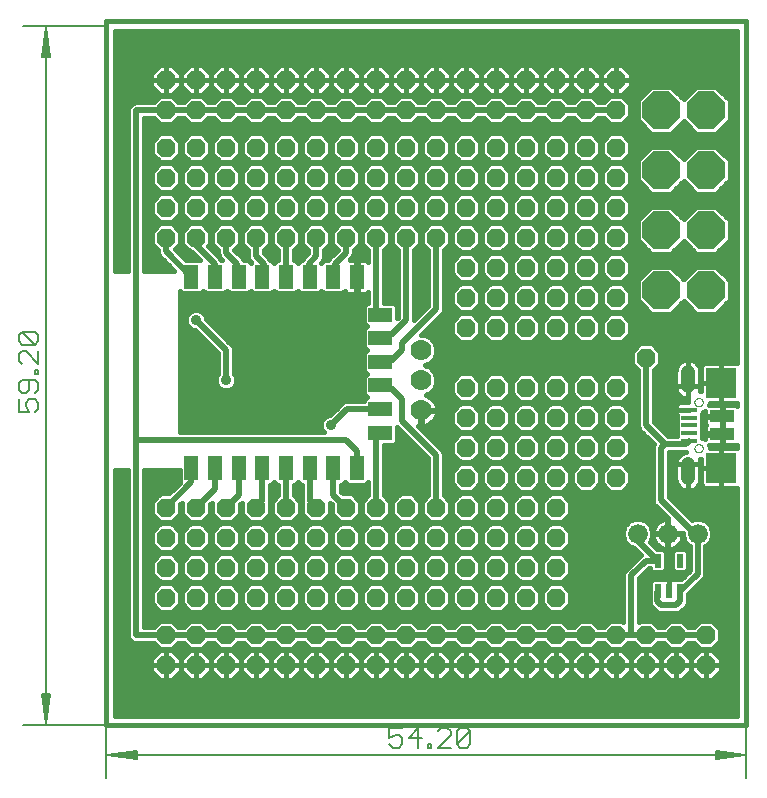
<source format=gtl>
G75*
%MOIN*%
%OFA0B0*%
%FSLAX25Y25*%
%IPPOS*%
%LPD*%
%AMOC8*
5,1,8,0,0,1.08239X$1,22.5*
%
%ADD10C,0.01600*%
%ADD11C,0.00512*%
%ADD12C,0.00600*%
%ADD13OC8,0.06300*%
%ADD14C,0.06600*%
%ADD15OC8,0.12500*%
%ADD16C,0.07000*%
%ADD17C,0.00000*%
%ADD18R,0.07874X0.03937*%
%ADD19R,0.05315X0.01575*%
%ADD20C,0.04756*%
%ADD21R,0.09843X0.09843*%
%ADD22R,0.04724X0.07874*%
%ADD23R,0.07874X0.04724*%
%ADD24R,0.02165X0.04724*%
%ADD25C,0.02000*%
%ADD26C,0.03962*%
%ADD27C,0.03600*%
D10*
X0052311Y0018933D02*
X0265696Y0018933D01*
X0265696Y0253579D01*
X0052311Y0253579D01*
X0052311Y0018933D01*
X0055411Y0022033D02*
X0055411Y0103842D01*
X0059711Y0103842D01*
X0059711Y0048416D01*
X0060106Y0047460D01*
X0060838Y0046729D01*
X0061793Y0046333D01*
X0068193Y0046333D01*
X0070343Y0044183D01*
X0074278Y0044183D01*
X0076428Y0046333D01*
X0078193Y0046333D01*
X0080343Y0044183D01*
X0084278Y0044183D01*
X0086428Y0046333D01*
X0088193Y0046333D01*
X0090343Y0044183D01*
X0094278Y0044183D01*
X0096428Y0046333D01*
X0098193Y0046333D01*
X0100343Y0044183D01*
X0104278Y0044183D01*
X0106428Y0046333D01*
X0108193Y0046333D01*
X0110343Y0044183D01*
X0114278Y0044183D01*
X0116428Y0046333D01*
X0118193Y0046333D01*
X0120343Y0044183D01*
X0124278Y0044183D01*
X0126428Y0046333D01*
X0128193Y0046333D01*
X0130343Y0044183D01*
X0134278Y0044183D01*
X0136428Y0046333D01*
X0138193Y0046333D01*
X0140343Y0044183D01*
X0144278Y0044183D01*
X0146428Y0046333D01*
X0148193Y0046333D01*
X0150343Y0044183D01*
X0154278Y0044183D01*
X0156428Y0046333D01*
X0158193Y0046333D01*
X0160343Y0044183D01*
X0164278Y0044183D01*
X0166428Y0046333D01*
X0168193Y0046333D01*
X0170343Y0044183D01*
X0174278Y0044183D01*
X0176428Y0046333D01*
X0178193Y0046333D01*
X0180343Y0044183D01*
X0184278Y0044183D01*
X0186428Y0046333D01*
X0188193Y0046333D01*
X0190343Y0044183D01*
X0194278Y0044183D01*
X0196428Y0046333D01*
X0198193Y0046333D01*
X0200343Y0044183D01*
X0204278Y0044183D01*
X0206428Y0046333D01*
X0208193Y0046333D01*
X0210343Y0044183D01*
X0214278Y0044183D01*
X0216428Y0046333D01*
X0218193Y0046333D01*
X0220343Y0044183D01*
X0224278Y0044183D01*
X0226428Y0046333D01*
X0228193Y0046333D01*
X0230343Y0044183D01*
X0234278Y0044183D01*
X0236428Y0046333D01*
X0238193Y0046333D01*
X0240343Y0044183D01*
X0244278Y0044183D01*
X0246428Y0046333D01*
X0248193Y0046333D01*
X0250343Y0044183D01*
X0254278Y0044183D01*
X0257061Y0046966D01*
X0257061Y0050901D01*
X0254278Y0053683D01*
X0250343Y0053683D01*
X0248193Y0051533D01*
X0246428Y0051533D01*
X0244278Y0053683D01*
X0240343Y0053683D01*
X0238193Y0051533D01*
X0236428Y0051533D01*
X0234278Y0053683D01*
X0230343Y0053683D01*
X0229911Y0053251D01*
X0229911Y0067856D01*
X0233270Y0071215D01*
X0233486Y0071215D01*
X0233486Y0070790D01*
X0234423Y0069853D01*
X0237914Y0069853D01*
X0238851Y0070790D01*
X0238851Y0076840D01*
X0237914Y0077778D01*
X0235884Y0077778D01*
X0233674Y0079987D01*
X0234419Y0081783D01*
X0234419Y0083732D01*
X0233673Y0085533D01*
X0232294Y0086912D01*
X0230493Y0087658D01*
X0228544Y0087658D01*
X0226743Y0086912D01*
X0225365Y0085533D01*
X0224619Y0083732D01*
X0224619Y0081783D01*
X0225365Y0079982D01*
X0226743Y0078604D01*
X0228383Y0077925D01*
X0230504Y0075803D01*
X0225838Y0071137D01*
X0225106Y0070406D01*
X0224711Y0069450D01*
X0224711Y0053251D01*
X0224278Y0053683D01*
X0220343Y0053683D01*
X0218193Y0051533D01*
X0216428Y0051533D01*
X0214278Y0053683D01*
X0210343Y0053683D01*
X0208193Y0051533D01*
X0206428Y0051533D01*
X0204278Y0053683D01*
X0200343Y0053683D01*
X0198193Y0051533D01*
X0196428Y0051533D01*
X0194278Y0053683D01*
X0190343Y0053683D01*
X0188193Y0051533D01*
X0186428Y0051533D01*
X0184278Y0053683D01*
X0180343Y0053683D01*
X0178193Y0051533D01*
X0176428Y0051533D01*
X0174278Y0053683D01*
X0170343Y0053683D01*
X0168193Y0051533D01*
X0166428Y0051533D01*
X0164278Y0053683D01*
X0160343Y0053683D01*
X0158193Y0051533D01*
X0156428Y0051533D01*
X0154278Y0053683D01*
X0150343Y0053683D01*
X0148193Y0051533D01*
X0146428Y0051533D01*
X0144278Y0053683D01*
X0140343Y0053683D01*
X0138193Y0051533D01*
X0136428Y0051533D01*
X0134278Y0053683D01*
X0130343Y0053683D01*
X0128193Y0051533D01*
X0126428Y0051533D01*
X0124278Y0053683D01*
X0120343Y0053683D01*
X0118193Y0051533D01*
X0116428Y0051533D01*
X0114278Y0053683D01*
X0110343Y0053683D01*
X0108193Y0051533D01*
X0106428Y0051533D01*
X0104278Y0053683D01*
X0100343Y0053683D01*
X0098193Y0051533D01*
X0096428Y0051533D01*
X0094278Y0053683D01*
X0090343Y0053683D01*
X0088193Y0051533D01*
X0086428Y0051533D01*
X0084278Y0053683D01*
X0080343Y0053683D01*
X0078193Y0051533D01*
X0076428Y0051533D01*
X0074278Y0053683D01*
X0070343Y0053683D01*
X0068193Y0051533D01*
X0064911Y0051533D01*
X0064911Y0103842D01*
X0076599Y0103842D01*
X0076813Y0104056D01*
X0076813Y0100042D01*
X0077028Y0099827D01*
X0073384Y0096183D01*
X0070343Y0096183D01*
X0067561Y0093401D01*
X0067561Y0089466D01*
X0070343Y0086683D01*
X0074278Y0086683D01*
X0077061Y0089466D01*
X0077061Y0092506D01*
X0077561Y0093006D01*
X0077561Y0089466D01*
X0080343Y0086683D01*
X0084278Y0086683D01*
X0087061Y0089466D01*
X0087061Y0092506D01*
X0087561Y0093006D01*
X0087561Y0089466D01*
X0090343Y0086683D01*
X0094278Y0086683D01*
X0097061Y0089466D01*
X0097061Y0092506D01*
X0097561Y0093006D01*
X0097561Y0089466D01*
X0100343Y0086683D01*
X0104278Y0086683D01*
X0107061Y0089466D01*
X0107061Y0093401D01*
X0106997Y0093464D01*
X0106997Y0099105D01*
X0107422Y0099105D01*
X0108334Y0100017D01*
X0109246Y0099105D01*
X0109671Y0099105D01*
X0109671Y0095511D01*
X0107561Y0093401D01*
X0107561Y0089466D01*
X0110343Y0086683D01*
X0114278Y0086683D01*
X0117061Y0089466D01*
X0117061Y0093401D01*
X0114871Y0095590D01*
X0114871Y0099105D01*
X0115296Y0099105D01*
X0116208Y0100017D01*
X0117120Y0099105D01*
X0117545Y0099105D01*
X0117545Y0093081D01*
X0117561Y0093044D01*
X0117561Y0089466D01*
X0120343Y0086683D01*
X0124278Y0086683D01*
X0127061Y0089466D01*
X0127061Y0093006D01*
X0127561Y0092506D01*
X0127561Y0089466D01*
X0130343Y0086683D01*
X0134278Y0086683D01*
X0137061Y0089466D01*
X0137061Y0093401D01*
X0134278Y0096183D01*
X0131237Y0096183D01*
X0130619Y0096801D01*
X0130619Y0099105D01*
X0131044Y0099105D01*
X0131956Y0100017D01*
X0132868Y0099105D01*
X0138918Y0099105D01*
X0139711Y0099897D01*
X0139711Y0095551D01*
X0137561Y0093401D01*
X0137561Y0089466D01*
X0140343Y0086683D01*
X0144278Y0086683D01*
X0147061Y0089466D01*
X0147061Y0093401D01*
X0144911Y0095551D01*
X0144911Y0112491D01*
X0148367Y0112491D01*
X0149304Y0113428D01*
X0149304Y0118262D01*
X0149588Y0117979D01*
X0159711Y0107856D01*
X0159711Y0095551D01*
X0157561Y0093401D01*
X0157561Y0089466D01*
X0160343Y0086683D01*
X0164278Y0086683D01*
X0167061Y0089466D01*
X0167061Y0093401D01*
X0164911Y0095551D01*
X0164911Y0109450D01*
X0164515Y0110406D01*
X0156173Y0118747D01*
X0156893Y0118633D01*
X0157110Y0118633D01*
X0157110Y0123733D01*
X0157511Y0123733D01*
X0157511Y0124133D01*
X0162611Y0124133D01*
X0162611Y0124350D01*
X0162480Y0125174D01*
X0162222Y0125968D01*
X0161843Y0126711D01*
X0161353Y0127386D01*
X0160763Y0127976D01*
X0160088Y0128466D01*
X0159345Y0128845D01*
X0158789Y0129025D01*
X0160199Y0129609D01*
X0161634Y0131044D01*
X0162411Y0132919D01*
X0162411Y0134948D01*
X0161634Y0136822D01*
X0160199Y0138257D01*
X0158566Y0138933D01*
X0160199Y0139609D01*
X0161634Y0141044D01*
X0162411Y0142919D01*
X0162411Y0144948D01*
X0161634Y0146822D01*
X0160199Y0148257D01*
X0158325Y0149033D01*
X0157337Y0149033D01*
X0164515Y0156210D01*
X0164911Y0157166D01*
X0164911Y0177316D01*
X0167061Y0179466D01*
X0167061Y0183401D01*
X0164278Y0186183D01*
X0160343Y0186183D01*
X0157561Y0183401D01*
X0157561Y0179466D01*
X0159711Y0177316D01*
X0159711Y0158760D01*
X0154911Y0153960D01*
X0154911Y0177316D01*
X0157061Y0179466D01*
X0157061Y0183401D01*
X0154278Y0186183D01*
X0150343Y0186183D01*
X0147561Y0183401D01*
X0147561Y0179466D01*
X0149711Y0177316D01*
X0149711Y0155010D01*
X0149304Y0154604D01*
X0149304Y0158848D01*
X0148367Y0159785D01*
X0144911Y0159785D01*
X0144911Y0177316D01*
X0147061Y0179466D01*
X0147061Y0183401D01*
X0144278Y0186183D01*
X0140343Y0186183D01*
X0137561Y0183401D01*
X0137561Y0179466D01*
X0139711Y0177316D01*
X0139711Y0173438D01*
X0139696Y0173463D01*
X0139361Y0173799D01*
X0138950Y0174036D01*
X0138492Y0174158D01*
X0136274Y0174158D01*
X0136274Y0168802D01*
X0135512Y0168802D01*
X0135512Y0174158D01*
X0133713Y0174158D01*
X0133783Y0174229D01*
X0133783Y0174229D01*
X0134515Y0174960D01*
X0134911Y0175916D01*
X0134911Y0177316D01*
X0137061Y0179466D01*
X0137061Y0183401D01*
X0134278Y0186183D01*
X0130343Y0186183D01*
X0127561Y0183401D01*
X0127561Y0179466D01*
X0129613Y0177413D01*
X0127088Y0174887D01*
X0127088Y0174887D01*
X0126356Y0174156D01*
X0126275Y0173958D01*
X0124994Y0173958D01*
X0124082Y0173046D01*
X0123966Y0173162D01*
X0124515Y0173710D01*
X0124911Y0174666D01*
X0124911Y0177316D01*
X0127061Y0179466D01*
X0127061Y0183401D01*
X0124278Y0186183D01*
X0120343Y0186183D01*
X0117561Y0183401D01*
X0117561Y0179466D01*
X0119711Y0177316D01*
X0119711Y0176260D01*
X0118338Y0174887D01*
X0117606Y0174156D01*
X0117525Y0173958D01*
X0117120Y0173958D01*
X0116208Y0173046D01*
X0115296Y0173958D01*
X0114911Y0173958D01*
X0114911Y0177316D01*
X0117061Y0179466D01*
X0117061Y0183401D01*
X0114278Y0186183D01*
X0110343Y0186183D01*
X0107561Y0183401D01*
X0107561Y0179466D01*
X0109711Y0177316D01*
X0109711Y0173958D01*
X0109246Y0173958D01*
X0108334Y0173046D01*
X0107422Y0173958D01*
X0107097Y0173958D01*
X0107015Y0174156D01*
X0106283Y0174887D01*
X0104911Y0176260D01*
X0104911Y0177316D01*
X0107061Y0179466D01*
X0107061Y0183401D01*
X0104278Y0186183D01*
X0100343Y0186183D01*
X0097561Y0183401D01*
X0097561Y0179466D01*
X0099711Y0177316D01*
X0099711Y0174666D01*
X0100106Y0173710D01*
X0100615Y0173201D01*
X0100460Y0173046D01*
X0099548Y0173958D01*
X0098347Y0173958D01*
X0098265Y0174156D01*
X0097533Y0174887D01*
X0095008Y0177413D01*
X0097061Y0179466D01*
X0097061Y0183401D01*
X0094278Y0186183D01*
X0090343Y0186183D01*
X0087561Y0183401D01*
X0087561Y0179466D01*
X0089711Y0177316D01*
X0089711Y0175916D01*
X0090106Y0174960D01*
X0091108Y0173958D01*
X0090847Y0173958D01*
X0090765Y0174156D01*
X0090033Y0174887D01*
X0086258Y0178663D01*
X0087061Y0179466D01*
X0087061Y0183401D01*
X0084278Y0186183D01*
X0080343Y0186183D01*
X0077561Y0183401D01*
X0077561Y0179466D01*
X0080343Y0176683D01*
X0080884Y0176683D01*
X0083608Y0173958D01*
X0078915Y0173958D01*
X0075234Y0177639D01*
X0077061Y0179466D01*
X0077061Y0183401D01*
X0074278Y0186183D01*
X0070343Y0186183D01*
X0067561Y0183401D01*
X0067561Y0179466D01*
X0069711Y0177316D01*
X0069711Y0176369D01*
X0070106Y0175413D01*
X0075078Y0170442D01*
X0064911Y0170442D01*
X0064911Y0221333D01*
X0068193Y0221333D01*
X0070343Y0219183D01*
X0074278Y0219183D01*
X0076428Y0221333D01*
X0078193Y0221333D01*
X0080343Y0219183D01*
X0084278Y0219183D01*
X0086428Y0221333D01*
X0088193Y0221333D01*
X0090343Y0219183D01*
X0094278Y0219183D01*
X0096428Y0221333D01*
X0098193Y0221333D01*
X0100343Y0219183D01*
X0104278Y0219183D01*
X0106428Y0221333D01*
X0108193Y0221333D01*
X0110343Y0219183D01*
X0114278Y0219183D01*
X0116428Y0221333D01*
X0118193Y0221333D01*
X0120343Y0219183D01*
X0124278Y0219183D01*
X0126428Y0221333D01*
X0128193Y0221333D01*
X0130343Y0219183D01*
X0134278Y0219183D01*
X0136428Y0221333D01*
X0138193Y0221333D01*
X0140343Y0219183D01*
X0144278Y0219183D01*
X0146428Y0221333D01*
X0148193Y0221333D01*
X0150343Y0219183D01*
X0154278Y0219183D01*
X0156428Y0221333D01*
X0158193Y0221333D01*
X0160343Y0219183D01*
X0164278Y0219183D01*
X0166428Y0221333D01*
X0168193Y0221333D01*
X0170343Y0219183D01*
X0174278Y0219183D01*
X0176428Y0221333D01*
X0178193Y0221333D01*
X0180343Y0219183D01*
X0184278Y0219183D01*
X0186428Y0221333D01*
X0188193Y0221333D01*
X0190343Y0219183D01*
X0194278Y0219183D01*
X0196428Y0221333D01*
X0198193Y0221333D01*
X0200343Y0219183D01*
X0204278Y0219183D01*
X0206428Y0221333D01*
X0208193Y0221333D01*
X0210343Y0219183D01*
X0214278Y0219183D01*
X0216428Y0221333D01*
X0218193Y0221333D01*
X0220343Y0219183D01*
X0224278Y0219183D01*
X0227061Y0221966D01*
X0227061Y0225901D01*
X0224278Y0228683D01*
X0220343Y0228683D01*
X0218193Y0226533D01*
X0216428Y0226533D01*
X0214278Y0228683D01*
X0210343Y0228683D01*
X0208193Y0226533D01*
X0206428Y0226533D01*
X0204278Y0228683D01*
X0200343Y0228683D01*
X0198193Y0226533D01*
X0196428Y0226533D01*
X0194278Y0228683D01*
X0190343Y0228683D01*
X0188193Y0226533D01*
X0186428Y0226533D01*
X0184278Y0228683D01*
X0180343Y0228683D01*
X0178193Y0226533D01*
X0176428Y0226533D01*
X0174278Y0228683D01*
X0170343Y0228683D01*
X0168193Y0226533D01*
X0166428Y0226533D01*
X0164278Y0228683D01*
X0160343Y0228683D01*
X0158193Y0226533D01*
X0156428Y0226533D01*
X0154278Y0228683D01*
X0150343Y0228683D01*
X0148193Y0226533D01*
X0146428Y0226533D01*
X0144278Y0228683D01*
X0140343Y0228683D01*
X0138193Y0226533D01*
X0136428Y0226533D01*
X0134278Y0228683D01*
X0130343Y0228683D01*
X0128193Y0226533D01*
X0126428Y0226533D01*
X0124278Y0228683D01*
X0120343Y0228683D01*
X0118193Y0226533D01*
X0116428Y0226533D01*
X0114278Y0228683D01*
X0110343Y0228683D01*
X0108193Y0226533D01*
X0106428Y0226533D01*
X0104278Y0228683D01*
X0100343Y0228683D01*
X0098193Y0226533D01*
X0096428Y0226533D01*
X0094278Y0228683D01*
X0090343Y0228683D01*
X0088193Y0226533D01*
X0086428Y0226533D01*
X0084278Y0228683D01*
X0080343Y0228683D01*
X0078193Y0226533D01*
X0076428Y0226533D01*
X0074278Y0228683D01*
X0070343Y0228683D01*
X0068193Y0226533D01*
X0061793Y0226533D01*
X0060838Y0226137D01*
X0060106Y0225406D01*
X0059711Y0224450D01*
X0059711Y0170442D01*
X0055411Y0170442D01*
X0055411Y0250479D01*
X0262596Y0250479D01*
X0262596Y0139788D01*
X0262449Y0139828D01*
X0257291Y0139828D01*
X0257291Y0136587D01*
X0257291Y0136587D01*
X0257291Y0139828D01*
X0252133Y0139828D01*
X0251675Y0139705D01*
X0251264Y0139468D01*
X0250929Y0139133D01*
X0250692Y0138722D01*
X0250570Y0138265D01*
X0250570Y0133106D01*
X0250570Y0130277D01*
X0250542Y0130288D01*
X0250122Y0130288D01*
X0250139Y0130321D01*
X0250342Y0130947D01*
X0250445Y0131596D01*
X0250445Y0131925D01*
X0246267Y0131925D01*
X0242089Y0131925D01*
X0242089Y0131596D01*
X0242192Y0130947D01*
X0242395Y0130321D01*
X0242694Y0129735D01*
X0243080Y0129203D01*
X0243545Y0128738D01*
X0244077Y0128352D01*
X0244663Y0128053D01*
X0245289Y0127850D01*
X0245938Y0127747D01*
X0246267Y0127747D01*
X0246267Y0131925D01*
X0246267Y0131925D01*
X0246267Y0131925D01*
X0242089Y0131925D01*
X0242089Y0137010D01*
X0242192Y0137659D01*
X0242395Y0138285D01*
X0242694Y0138871D01*
X0243080Y0139403D01*
X0243545Y0139868D01*
X0244077Y0140254D01*
X0244663Y0140553D01*
X0245289Y0140756D01*
X0245938Y0140859D01*
X0246267Y0140859D01*
X0246267Y0131925D01*
X0246267Y0127747D01*
X0246301Y0127747D01*
X0246133Y0127342D01*
X0246133Y0126639D01*
X0243865Y0126639D01*
X0243407Y0126516D01*
X0242997Y0126279D01*
X0242661Y0125944D01*
X0242425Y0125533D01*
X0242302Y0125076D01*
X0242302Y0124051D01*
X0242302Y0123027D01*
X0242425Y0122569D01*
X0242502Y0122435D01*
X0242502Y0115283D01*
X0239637Y0115283D01*
X0234911Y0120010D01*
X0234911Y0137316D01*
X0237061Y0139466D01*
X0237061Y0143401D01*
X0234278Y0146183D01*
X0230343Y0146183D01*
X0227561Y0143401D01*
X0227561Y0139466D01*
X0229711Y0137316D01*
X0229711Y0118416D01*
X0230106Y0117460D01*
X0234976Y0112591D01*
X0234711Y0111950D01*
X0234711Y0093416D01*
X0235106Y0092460D01*
X0235838Y0091729D01*
X0239709Y0087858D01*
X0239703Y0087858D01*
X0239703Y0082942D01*
X0244619Y0082942D01*
X0244619Y0082948D01*
X0244619Y0081783D01*
X0245365Y0079982D01*
X0246743Y0078604D01*
X0246919Y0078531D01*
X0246919Y0070525D01*
X0243934Y0067541D01*
X0241904Y0067541D01*
X0241873Y0067510D01*
X0241686Y0067618D01*
X0241229Y0067741D01*
X0239909Y0067741D01*
X0239909Y0063578D01*
X0239909Y0063578D01*
X0239909Y0067741D01*
X0238589Y0067741D01*
X0238131Y0067618D01*
X0237945Y0067510D01*
X0237914Y0067541D01*
X0234423Y0067541D01*
X0233486Y0066603D01*
X0233486Y0064049D01*
X0233461Y0063987D01*
X0233461Y0059666D01*
X0233856Y0058710D01*
X0234588Y0057979D01*
X0235838Y0056729D01*
X0236793Y0056333D01*
X0242828Y0056333D01*
X0243783Y0056729D01*
X0244515Y0057460D01*
X0245853Y0058799D01*
X0246249Y0059754D01*
X0246249Y0060471D01*
X0246332Y0060553D01*
X0246332Y0062584D01*
X0251723Y0067975D01*
X0252119Y0068931D01*
X0252119Y0078531D01*
X0252294Y0078604D01*
X0253673Y0079982D01*
X0254419Y0081783D01*
X0254419Y0083732D01*
X0253673Y0085533D01*
X0252294Y0086912D01*
X0250493Y0087658D01*
X0248544Y0087658D01*
X0247638Y0087282D01*
X0239911Y0095010D01*
X0239911Y0110083D01*
X0245712Y0110083D01*
X0245289Y0110016D01*
X0244663Y0109813D01*
X0244077Y0109514D01*
X0243545Y0109128D01*
X0243080Y0108663D01*
X0242694Y0108131D01*
X0242395Y0107545D01*
X0242192Y0106919D01*
X0242089Y0106270D01*
X0242089Y0105941D01*
X0246267Y0105941D01*
X0246267Y0105941D01*
X0242089Y0105941D01*
X0242089Y0100856D01*
X0242192Y0100207D01*
X0242395Y0099581D01*
X0242694Y0098995D01*
X0243080Y0098463D01*
X0243545Y0097998D01*
X0244077Y0097612D01*
X0244663Y0097313D01*
X0245289Y0097110D01*
X0245938Y0097007D01*
X0246267Y0097007D01*
X0246267Y0105941D01*
X0246267Y0105941D01*
X0246267Y0097007D01*
X0246596Y0097007D01*
X0247246Y0097110D01*
X0247871Y0097313D01*
X0248457Y0097612D01*
X0248989Y0097998D01*
X0249454Y0098463D01*
X0249841Y0098995D01*
X0250139Y0099581D01*
X0250342Y0100207D01*
X0250445Y0100856D01*
X0250445Y0105941D01*
X0250445Y0106270D01*
X0250342Y0106919D01*
X0250139Y0107545D01*
X0250122Y0107578D01*
X0250542Y0107578D01*
X0250570Y0107589D01*
X0250570Y0104760D01*
X0252816Y0104760D01*
X0252816Y0104760D01*
X0252816Y0104760D01*
X0250570Y0104760D01*
X0250570Y0099602D01*
X0250692Y0099144D01*
X0250929Y0098733D01*
X0251264Y0098398D01*
X0251675Y0098161D01*
X0252133Y0098039D01*
X0257291Y0098039D01*
X0262449Y0098039D01*
X0262596Y0098078D01*
X0262596Y0022033D01*
X0055411Y0022033D01*
X0055411Y0022130D02*
X0262596Y0022130D01*
X0262596Y0023729D02*
X0055411Y0023729D01*
X0055411Y0025327D02*
X0262596Y0025327D01*
X0262596Y0026926D02*
X0055411Y0026926D01*
X0055411Y0028524D02*
X0262596Y0028524D01*
X0262596Y0030123D02*
X0055411Y0030123D01*
X0055411Y0031721D02*
X0262596Y0031721D01*
X0262596Y0033320D02*
X0055411Y0033320D01*
X0055411Y0034918D02*
X0069325Y0034918D01*
X0070260Y0033983D02*
X0067361Y0036883D01*
X0067361Y0038933D01*
X0072310Y0038933D01*
X0072310Y0038933D01*
X0067361Y0038933D01*
X0067361Y0040983D01*
X0070260Y0043883D01*
X0072310Y0043883D01*
X0072310Y0038933D01*
X0072311Y0038933D01*
X0072311Y0038933D01*
X0077261Y0038933D01*
X0077261Y0036883D01*
X0074361Y0033983D01*
X0072311Y0033983D01*
X0072311Y0038933D01*
X0077261Y0038933D01*
X0077261Y0040983D01*
X0074361Y0043883D01*
X0072311Y0043883D01*
X0072311Y0038933D01*
X0072310Y0038933D01*
X0072310Y0033983D01*
X0070260Y0033983D01*
X0072310Y0034918D02*
X0072311Y0034918D01*
X0072310Y0036517D02*
X0072311Y0036517D01*
X0072310Y0038115D02*
X0072311Y0038115D01*
X0072310Y0039714D02*
X0072311Y0039714D01*
X0072310Y0041312D02*
X0072311Y0041312D01*
X0072310Y0042911D02*
X0072311Y0042911D01*
X0074604Y0044509D02*
X0080017Y0044509D01*
X0080260Y0043883D02*
X0077361Y0040983D01*
X0077361Y0038933D01*
X0077361Y0036883D01*
X0080260Y0033983D01*
X0082310Y0033983D01*
X0082310Y0038933D01*
X0077361Y0038933D01*
X0082310Y0038933D01*
X0082310Y0038933D01*
X0082311Y0038933D01*
X0082311Y0038933D01*
X0087261Y0038933D01*
X0087261Y0036883D01*
X0084361Y0033983D01*
X0082311Y0033983D01*
X0082311Y0038933D01*
X0087261Y0038933D01*
X0087261Y0040983D01*
X0084361Y0043883D01*
X0082311Y0043883D01*
X0082311Y0038933D01*
X0082310Y0038933D01*
X0082310Y0043883D01*
X0080260Y0043883D01*
X0079288Y0042911D02*
X0075333Y0042911D01*
X0076932Y0041312D02*
X0077689Y0041312D01*
X0077361Y0039714D02*
X0077261Y0039714D01*
X0077261Y0038115D02*
X0077361Y0038115D01*
X0077727Y0036517D02*
X0076894Y0036517D01*
X0075296Y0034918D02*
X0079325Y0034918D01*
X0082310Y0034918D02*
X0082311Y0034918D01*
X0082310Y0036517D02*
X0082311Y0036517D01*
X0082310Y0038115D02*
X0082311Y0038115D01*
X0082310Y0039714D02*
X0082311Y0039714D01*
X0082310Y0041312D02*
X0082311Y0041312D01*
X0082310Y0042911D02*
X0082311Y0042911D01*
X0084604Y0044509D02*
X0090017Y0044509D01*
X0090260Y0043883D02*
X0087361Y0040983D01*
X0087361Y0038933D01*
X0087361Y0036883D01*
X0090260Y0033983D01*
X0092310Y0033983D01*
X0092310Y0038933D01*
X0087361Y0038933D01*
X0092310Y0038933D01*
X0092310Y0038933D01*
X0092311Y0038933D01*
X0092311Y0038933D01*
X0097261Y0038933D01*
X0097261Y0036883D01*
X0094361Y0033983D01*
X0092311Y0033983D01*
X0092311Y0038933D01*
X0097261Y0038933D01*
X0097261Y0040983D01*
X0094361Y0043883D01*
X0092311Y0043883D01*
X0092311Y0038933D01*
X0092310Y0038933D01*
X0092310Y0043883D01*
X0090260Y0043883D01*
X0089288Y0042911D02*
X0085333Y0042911D01*
X0086932Y0041312D02*
X0087689Y0041312D01*
X0087361Y0039714D02*
X0087261Y0039714D01*
X0087261Y0038115D02*
X0087361Y0038115D01*
X0087727Y0036517D02*
X0086894Y0036517D01*
X0085296Y0034918D02*
X0089325Y0034918D01*
X0092310Y0034918D02*
X0092311Y0034918D01*
X0092310Y0036517D02*
X0092311Y0036517D01*
X0092310Y0038115D02*
X0092311Y0038115D01*
X0092310Y0039714D02*
X0092311Y0039714D01*
X0092310Y0041312D02*
X0092311Y0041312D01*
X0092310Y0042911D02*
X0092311Y0042911D01*
X0094604Y0044509D02*
X0100017Y0044509D01*
X0100260Y0043883D02*
X0097361Y0040983D01*
X0097361Y0038933D01*
X0097361Y0036883D01*
X0100260Y0033983D01*
X0102310Y0033983D01*
X0102310Y0038933D01*
X0097361Y0038933D01*
X0102310Y0038933D01*
X0102310Y0038933D01*
X0102311Y0038933D01*
X0102311Y0038933D01*
X0107261Y0038933D01*
X0107261Y0036883D01*
X0104361Y0033983D01*
X0102311Y0033983D01*
X0102311Y0038933D01*
X0107261Y0038933D01*
X0107261Y0040983D01*
X0104361Y0043883D01*
X0102311Y0043883D01*
X0102311Y0038933D01*
X0102310Y0038933D01*
X0102310Y0043883D01*
X0100260Y0043883D01*
X0099288Y0042911D02*
X0095333Y0042911D01*
X0096932Y0041312D02*
X0097689Y0041312D01*
X0097361Y0039714D02*
X0097261Y0039714D01*
X0097261Y0038115D02*
X0097361Y0038115D01*
X0097727Y0036517D02*
X0096894Y0036517D01*
X0095296Y0034918D02*
X0099325Y0034918D01*
X0102310Y0034918D02*
X0102311Y0034918D01*
X0102310Y0036517D02*
X0102311Y0036517D01*
X0102310Y0038115D02*
X0102311Y0038115D01*
X0102310Y0039714D02*
X0102311Y0039714D01*
X0102310Y0041312D02*
X0102311Y0041312D01*
X0102310Y0042911D02*
X0102311Y0042911D01*
X0104604Y0044509D02*
X0110017Y0044509D01*
X0110260Y0043883D02*
X0107361Y0040983D01*
X0107361Y0038933D01*
X0107361Y0036883D01*
X0110260Y0033983D01*
X0112310Y0033983D01*
X0112310Y0038933D01*
X0107361Y0038933D01*
X0112310Y0038933D01*
X0112310Y0038933D01*
X0112311Y0038933D01*
X0112311Y0038933D01*
X0117261Y0038933D01*
X0117261Y0036883D01*
X0114361Y0033983D01*
X0112311Y0033983D01*
X0112311Y0038933D01*
X0117261Y0038933D01*
X0117261Y0040983D01*
X0114361Y0043883D01*
X0112311Y0043883D01*
X0112311Y0038933D01*
X0112310Y0038933D01*
X0112310Y0043883D01*
X0110260Y0043883D01*
X0109288Y0042911D02*
X0105333Y0042911D01*
X0106932Y0041312D02*
X0107689Y0041312D01*
X0107361Y0039714D02*
X0107261Y0039714D01*
X0107261Y0038115D02*
X0107361Y0038115D01*
X0107727Y0036517D02*
X0106894Y0036517D01*
X0105296Y0034918D02*
X0109325Y0034918D01*
X0112310Y0034918D02*
X0112311Y0034918D01*
X0112310Y0036517D02*
X0112311Y0036517D01*
X0112310Y0038115D02*
X0112311Y0038115D01*
X0112310Y0039714D02*
X0112311Y0039714D01*
X0112310Y0041312D02*
X0112311Y0041312D01*
X0112310Y0042911D02*
X0112311Y0042911D01*
X0114604Y0044509D02*
X0120017Y0044509D01*
X0120260Y0043883D02*
X0117361Y0040983D01*
X0117361Y0038933D01*
X0117361Y0036883D01*
X0120260Y0033983D01*
X0122310Y0033983D01*
X0122310Y0038933D01*
X0117361Y0038933D01*
X0122310Y0038933D01*
X0122310Y0038933D01*
X0122311Y0038933D01*
X0122311Y0038933D01*
X0127261Y0038933D01*
X0127261Y0036883D01*
X0124361Y0033983D01*
X0122311Y0033983D01*
X0122311Y0038933D01*
X0127261Y0038933D01*
X0127261Y0040983D01*
X0124361Y0043883D01*
X0122311Y0043883D01*
X0122311Y0038933D01*
X0122310Y0038933D01*
X0122310Y0043883D01*
X0120260Y0043883D01*
X0119288Y0042911D02*
X0115333Y0042911D01*
X0116932Y0041312D02*
X0117689Y0041312D01*
X0117361Y0039714D02*
X0117261Y0039714D01*
X0117261Y0038115D02*
X0117361Y0038115D01*
X0117727Y0036517D02*
X0116894Y0036517D01*
X0115296Y0034918D02*
X0119325Y0034918D01*
X0122310Y0034918D02*
X0122311Y0034918D01*
X0122310Y0036517D02*
X0122311Y0036517D01*
X0122310Y0038115D02*
X0122311Y0038115D01*
X0122310Y0039714D02*
X0122311Y0039714D01*
X0122310Y0041312D02*
X0122311Y0041312D01*
X0122310Y0042911D02*
X0122311Y0042911D01*
X0124604Y0044509D02*
X0130017Y0044509D01*
X0130260Y0043883D02*
X0127361Y0040983D01*
X0127361Y0038933D01*
X0127361Y0036883D01*
X0130260Y0033983D01*
X0132310Y0033983D01*
X0132310Y0038933D01*
X0127361Y0038933D01*
X0132310Y0038933D01*
X0132310Y0038933D01*
X0132311Y0038933D01*
X0132311Y0038933D01*
X0137261Y0038933D01*
X0137261Y0036883D01*
X0134361Y0033983D01*
X0132311Y0033983D01*
X0132311Y0038933D01*
X0137261Y0038933D01*
X0137261Y0040983D01*
X0134361Y0043883D01*
X0132311Y0043883D01*
X0132311Y0038933D01*
X0132310Y0038933D01*
X0132310Y0043883D01*
X0130260Y0043883D01*
X0129288Y0042911D02*
X0125333Y0042911D01*
X0126932Y0041312D02*
X0127689Y0041312D01*
X0127361Y0039714D02*
X0127261Y0039714D01*
X0127261Y0038115D02*
X0127361Y0038115D01*
X0127727Y0036517D02*
X0126894Y0036517D01*
X0125296Y0034918D02*
X0129325Y0034918D01*
X0132310Y0034918D02*
X0132311Y0034918D01*
X0132310Y0036517D02*
X0132311Y0036517D01*
X0132310Y0038115D02*
X0132311Y0038115D01*
X0132310Y0039714D02*
X0132311Y0039714D01*
X0132310Y0041312D02*
X0132311Y0041312D01*
X0132310Y0042911D02*
X0132311Y0042911D01*
X0134604Y0044509D02*
X0140017Y0044509D01*
X0140260Y0043883D02*
X0137361Y0040983D01*
X0137361Y0038933D01*
X0137361Y0036883D01*
X0140260Y0033983D01*
X0142310Y0033983D01*
X0142310Y0038933D01*
X0137361Y0038933D01*
X0142310Y0038933D01*
X0142310Y0038933D01*
X0142311Y0038933D01*
X0142311Y0038933D01*
X0147261Y0038933D01*
X0147261Y0036883D01*
X0144361Y0033983D01*
X0142311Y0033983D01*
X0142311Y0038933D01*
X0147261Y0038933D01*
X0147261Y0040983D01*
X0144361Y0043883D01*
X0142311Y0043883D01*
X0142311Y0038933D01*
X0142310Y0038933D01*
X0142310Y0043883D01*
X0140260Y0043883D01*
X0139288Y0042911D02*
X0135333Y0042911D01*
X0136932Y0041312D02*
X0137689Y0041312D01*
X0137361Y0039714D02*
X0137261Y0039714D01*
X0137261Y0038115D02*
X0137361Y0038115D01*
X0137727Y0036517D02*
X0136894Y0036517D01*
X0135296Y0034918D02*
X0139325Y0034918D01*
X0142310Y0034918D02*
X0142311Y0034918D01*
X0142310Y0036517D02*
X0142311Y0036517D01*
X0142310Y0038115D02*
X0142311Y0038115D01*
X0142310Y0039714D02*
X0142311Y0039714D01*
X0142310Y0041312D02*
X0142311Y0041312D01*
X0142310Y0042911D02*
X0142311Y0042911D01*
X0144604Y0044509D02*
X0150017Y0044509D01*
X0150260Y0043883D02*
X0147361Y0040983D01*
X0147361Y0038933D01*
X0147361Y0036883D01*
X0150260Y0033983D01*
X0152310Y0033983D01*
X0152310Y0038933D01*
X0147361Y0038933D01*
X0152310Y0038933D01*
X0152310Y0038933D01*
X0152311Y0038933D01*
X0152311Y0038933D01*
X0157261Y0038933D01*
X0157261Y0036883D01*
X0154361Y0033983D01*
X0152311Y0033983D01*
X0152311Y0038933D01*
X0157261Y0038933D01*
X0157261Y0040983D01*
X0154361Y0043883D01*
X0152311Y0043883D01*
X0152311Y0038933D01*
X0152310Y0038933D01*
X0152310Y0043883D01*
X0150260Y0043883D01*
X0149288Y0042911D02*
X0145333Y0042911D01*
X0146932Y0041312D02*
X0147689Y0041312D01*
X0147361Y0039714D02*
X0147261Y0039714D01*
X0147261Y0038115D02*
X0147361Y0038115D01*
X0147727Y0036517D02*
X0146894Y0036517D01*
X0145296Y0034918D02*
X0149325Y0034918D01*
X0152310Y0034918D02*
X0152311Y0034918D01*
X0152310Y0036517D02*
X0152311Y0036517D01*
X0152310Y0038115D02*
X0152311Y0038115D01*
X0152310Y0039714D02*
X0152311Y0039714D01*
X0152310Y0041312D02*
X0152311Y0041312D01*
X0152310Y0042911D02*
X0152311Y0042911D01*
X0154604Y0044509D02*
X0160017Y0044509D01*
X0160260Y0043883D02*
X0157361Y0040983D01*
X0157361Y0038933D01*
X0157361Y0036883D01*
X0160260Y0033983D01*
X0162310Y0033983D01*
X0162310Y0038933D01*
X0157361Y0038933D01*
X0162310Y0038933D01*
X0162310Y0038933D01*
X0162311Y0038933D01*
X0162311Y0038933D01*
X0167261Y0038933D01*
X0167261Y0036883D01*
X0164361Y0033983D01*
X0162311Y0033983D01*
X0162311Y0038933D01*
X0167261Y0038933D01*
X0167261Y0040983D01*
X0164361Y0043883D01*
X0162311Y0043883D01*
X0162311Y0038933D01*
X0162310Y0038933D01*
X0162310Y0043883D01*
X0160260Y0043883D01*
X0159288Y0042911D02*
X0155333Y0042911D01*
X0156932Y0041312D02*
X0157689Y0041312D01*
X0157361Y0039714D02*
X0157261Y0039714D01*
X0157261Y0038115D02*
X0157361Y0038115D01*
X0157727Y0036517D02*
X0156894Y0036517D01*
X0155296Y0034918D02*
X0159325Y0034918D01*
X0162310Y0034918D02*
X0162311Y0034918D01*
X0162310Y0036517D02*
X0162311Y0036517D01*
X0162310Y0038115D02*
X0162311Y0038115D01*
X0162310Y0039714D02*
X0162311Y0039714D01*
X0162310Y0041312D02*
X0162311Y0041312D01*
X0162310Y0042911D02*
X0162311Y0042911D01*
X0164604Y0044509D02*
X0170017Y0044509D01*
X0170260Y0043883D02*
X0167361Y0040983D01*
X0167361Y0038933D01*
X0167361Y0036883D01*
X0170260Y0033983D01*
X0172310Y0033983D01*
X0172310Y0038933D01*
X0167361Y0038933D01*
X0172310Y0038933D01*
X0172310Y0038933D01*
X0172311Y0038933D01*
X0172311Y0038933D01*
X0177261Y0038933D01*
X0177261Y0036883D01*
X0174361Y0033983D01*
X0172311Y0033983D01*
X0172311Y0038933D01*
X0177261Y0038933D01*
X0177261Y0040983D01*
X0174361Y0043883D01*
X0172311Y0043883D01*
X0172311Y0038933D01*
X0172310Y0038933D01*
X0172310Y0043883D01*
X0170260Y0043883D01*
X0169288Y0042911D02*
X0165333Y0042911D01*
X0166932Y0041312D02*
X0167689Y0041312D01*
X0167361Y0039714D02*
X0167261Y0039714D01*
X0167261Y0038115D02*
X0167361Y0038115D01*
X0167727Y0036517D02*
X0166894Y0036517D01*
X0165296Y0034918D02*
X0169325Y0034918D01*
X0172310Y0034918D02*
X0172311Y0034918D01*
X0172310Y0036517D02*
X0172311Y0036517D01*
X0172310Y0038115D02*
X0172311Y0038115D01*
X0172310Y0039714D02*
X0172311Y0039714D01*
X0172310Y0041312D02*
X0172311Y0041312D01*
X0172310Y0042911D02*
X0172311Y0042911D01*
X0174604Y0044509D02*
X0180017Y0044509D01*
X0180260Y0043883D02*
X0177361Y0040983D01*
X0177361Y0038933D01*
X0177361Y0036883D01*
X0180260Y0033983D01*
X0182310Y0033983D01*
X0182310Y0038933D01*
X0177361Y0038933D01*
X0182310Y0038933D01*
X0182310Y0038933D01*
X0182311Y0038933D01*
X0182311Y0038933D01*
X0187261Y0038933D01*
X0187261Y0036883D01*
X0184361Y0033983D01*
X0182311Y0033983D01*
X0182311Y0038933D01*
X0187261Y0038933D01*
X0187261Y0040983D01*
X0184361Y0043883D01*
X0182311Y0043883D01*
X0182311Y0038933D01*
X0182310Y0038933D01*
X0182310Y0043883D01*
X0180260Y0043883D01*
X0179288Y0042911D02*
X0175333Y0042911D01*
X0176932Y0041312D02*
X0177689Y0041312D01*
X0177361Y0039714D02*
X0177261Y0039714D01*
X0177261Y0038115D02*
X0177361Y0038115D01*
X0177727Y0036517D02*
X0176894Y0036517D01*
X0175296Y0034918D02*
X0179325Y0034918D01*
X0182310Y0034918D02*
X0182311Y0034918D01*
X0182310Y0036517D02*
X0182311Y0036517D01*
X0182310Y0038115D02*
X0182311Y0038115D01*
X0182310Y0039714D02*
X0182311Y0039714D01*
X0182310Y0041312D02*
X0182311Y0041312D01*
X0182310Y0042911D02*
X0182311Y0042911D01*
X0184604Y0044509D02*
X0190017Y0044509D01*
X0190260Y0043883D02*
X0187361Y0040983D01*
X0187361Y0038933D01*
X0187361Y0036883D01*
X0190260Y0033983D01*
X0192310Y0033983D01*
X0192310Y0038933D01*
X0187361Y0038933D01*
X0192310Y0038933D01*
X0192310Y0038933D01*
X0192311Y0038933D01*
X0192311Y0038933D01*
X0197260Y0038933D01*
X0197261Y0036883D01*
X0194361Y0033983D01*
X0192311Y0033983D01*
X0192311Y0038933D01*
X0197261Y0038933D01*
X0197261Y0040983D01*
X0194361Y0043883D01*
X0192311Y0043883D01*
X0192311Y0038933D01*
X0192310Y0038933D01*
X0192310Y0043883D01*
X0190260Y0043883D01*
X0189288Y0042911D02*
X0185333Y0042911D01*
X0186932Y0041312D02*
X0187689Y0041312D01*
X0187361Y0039714D02*
X0187261Y0039714D01*
X0187261Y0038115D02*
X0187361Y0038115D01*
X0187727Y0036517D02*
X0186894Y0036517D01*
X0185296Y0034918D02*
X0189325Y0034918D01*
X0192310Y0034918D02*
X0192311Y0034918D01*
X0192310Y0036517D02*
X0192311Y0036517D01*
X0192310Y0038115D02*
X0192311Y0038115D01*
X0192310Y0039714D02*
X0192311Y0039714D01*
X0192310Y0041312D02*
X0192311Y0041312D01*
X0192310Y0042911D02*
X0192311Y0042911D01*
X0194604Y0044509D02*
X0200017Y0044509D01*
X0200260Y0043883D02*
X0197361Y0040983D01*
X0197361Y0038933D01*
X0197361Y0036883D01*
X0200260Y0033983D01*
X0202310Y0033983D01*
X0202310Y0038933D01*
X0197361Y0038933D01*
X0202310Y0038933D01*
X0202310Y0038933D01*
X0202311Y0038933D01*
X0202311Y0038933D01*
X0207261Y0038933D01*
X0207261Y0036883D01*
X0204361Y0033983D01*
X0202311Y0033983D01*
X0202311Y0038933D01*
X0207261Y0038933D01*
X0207261Y0040983D01*
X0204361Y0043883D01*
X0202311Y0043883D01*
X0202311Y0038933D01*
X0202310Y0038933D01*
X0202310Y0043883D01*
X0200260Y0043883D01*
X0199288Y0042911D02*
X0195333Y0042911D01*
X0196932Y0041312D02*
X0197689Y0041312D01*
X0197361Y0039714D02*
X0197261Y0039714D01*
X0197261Y0038115D02*
X0197361Y0038115D01*
X0197727Y0036517D02*
X0196894Y0036517D01*
X0195296Y0034918D02*
X0199325Y0034918D01*
X0202310Y0034918D02*
X0202311Y0034918D01*
X0202310Y0036517D02*
X0202311Y0036517D01*
X0202310Y0038115D02*
X0202311Y0038115D01*
X0202310Y0039714D02*
X0202311Y0039714D01*
X0202310Y0041312D02*
X0202311Y0041312D01*
X0202310Y0042911D02*
X0202311Y0042911D01*
X0204604Y0044509D02*
X0210017Y0044509D01*
X0210260Y0043883D02*
X0207361Y0040983D01*
X0207361Y0038933D01*
X0207361Y0036883D01*
X0210260Y0033983D01*
X0212310Y0033983D01*
X0212310Y0038933D01*
X0207361Y0038933D01*
X0212310Y0038933D01*
X0212310Y0038933D01*
X0212311Y0038933D01*
X0212311Y0038933D01*
X0217261Y0038933D01*
X0217261Y0036883D01*
X0214361Y0033983D01*
X0212311Y0033983D01*
X0212311Y0038933D01*
X0217261Y0038933D01*
X0217261Y0040983D01*
X0214361Y0043883D01*
X0212311Y0043883D01*
X0212311Y0038933D01*
X0212310Y0038933D01*
X0212310Y0043883D01*
X0210260Y0043883D01*
X0209288Y0042911D02*
X0205333Y0042911D01*
X0206932Y0041312D02*
X0207689Y0041312D01*
X0207361Y0039714D02*
X0207261Y0039714D01*
X0207261Y0038115D02*
X0207361Y0038115D01*
X0207727Y0036517D02*
X0206894Y0036517D01*
X0205296Y0034918D02*
X0209325Y0034918D01*
X0212310Y0034918D02*
X0212311Y0034918D01*
X0212310Y0036517D02*
X0212311Y0036517D01*
X0212310Y0038115D02*
X0212311Y0038115D01*
X0212310Y0039714D02*
X0212311Y0039714D01*
X0212310Y0041312D02*
X0212311Y0041312D01*
X0212310Y0042911D02*
X0212311Y0042911D01*
X0214604Y0044509D02*
X0220017Y0044509D01*
X0220260Y0043883D02*
X0217361Y0040983D01*
X0217361Y0038933D01*
X0217361Y0036883D01*
X0220260Y0033983D01*
X0222310Y0033983D01*
X0222310Y0038933D01*
X0217361Y0038933D01*
X0222310Y0038933D01*
X0222310Y0038933D01*
X0222311Y0038933D01*
X0222311Y0038933D01*
X0227261Y0038933D01*
X0227261Y0036883D01*
X0224361Y0033983D01*
X0222311Y0033983D01*
X0222311Y0038933D01*
X0227261Y0038933D01*
X0227261Y0040983D01*
X0224361Y0043883D01*
X0222311Y0043883D01*
X0222311Y0038933D01*
X0222310Y0038933D01*
X0222310Y0043883D01*
X0220260Y0043883D01*
X0219288Y0042911D02*
X0215333Y0042911D01*
X0216932Y0041312D02*
X0217689Y0041312D01*
X0217361Y0039714D02*
X0217261Y0039714D01*
X0217261Y0038115D02*
X0217361Y0038115D01*
X0217727Y0036517D02*
X0216894Y0036517D01*
X0215296Y0034918D02*
X0219325Y0034918D01*
X0222310Y0034918D02*
X0222311Y0034918D01*
X0222310Y0036517D02*
X0222311Y0036517D01*
X0222310Y0038115D02*
X0222311Y0038115D01*
X0222310Y0039714D02*
X0222311Y0039714D01*
X0222310Y0041312D02*
X0222311Y0041312D01*
X0222310Y0042911D02*
X0222311Y0042911D01*
X0224604Y0044509D02*
X0230017Y0044509D01*
X0230260Y0043883D02*
X0227361Y0040983D01*
X0227361Y0038933D01*
X0227361Y0036883D01*
X0230260Y0033983D01*
X0232310Y0033983D01*
X0232310Y0038933D01*
X0227361Y0038933D01*
X0232310Y0038933D01*
X0232310Y0038933D01*
X0232311Y0038933D01*
X0232311Y0038933D01*
X0237261Y0038933D01*
X0237261Y0036883D01*
X0234361Y0033983D01*
X0232311Y0033983D01*
X0232311Y0038933D01*
X0237261Y0038933D01*
X0237261Y0040983D01*
X0234361Y0043883D01*
X0232311Y0043883D01*
X0232311Y0038933D01*
X0232310Y0038933D01*
X0232310Y0043883D01*
X0230260Y0043883D01*
X0229288Y0042911D02*
X0225333Y0042911D01*
X0226932Y0041312D02*
X0227689Y0041312D01*
X0227361Y0039714D02*
X0227261Y0039714D01*
X0227261Y0038115D02*
X0227361Y0038115D01*
X0227727Y0036517D02*
X0226894Y0036517D01*
X0225296Y0034918D02*
X0229325Y0034918D01*
X0232310Y0034918D02*
X0232311Y0034918D01*
X0232310Y0036517D02*
X0232311Y0036517D01*
X0232310Y0038115D02*
X0232311Y0038115D01*
X0232310Y0039714D02*
X0232311Y0039714D01*
X0232310Y0041312D02*
X0232311Y0041312D01*
X0232310Y0042911D02*
X0232311Y0042911D01*
X0234604Y0044509D02*
X0240017Y0044509D01*
X0240260Y0043883D02*
X0237361Y0040983D01*
X0237361Y0038933D01*
X0237361Y0036883D01*
X0240260Y0033983D01*
X0242310Y0033983D01*
X0242310Y0038933D01*
X0237361Y0038933D01*
X0242310Y0038933D01*
X0242310Y0038933D01*
X0242311Y0038933D01*
X0242311Y0038933D01*
X0247261Y0038933D01*
X0247261Y0036883D01*
X0244361Y0033983D01*
X0242311Y0033983D01*
X0242311Y0038933D01*
X0247261Y0038933D01*
X0247261Y0040983D01*
X0244361Y0043883D01*
X0242311Y0043883D01*
X0242311Y0038933D01*
X0242310Y0038933D01*
X0242310Y0043883D01*
X0240260Y0043883D01*
X0239288Y0042911D02*
X0235333Y0042911D01*
X0236932Y0041312D02*
X0237689Y0041312D01*
X0237361Y0039714D02*
X0237261Y0039714D01*
X0237261Y0038115D02*
X0237361Y0038115D01*
X0237727Y0036517D02*
X0236894Y0036517D01*
X0235296Y0034918D02*
X0239325Y0034918D01*
X0242310Y0034918D02*
X0242311Y0034918D01*
X0242310Y0036517D02*
X0242311Y0036517D01*
X0242310Y0038115D02*
X0242311Y0038115D01*
X0242310Y0039714D02*
X0242311Y0039714D01*
X0242310Y0041312D02*
X0242311Y0041312D01*
X0242310Y0042911D02*
X0242311Y0042911D01*
X0244604Y0044509D02*
X0250017Y0044509D01*
X0250260Y0043883D02*
X0247361Y0040983D01*
X0247361Y0038933D01*
X0247361Y0036883D01*
X0250260Y0033983D01*
X0252310Y0033983D01*
X0252310Y0038933D01*
X0247361Y0038933D01*
X0252310Y0038933D01*
X0252310Y0038933D01*
X0252311Y0038933D01*
X0252311Y0038933D01*
X0257261Y0038933D01*
X0257261Y0036883D01*
X0254361Y0033983D01*
X0252311Y0033983D01*
X0252311Y0038933D01*
X0257261Y0038933D01*
X0257261Y0040983D01*
X0254361Y0043883D01*
X0252311Y0043883D01*
X0252311Y0038933D01*
X0252310Y0038933D01*
X0252310Y0043883D01*
X0250260Y0043883D01*
X0249288Y0042911D02*
X0245333Y0042911D01*
X0246932Y0041312D02*
X0247689Y0041312D01*
X0247361Y0039714D02*
X0247261Y0039714D01*
X0247261Y0038115D02*
X0247361Y0038115D01*
X0247727Y0036517D02*
X0246894Y0036517D01*
X0245296Y0034918D02*
X0249325Y0034918D01*
X0252310Y0034918D02*
X0252311Y0034918D01*
X0252310Y0036517D02*
X0252311Y0036517D01*
X0252310Y0038115D02*
X0252311Y0038115D01*
X0252310Y0039714D02*
X0252311Y0039714D01*
X0252310Y0041312D02*
X0252311Y0041312D01*
X0252310Y0042911D02*
X0252311Y0042911D01*
X0254604Y0044509D02*
X0262596Y0044509D01*
X0262596Y0042911D02*
X0255333Y0042911D01*
X0256932Y0041312D02*
X0262596Y0041312D01*
X0262596Y0039714D02*
X0257261Y0039714D01*
X0257261Y0038115D02*
X0262596Y0038115D01*
X0262596Y0036517D02*
X0256894Y0036517D01*
X0255296Y0034918D02*
X0262596Y0034918D01*
X0262596Y0046108D02*
X0256203Y0046108D01*
X0257061Y0047706D02*
X0262596Y0047706D01*
X0262596Y0049305D02*
X0257061Y0049305D01*
X0257058Y0050903D02*
X0262596Y0050903D01*
X0262596Y0052502D02*
X0255459Y0052502D01*
X0249162Y0052502D02*
X0245459Y0052502D01*
X0244352Y0057297D02*
X0262596Y0057297D01*
X0262596Y0055699D02*
X0229911Y0055699D01*
X0229911Y0057297D02*
X0235269Y0057297D01*
X0233779Y0058896D02*
X0229911Y0058896D01*
X0229911Y0060494D02*
X0233461Y0060494D01*
X0233461Y0062093D02*
X0229911Y0062093D01*
X0229911Y0063691D02*
X0233461Y0063691D01*
X0233486Y0065290D02*
X0229911Y0065290D01*
X0229911Y0066888D02*
X0233771Y0066888D01*
X0234191Y0070085D02*
X0232140Y0070085D01*
X0230541Y0068487D02*
X0244881Y0068487D01*
X0245395Y0069853D02*
X0246332Y0070790D01*
X0246332Y0076840D01*
X0245395Y0077778D01*
X0241904Y0077778D01*
X0240966Y0076840D01*
X0240966Y0070790D01*
X0241904Y0069853D01*
X0245395Y0069853D01*
X0245627Y0070085D02*
X0246479Y0070085D01*
X0246332Y0071684D02*
X0246919Y0071684D01*
X0246919Y0073282D02*
X0246332Y0073282D01*
X0246332Y0074881D02*
X0246919Y0074881D01*
X0246919Y0076479D02*
X0246332Y0076479D01*
X0246919Y0078078D02*
X0241568Y0078078D01*
X0241476Y0078031D02*
X0242192Y0078396D01*
X0242841Y0078868D01*
X0243409Y0079435D01*
X0243881Y0080085D01*
X0244245Y0080800D01*
X0244493Y0081563D01*
X0244619Y0082356D01*
X0244619Y0082573D01*
X0239703Y0082573D01*
X0239703Y0077658D01*
X0239920Y0077658D01*
X0240713Y0077783D01*
X0241476Y0078031D01*
X0240966Y0076479D02*
X0238851Y0076479D01*
X0239117Y0077658D02*
X0239334Y0077658D01*
X0239334Y0082573D01*
X0239703Y0082573D01*
X0239703Y0082942D01*
X0239334Y0082942D01*
X0239334Y0082573D01*
X0234419Y0082573D01*
X0234419Y0082356D01*
X0234544Y0081563D01*
X0234792Y0080800D01*
X0235157Y0080085D01*
X0235629Y0079435D01*
X0236196Y0078868D01*
X0236846Y0078396D01*
X0237561Y0078031D01*
X0238324Y0077783D01*
X0239117Y0077658D01*
X0239334Y0078078D02*
X0239703Y0078078D01*
X0239703Y0079677D02*
X0239334Y0079677D01*
X0239334Y0081275D02*
X0239703Y0081275D01*
X0239703Y0082874D02*
X0244619Y0082874D01*
X0244619Y0082948D02*
X0244619Y0082948D01*
X0244829Y0081275D02*
X0244399Y0081275D01*
X0243584Y0079677D02*
X0245670Y0079677D01*
X0252119Y0078078D02*
X0262596Y0078078D01*
X0262596Y0079677D02*
X0253367Y0079677D01*
X0254208Y0081275D02*
X0262596Y0081275D01*
X0262596Y0082874D02*
X0254419Y0082874D01*
X0254112Y0084472D02*
X0262596Y0084472D01*
X0262596Y0086071D02*
X0253135Y0086071D01*
X0247251Y0087669D02*
X0262596Y0087669D01*
X0262596Y0089268D02*
X0245653Y0089268D01*
X0244054Y0090866D02*
X0262596Y0090866D01*
X0262596Y0092465D02*
X0242456Y0092465D01*
X0240857Y0094063D02*
X0262596Y0094063D01*
X0262596Y0095662D02*
X0239911Y0095662D01*
X0239911Y0097260D02*
X0244827Y0097260D01*
X0246267Y0097260D02*
X0246267Y0097260D01*
X0247708Y0097260D02*
X0262596Y0097260D01*
X0257291Y0098039D02*
X0257291Y0101279D01*
X0257291Y0101279D01*
X0257291Y0098039D01*
X0257291Y0098859D02*
X0257291Y0098859D01*
X0257291Y0100457D02*
X0257291Y0100457D01*
X0250857Y0098859D02*
X0249741Y0098859D01*
X0250382Y0100457D02*
X0250570Y0100457D01*
X0250570Y0102056D02*
X0250445Y0102056D01*
X0250445Y0103654D02*
X0250570Y0103654D01*
X0250570Y0105253D02*
X0250445Y0105253D01*
X0250445Y0105941D02*
X0246267Y0105941D01*
X0250445Y0105941D01*
X0250353Y0106851D02*
X0250570Y0106851D01*
X0246267Y0105941D02*
X0246267Y0105941D01*
X0246267Y0105253D02*
X0246267Y0105253D01*
X0246267Y0103654D02*
X0246267Y0103654D01*
X0246267Y0102056D02*
X0246267Y0102056D01*
X0246267Y0100457D02*
X0246267Y0100457D01*
X0246267Y0098859D02*
X0246267Y0098859D01*
X0242793Y0098859D02*
X0239911Y0098859D01*
X0239911Y0100457D02*
X0242152Y0100457D01*
X0242089Y0102056D02*
X0239911Y0102056D01*
X0239911Y0103654D02*
X0242089Y0103654D01*
X0242089Y0105253D02*
X0239911Y0105253D01*
X0239911Y0106851D02*
X0242181Y0106851D01*
X0242926Y0108450D02*
X0239911Y0108450D01*
X0239911Y0110048D02*
X0245492Y0110048D01*
X0242502Y0116442D02*
X0238478Y0116442D01*
X0236880Y0118041D02*
X0242502Y0118041D01*
X0242502Y0119639D02*
X0235281Y0119639D01*
X0234911Y0121238D02*
X0242502Y0121238D01*
X0242353Y0122836D02*
X0234911Y0122836D01*
X0234911Y0124435D02*
X0242302Y0124435D01*
X0242302Y0124051D02*
X0246759Y0124051D01*
X0242302Y0124051D01*
X0242751Y0126033D02*
X0234911Y0126033D01*
X0234911Y0127632D02*
X0246253Y0127632D01*
X0246267Y0129230D02*
X0246267Y0129230D01*
X0246267Y0130829D02*
X0246267Y0130829D01*
X0246267Y0131925D02*
X0246267Y0131925D01*
X0246267Y0131925D01*
X0246267Y0140859D01*
X0246596Y0140859D01*
X0247246Y0140756D01*
X0247871Y0140553D01*
X0248457Y0140254D01*
X0248989Y0139868D01*
X0249454Y0139403D01*
X0249841Y0138871D01*
X0250139Y0138285D01*
X0250342Y0137659D01*
X0250445Y0137010D01*
X0250445Y0131925D01*
X0246267Y0131925D01*
X0246267Y0132427D02*
X0246267Y0132427D01*
X0246267Y0134026D02*
X0246267Y0134026D01*
X0246267Y0135624D02*
X0246267Y0135624D01*
X0246267Y0137223D02*
X0246267Y0137223D01*
X0246267Y0138821D02*
X0246267Y0138821D01*
X0246267Y0140420D02*
X0246267Y0140420D01*
X0244402Y0140420D02*
X0237061Y0140420D01*
X0237061Y0142018D02*
X0262596Y0142018D01*
X0262596Y0140420D02*
X0248132Y0140420D01*
X0249866Y0138821D02*
X0250749Y0138821D01*
X0250570Y0137223D02*
X0250411Y0137223D01*
X0250445Y0135624D02*
X0250570Y0135624D01*
X0250570Y0134026D02*
X0250445Y0134026D01*
X0250570Y0133106D02*
X0252816Y0133106D01*
X0250570Y0133106D01*
X0250570Y0132427D02*
X0250445Y0132427D01*
X0250570Y0130829D02*
X0250304Y0130829D01*
X0252816Y0133106D02*
X0252816Y0133106D01*
X0252816Y0133106D01*
X0257291Y0129625D02*
X0257291Y0129625D01*
X0257291Y0126385D01*
X0262449Y0126385D01*
X0262596Y0126425D01*
X0262596Y0125370D01*
X0262316Y0125532D01*
X0261859Y0125654D01*
X0257869Y0125654D01*
X0257869Y0122070D01*
X0257500Y0122070D01*
X0257500Y0121702D01*
X0251948Y0121702D01*
X0251948Y0119680D01*
X0252070Y0119223D01*
X0252237Y0118933D01*
X0252070Y0118644D01*
X0251948Y0118186D01*
X0251948Y0116165D01*
X0257500Y0116165D01*
X0257500Y0121701D01*
X0257869Y0121701D01*
X0257869Y0119749D01*
X0257869Y0116165D01*
X0257500Y0116165D01*
X0257500Y0115796D01*
X0251948Y0115796D01*
X0251948Y0114320D01*
X0251894Y0114374D01*
X0251017Y0114737D01*
X0251017Y0122435D01*
X0251094Y0122569D01*
X0251217Y0123027D01*
X0251217Y0123212D01*
X0251894Y0123492D01*
X0251948Y0123546D01*
X0251948Y0122070D01*
X0257500Y0122070D01*
X0257500Y0125654D01*
X0253511Y0125654D01*
X0253381Y0125620D01*
X0253488Y0125879D01*
X0253488Y0126385D01*
X0257291Y0126385D01*
X0257291Y0129625D01*
X0257291Y0129230D02*
X0257291Y0129230D01*
X0257291Y0127632D02*
X0257291Y0127632D01*
X0257500Y0124435D02*
X0257869Y0124435D01*
X0257869Y0122836D02*
X0257500Y0122836D01*
X0257500Y0121238D02*
X0257869Y0121238D01*
X0257869Y0119639D02*
X0257500Y0119639D01*
X0257500Y0118041D02*
X0257869Y0118041D01*
X0257869Y0116442D02*
X0257500Y0116442D01*
X0257500Y0115796D02*
X0257869Y0115796D01*
X0257869Y0112212D01*
X0261859Y0112212D01*
X0262316Y0112334D01*
X0262596Y0112496D01*
X0262596Y0111442D01*
X0262449Y0111481D01*
X0257291Y0111481D01*
X0257291Y0108241D01*
X0257291Y0108241D01*
X0257291Y0111481D01*
X0253488Y0111481D01*
X0253488Y0111987D01*
X0253381Y0112246D01*
X0253511Y0112212D01*
X0257500Y0112212D01*
X0257500Y0115796D01*
X0257500Y0114844D02*
X0257869Y0114844D01*
X0257869Y0113245D02*
X0257500Y0113245D01*
X0257291Y0110048D02*
X0257291Y0110048D01*
X0257291Y0108450D02*
X0257291Y0108450D01*
X0253488Y0111647D02*
X0262596Y0111647D01*
X0251948Y0114844D02*
X0251017Y0114844D01*
X0251017Y0116442D02*
X0251948Y0116442D01*
X0251948Y0118041D02*
X0251017Y0118041D01*
X0251017Y0119639D02*
X0251959Y0119639D01*
X0251948Y0121238D02*
X0251017Y0121238D01*
X0251166Y0122836D02*
X0251948Y0122836D01*
X0253488Y0126033D02*
X0262596Y0126033D01*
X0257291Y0137223D02*
X0257291Y0137223D01*
X0257291Y0138821D02*
X0257291Y0138821D01*
X0262596Y0143617D02*
X0236844Y0143617D01*
X0235246Y0145215D02*
X0262596Y0145215D01*
X0262596Y0146814D02*
X0224409Y0146814D01*
X0224278Y0146683D02*
X0227061Y0149466D01*
X0227061Y0153401D01*
X0224278Y0156183D01*
X0220343Y0156183D01*
X0217561Y0153401D01*
X0217561Y0149466D01*
X0220343Y0146683D01*
X0224278Y0146683D01*
X0226007Y0148412D02*
X0262596Y0148412D01*
X0262596Y0150011D02*
X0227061Y0150011D01*
X0227061Y0151610D02*
X0262596Y0151610D01*
X0262596Y0153208D02*
X0227061Y0153208D01*
X0225655Y0154807D02*
X0262596Y0154807D01*
X0262596Y0156405D02*
X0255884Y0156405D01*
X0255562Y0156083D02*
X0260161Y0160681D01*
X0260161Y0167185D01*
X0255562Y0171783D01*
X0249059Y0171783D01*
X0244811Y0167535D01*
X0240562Y0171783D01*
X0234059Y0171783D01*
X0229461Y0167185D01*
X0229461Y0160681D01*
X0234059Y0156083D01*
X0240562Y0156083D01*
X0244811Y0160332D01*
X0249059Y0156083D01*
X0255562Y0156083D01*
X0257483Y0158004D02*
X0262596Y0158004D01*
X0262596Y0159602D02*
X0259081Y0159602D01*
X0260161Y0161201D02*
X0262596Y0161201D01*
X0262596Y0162799D02*
X0260161Y0162799D01*
X0260161Y0164398D02*
X0262596Y0164398D01*
X0262596Y0165996D02*
X0260161Y0165996D01*
X0259751Y0167595D02*
X0262596Y0167595D01*
X0262596Y0169193D02*
X0258152Y0169193D01*
X0256553Y0170792D02*
X0262596Y0170792D01*
X0262596Y0172390D02*
X0227061Y0172390D01*
X0227061Y0173401D02*
X0224278Y0176183D01*
X0220343Y0176183D01*
X0217561Y0173401D01*
X0217561Y0169466D01*
X0220343Y0166683D01*
X0224278Y0166683D01*
X0227061Y0169466D01*
X0227061Y0173401D01*
X0226472Y0173989D02*
X0262596Y0173989D01*
X0262596Y0175587D02*
X0224874Y0175587D01*
X0224278Y0176683D02*
X0227061Y0179466D01*
X0227061Y0183401D01*
X0224278Y0186183D01*
X0220343Y0186183D01*
X0217561Y0183401D01*
X0217561Y0179466D01*
X0220343Y0176683D01*
X0224278Y0176683D01*
X0224781Y0177186D02*
X0232956Y0177186D01*
X0234059Y0176083D02*
X0240562Y0176083D01*
X0244811Y0180332D01*
X0249059Y0176083D01*
X0255562Y0176083D01*
X0260161Y0180681D01*
X0260161Y0187185D01*
X0255562Y0191783D01*
X0249059Y0191783D01*
X0244811Y0187535D01*
X0240562Y0191783D01*
X0234059Y0191783D01*
X0229461Y0187185D01*
X0229461Y0180681D01*
X0234059Y0176083D01*
X0231358Y0178784D02*
X0226379Y0178784D01*
X0227061Y0180383D02*
X0229759Y0180383D01*
X0229461Y0181981D02*
X0227061Y0181981D01*
X0226881Y0183580D02*
X0229461Y0183580D01*
X0229461Y0185178D02*
X0225283Y0185178D01*
X0224278Y0186683D02*
X0227061Y0189466D01*
X0227061Y0193401D01*
X0224278Y0196183D01*
X0220343Y0196183D01*
X0217561Y0193401D01*
X0217561Y0189466D01*
X0220343Y0186683D01*
X0224278Y0186683D01*
X0224372Y0186777D02*
X0229461Y0186777D01*
X0230651Y0188375D02*
X0225970Y0188375D01*
X0227061Y0189974D02*
X0232250Y0189974D01*
X0233848Y0191572D02*
X0227061Y0191572D01*
X0227061Y0193171D02*
X0262596Y0193171D01*
X0262596Y0194769D02*
X0225692Y0194769D01*
X0224278Y0196683D02*
X0227061Y0199466D01*
X0227061Y0203401D01*
X0224278Y0206183D01*
X0220343Y0206183D01*
X0217561Y0203401D01*
X0217561Y0199466D01*
X0220343Y0196683D01*
X0224278Y0196683D01*
X0225561Y0197966D02*
X0232176Y0197966D01*
X0233774Y0196368D02*
X0064911Y0196368D01*
X0064911Y0197966D02*
X0069060Y0197966D01*
X0070343Y0196683D02*
X0067561Y0199466D01*
X0067561Y0203401D01*
X0070343Y0206183D01*
X0074278Y0206183D01*
X0077061Y0203401D01*
X0077061Y0199466D01*
X0074278Y0196683D01*
X0070343Y0196683D01*
X0070343Y0196183D02*
X0067561Y0193401D01*
X0067561Y0189466D01*
X0070343Y0186683D01*
X0074278Y0186683D01*
X0077061Y0189466D01*
X0077061Y0193401D01*
X0074278Y0196183D01*
X0070343Y0196183D01*
X0068929Y0194769D02*
X0064911Y0194769D01*
X0064911Y0193171D02*
X0067561Y0193171D01*
X0067561Y0191572D02*
X0064911Y0191572D01*
X0064911Y0189974D02*
X0067561Y0189974D01*
X0068651Y0188375D02*
X0064911Y0188375D01*
X0064911Y0186777D02*
X0070249Y0186777D01*
X0069338Y0185178D02*
X0064911Y0185178D01*
X0064911Y0183580D02*
X0067740Y0183580D01*
X0067561Y0181981D02*
X0064911Y0181981D01*
X0064911Y0180383D02*
X0067561Y0180383D01*
X0068242Y0178784D02*
X0064911Y0178784D01*
X0064911Y0177186D02*
X0069711Y0177186D01*
X0070034Y0175587D02*
X0064911Y0175587D01*
X0064911Y0173989D02*
X0071531Y0173989D01*
X0073129Y0172390D02*
X0064911Y0172390D01*
X0064911Y0170792D02*
X0074728Y0170792D01*
X0078885Y0173989D02*
X0083578Y0173989D01*
X0081979Y0175587D02*
X0077286Y0175587D01*
X0075688Y0177186D02*
X0079840Y0177186D01*
X0078242Y0178784D02*
X0076379Y0178784D01*
X0077061Y0180383D02*
X0077561Y0180383D01*
X0077561Y0181981D02*
X0077061Y0181981D01*
X0076881Y0183580D02*
X0077740Y0183580D01*
X0079338Y0185178D02*
X0075283Y0185178D01*
X0074372Y0186777D02*
X0080249Y0186777D01*
X0080343Y0186683D02*
X0084278Y0186683D01*
X0087061Y0189466D01*
X0087061Y0193401D01*
X0084278Y0196183D01*
X0080343Y0196183D01*
X0077561Y0193401D01*
X0077561Y0189466D01*
X0080343Y0186683D01*
X0078651Y0188375D02*
X0075970Y0188375D01*
X0077061Y0189974D02*
X0077561Y0189974D01*
X0077561Y0191572D02*
X0077061Y0191572D01*
X0077061Y0193171D02*
X0077561Y0193171D01*
X0078929Y0194769D02*
X0075692Y0194769D01*
X0075561Y0197966D02*
X0079060Y0197966D01*
X0080343Y0196683D02*
X0084278Y0196683D01*
X0087061Y0199466D01*
X0087061Y0203401D01*
X0084278Y0206183D01*
X0080343Y0206183D01*
X0077561Y0203401D01*
X0077561Y0199466D01*
X0080343Y0196683D01*
X0077561Y0199565D02*
X0077061Y0199565D01*
X0077061Y0201163D02*
X0077561Y0201163D01*
X0077561Y0202762D02*
X0077061Y0202762D01*
X0076101Y0204360D02*
X0078520Y0204360D01*
X0080119Y0205959D02*
X0074502Y0205959D01*
X0074278Y0206683D02*
X0070343Y0206683D01*
X0067561Y0209466D01*
X0067561Y0213401D01*
X0070343Y0216183D01*
X0074278Y0216183D01*
X0077061Y0213401D01*
X0077061Y0209466D01*
X0074278Y0206683D01*
X0075152Y0207557D02*
X0079469Y0207557D01*
X0080343Y0206683D02*
X0084278Y0206683D01*
X0087061Y0209466D01*
X0087061Y0213401D01*
X0084278Y0216183D01*
X0080343Y0216183D01*
X0077561Y0213401D01*
X0077561Y0209466D01*
X0080343Y0206683D01*
X0077870Y0209156D02*
X0076751Y0209156D01*
X0077061Y0210754D02*
X0077561Y0210754D01*
X0077561Y0212353D02*
X0077061Y0212353D01*
X0076510Y0213951D02*
X0078111Y0213951D01*
X0079710Y0215550D02*
X0074911Y0215550D01*
X0075440Y0220345D02*
X0079181Y0220345D01*
X0085440Y0220345D02*
X0089181Y0220345D01*
X0090343Y0216183D02*
X0087561Y0213401D01*
X0087561Y0209466D01*
X0090343Y0206683D01*
X0094278Y0206683D01*
X0097061Y0209466D01*
X0097061Y0213401D01*
X0094278Y0216183D01*
X0090343Y0216183D01*
X0089710Y0215550D02*
X0084911Y0215550D01*
X0086510Y0213951D02*
X0088111Y0213951D01*
X0087561Y0212353D02*
X0087061Y0212353D01*
X0087061Y0210754D02*
X0087561Y0210754D01*
X0087870Y0209156D02*
X0086751Y0209156D01*
X0085152Y0207557D02*
X0089469Y0207557D01*
X0090343Y0206183D02*
X0087561Y0203401D01*
X0087561Y0199466D01*
X0090343Y0196683D01*
X0094278Y0196683D01*
X0097061Y0199466D01*
X0097061Y0203401D01*
X0094278Y0206183D01*
X0090343Y0206183D01*
X0090119Y0205959D02*
X0084502Y0205959D01*
X0086101Y0204360D02*
X0088520Y0204360D01*
X0087561Y0202762D02*
X0087061Y0202762D01*
X0087061Y0201163D02*
X0087561Y0201163D01*
X0087561Y0199565D02*
X0087061Y0199565D01*
X0085561Y0197966D02*
X0089060Y0197966D01*
X0090343Y0196183D02*
X0087561Y0193401D01*
X0087561Y0189466D01*
X0090343Y0186683D01*
X0094278Y0186683D01*
X0097061Y0189466D01*
X0097061Y0193401D01*
X0094278Y0196183D01*
X0090343Y0196183D01*
X0088929Y0194769D02*
X0085692Y0194769D01*
X0087061Y0193171D02*
X0087561Y0193171D01*
X0087561Y0191572D02*
X0087061Y0191572D01*
X0087061Y0189974D02*
X0087561Y0189974D01*
X0088651Y0188375D02*
X0085970Y0188375D01*
X0084372Y0186777D02*
X0090249Y0186777D01*
X0089338Y0185178D02*
X0085283Y0185178D01*
X0086881Y0183580D02*
X0087740Y0183580D01*
X0087561Y0181981D02*
X0087061Y0181981D01*
X0087061Y0180383D02*
X0087561Y0180383D01*
X0088242Y0178784D02*
X0086379Y0178784D01*
X0087735Y0177186D02*
X0089711Y0177186D01*
X0089847Y0175587D02*
X0089333Y0175587D01*
X0090834Y0173989D02*
X0091078Y0173989D01*
X0095235Y0177186D02*
X0099711Y0177186D01*
X0099711Y0175587D02*
X0096833Y0175587D01*
X0098334Y0173989D02*
X0099991Y0173989D01*
X0098242Y0178784D02*
X0096379Y0178784D01*
X0097061Y0180383D02*
X0097561Y0180383D01*
X0097561Y0181981D02*
X0097061Y0181981D01*
X0096881Y0183580D02*
X0097740Y0183580D01*
X0099338Y0185178D02*
X0095283Y0185178D01*
X0094372Y0186777D02*
X0100249Y0186777D01*
X0100343Y0186683D02*
X0104278Y0186683D01*
X0107061Y0189466D01*
X0107061Y0193401D01*
X0104278Y0196183D01*
X0100343Y0196183D01*
X0097561Y0193401D01*
X0097561Y0189466D01*
X0100343Y0186683D01*
X0098651Y0188375D02*
X0095970Y0188375D01*
X0097061Y0189974D02*
X0097561Y0189974D01*
X0097561Y0191572D02*
X0097061Y0191572D01*
X0097061Y0193171D02*
X0097561Y0193171D01*
X0098929Y0194769D02*
X0095692Y0194769D01*
X0095561Y0197966D02*
X0099060Y0197966D01*
X0100343Y0196683D02*
X0104278Y0196683D01*
X0107061Y0199466D01*
X0107061Y0203401D01*
X0104278Y0206183D01*
X0100343Y0206183D01*
X0097561Y0203401D01*
X0097561Y0199466D01*
X0100343Y0196683D01*
X0097561Y0199565D02*
X0097061Y0199565D01*
X0097061Y0201163D02*
X0097561Y0201163D01*
X0097561Y0202762D02*
X0097061Y0202762D01*
X0096101Y0204360D02*
X0098520Y0204360D01*
X0100119Y0205959D02*
X0094502Y0205959D01*
X0095152Y0207557D02*
X0099469Y0207557D01*
X0100343Y0206683D02*
X0104278Y0206683D01*
X0107061Y0209466D01*
X0107061Y0213401D01*
X0104278Y0216183D01*
X0100343Y0216183D01*
X0097561Y0213401D01*
X0097561Y0209466D01*
X0100343Y0206683D01*
X0097870Y0209156D02*
X0096751Y0209156D01*
X0097061Y0210754D02*
X0097561Y0210754D01*
X0097561Y0212353D02*
X0097061Y0212353D01*
X0096510Y0213951D02*
X0098111Y0213951D01*
X0099710Y0215550D02*
X0094911Y0215550D01*
X0095440Y0220345D02*
X0099181Y0220345D01*
X0105440Y0220345D02*
X0109181Y0220345D01*
X0110343Y0216183D02*
X0107561Y0213401D01*
X0107561Y0209466D01*
X0110343Y0206683D01*
X0114278Y0206683D01*
X0117061Y0209466D01*
X0117061Y0213401D01*
X0114278Y0216183D01*
X0110343Y0216183D01*
X0109710Y0215550D02*
X0104911Y0215550D01*
X0106510Y0213951D02*
X0108111Y0213951D01*
X0107561Y0212353D02*
X0107061Y0212353D01*
X0107061Y0210754D02*
X0107561Y0210754D01*
X0107870Y0209156D02*
X0106751Y0209156D01*
X0105152Y0207557D02*
X0109469Y0207557D01*
X0110343Y0206183D02*
X0107561Y0203401D01*
X0107561Y0199466D01*
X0110343Y0196683D01*
X0114278Y0196683D01*
X0117061Y0199466D01*
X0117061Y0203401D01*
X0114278Y0206183D01*
X0110343Y0206183D01*
X0110119Y0205959D02*
X0104502Y0205959D01*
X0106101Y0204360D02*
X0108520Y0204360D01*
X0107561Y0202762D02*
X0107061Y0202762D01*
X0107061Y0201163D02*
X0107561Y0201163D01*
X0107561Y0199565D02*
X0107061Y0199565D01*
X0105561Y0197966D02*
X0109060Y0197966D01*
X0110343Y0196183D02*
X0107561Y0193401D01*
X0107561Y0189466D01*
X0110343Y0186683D01*
X0114278Y0186683D01*
X0117061Y0189466D01*
X0117061Y0193401D01*
X0114278Y0196183D01*
X0110343Y0196183D01*
X0108929Y0194769D02*
X0105692Y0194769D01*
X0107061Y0193171D02*
X0107561Y0193171D01*
X0107561Y0191572D02*
X0107061Y0191572D01*
X0107061Y0189974D02*
X0107561Y0189974D01*
X0108651Y0188375D02*
X0105970Y0188375D01*
X0104372Y0186777D02*
X0110249Y0186777D01*
X0109338Y0185178D02*
X0105283Y0185178D01*
X0106881Y0183580D02*
X0107740Y0183580D01*
X0107561Y0181981D02*
X0107061Y0181981D01*
X0107061Y0180383D02*
X0107561Y0180383D01*
X0108242Y0178784D02*
X0106379Y0178784D01*
X0104911Y0177186D02*
X0109711Y0177186D01*
X0109711Y0175587D02*
X0105583Y0175587D01*
X0107084Y0173989D02*
X0109711Y0173989D01*
X0114911Y0173989D02*
X0117537Y0173989D01*
X0119038Y0175587D02*
X0114911Y0175587D01*
X0114911Y0177186D02*
X0119711Y0177186D01*
X0118242Y0178784D02*
X0116379Y0178784D01*
X0117061Y0180383D02*
X0117561Y0180383D01*
X0117561Y0181981D02*
X0117061Y0181981D01*
X0116881Y0183580D02*
X0117740Y0183580D01*
X0119338Y0185178D02*
X0115283Y0185178D01*
X0114372Y0186777D02*
X0120249Y0186777D01*
X0120343Y0186683D02*
X0124278Y0186683D01*
X0127061Y0189466D01*
X0127061Y0193401D01*
X0124278Y0196183D01*
X0120343Y0196183D01*
X0117561Y0193401D01*
X0117561Y0189466D01*
X0120343Y0186683D01*
X0118651Y0188375D02*
X0115970Y0188375D01*
X0117061Y0189974D02*
X0117561Y0189974D01*
X0117561Y0191572D02*
X0117061Y0191572D01*
X0117061Y0193171D02*
X0117561Y0193171D01*
X0118929Y0194769D02*
X0115692Y0194769D01*
X0115561Y0197966D02*
X0119060Y0197966D01*
X0120343Y0196683D02*
X0117561Y0199466D01*
X0117561Y0203401D01*
X0120343Y0206183D01*
X0124278Y0206183D01*
X0127061Y0203401D01*
X0127061Y0199466D01*
X0124278Y0196683D01*
X0120343Y0196683D01*
X0117561Y0199565D02*
X0117061Y0199565D01*
X0117061Y0201163D02*
X0117561Y0201163D01*
X0117561Y0202762D02*
X0117061Y0202762D01*
X0116101Y0204360D02*
X0118520Y0204360D01*
X0120119Y0205959D02*
X0114502Y0205959D01*
X0115152Y0207557D02*
X0119469Y0207557D01*
X0120343Y0206683D02*
X0117561Y0209466D01*
X0117561Y0213401D01*
X0120343Y0216183D01*
X0124278Y0216183D01*
X0127061Y0213401D01*
X0127061Y0209466D01*
X0124278Y0206683D01*
X0120343Y0206683D01*
X0117870Y0209156D02*
X0116751Y0209156D01*
X0117061Y0210754D02*
X0117561Y0210754D01*
X0117561Y0212353D02*
X0117061Y0212353D01*
X0116510Y0213951D02*
X0118111Y0213951D01*
X0119710Y0215550D02*
X0114911Y0215550D01*
X0115440Y0220345D02*
X0119181Y0220345D01*
X0125440Y0220345D02*
X0129181Y0220345D01*
X0130343Y0216183D02*
X0127561Y0213401D01*
X0127561Y0209466D01*
X0130343Y0206683D01*
X0134278Y0206683D01*
X0137061Y0209466D01*
X0137061Y0213401D01*
X0134278Y0216183D01*
X0130343Y0216183D01*
X0129710Y0215550D02*
X0124911Y0215550D01*
X0126510Y0213951D02*
X0128111Y0213951D01*
X0127561Y0212353D02*
X0127061Y0212353D01*
X0127061Y0210754D02*
X0127561Y0210754D01*
X0127870Y0209156D02*
X0126751Y0209156D01*
X0125152Y0207557D02*
X0129469Y0207557D01*
X0130343Y0206183D02*
X0127561Y0203401D01*
X0127561Y0199466D01*
X0130343Y0196683D01*
X0134278Y0196683D01*
X0137061Y0199466D01*
X0137061Y0203401D01*
X0134278Y0206183D01*
X0130343Y0206183D01*
X0130119Y0205959D02*
X0124502Y0205959D01*
X0126101Y0204360D02*
X0128520Y0204360D01*
X0127561Y0202762D02*
X0127061Y0202762D01*
X0127061Y0201163D02*
X0127561Y0201163D01*
X0127561Y0199565D02*
X0127061Y0199565D01*
X0125561Y0197966D02*
X0129060Y0197966D01*
X0130343Y0196183D02*
X0127561Y0193401D01*
X0127561Y0189466D01*
X0130343Y0186683D01*
X0134278Y0186683D01*
X0137061Y0189466D01*
X0137061Y0193401D01*
X0134278Y0196183D01*
X0130343Y0196183D01*
X0128929Y0194769D02*
X0125692Y0194769D01*
X0127061Y0193171D02*
X0127561Y0193171D01*
X0127561Y0191572D02*
X0127061Y0191572D01*
X0127061Y0189974D02*
X0127561Y0189974D01*
X0128651Y0188375D02*
X0125970Y0188375D01*
X0124372Y0186777D02*
X0130249Y0186777D01*
X0129338Y0185178D02*
X0125283Y0185178D01*
X0126881Y0183580D02*
X0127740Y0183580D01*
X0127561Y0181981D02*
X0127061Y0181981D01*
X0127061Y0180383D02*
X0127561Y0180383D01*
X0128242Y0178784D02*
X0126379Y0178784D01*
X0124911Y0177186D02*
X0129386Y0177186D01*
X0127788Y0175587D02*
X0124911Y0175587D01*
X0124630Y0173989D02*
X0126287Y0173989D01*
X0134774Y0175587D02*
X0139711Y0175587D01*
X0139711Y0173989D02*
X0139031Y0173989D01*
X0136274Y0173989D02*
X0135512Y0173989D01*
X0135512Y0172390D02*
X0136274Y0172390D01*
X0136274Y0170792D02*
X0135512Y0170792D01*
X0135512Y0169193D02*
X0136274Y0169193D01*
X0136274Y0168040D02*
X0136274Y0162684D01*
X0138492Y0162684D01*
X0138950Y0162807D01*
X0139361Y0163044D01*
X0139696Y0163379D01*
X0139711Y0163405D01*
X0139711Y0159785D01*
X0139167Y0159785D01*
X0138230Y0158848D01*
X0138230Y0152798D01*
X0139142Y0151886D01*
X0138230Y0150974D01*
X0138230Y0144924D01*
X0139142Y0144012D01*
X0138230Y0143100D01*
X0138230Y0137050D01*
X0139142Y0136138D01*
X0138230Y0135226D01*
X0138230Y0129176D01*
X0139142Y0128264D01*
X0138230Y0127352D01*
X0138230Y0126927D01*
X0132187Y0126927D01*
X0131231Y0126531D01*
X0127034Y0122333D01*
X0126634Y0122333D01*
X0125385Y0121815D01*
X0124428Y0120859D01*
X0123911Y0119609D01*
X0123911Y0118257D01*
X0124428Y0117007D01*
X0124902Y0116533D01*
X0077067Y0116533D01*
X0077067Y0163567D01*
X0077750Y0162884D01*
X0083800Y0162884D01*
X0084712Y0163796D01*
X0085624Y0162884D01*
X0091674Y0162884D01*
X0092586Y0163796D01*
X0093498Y0162884D01*
X0099548Y0162884D01*
X0100460Y0163796D01*
X0101372Y0162884D01*
X0107422Y0162884D01*
X0108334Y0163796D01*
X0109246Y0162884D01*
X0115296Y0162884D01*
X0116208Y0163796D01*
X0117120Y0162884D01*
X0123170Y0162884D01*
X0124082Y0163796D01*
X0124994Y0162884D01*
X0131044Y0162884D01*
X0131889Y0163729D01*
X0132091Y0163379D01*
X0132426Y0163044D01*
X0132836Y0162807D01*
X0133294Y0162684D01*
X0135512Y0162684D01*
X0135512Y0168040D01*
X0136274Y0168040D01*
X0136274Y0167595D02*
X0135512Y0167595D01*
X0135512Y0165996D02*
X0136274Y0165996D01*
X0136274Y0164398D02*
X0135512Y0164398D01*
X0135512Y0162799D02*
X0136274Y0162799D01*
X0138921Y0162799D02*
X0139711Y0162799D01*
X0139711Y0161201D02*
X0077067Y0161201D01*
X0077067Y0162799D02*
X0132865Y0162799D01*
X0138984Y0159602D02*
X0077067Y0159602D01*
X0077067Y0158004D02*
X0138230Y0158004D01*
X0138230Y0156405D02*
X0084647Y0156405D01*
X0084236Y0156815D02*
X0085193Y0155859D01*
X0085711Y0154609D01*
X0085711Y0154210D01*
X0094515Y0145406D01*
X0094911Y0144450D01*
X0094911Y0136141D01*
X0095193Y0135859D01*
X0095711Y0134609D01*
X0095711Y0133257D01*
X0095193Y0132007D01*
X0094236Y0131051D01*
X0092987Y0130533D01*
X0091634Y0130533D01*
X0090385Y0131051D01*
X0089428Y0132007D01*
X0088911Y0133257D01*
X0088911Y0134609D01*
X0089428Y0135859D01*
X0089711Y0136141D01*
X0089711Y0142856D01*
X0082034Y0150533D01*
X0081634Y0150533D01*
X0080385Y0151051D01*
X0079428Y0152007D01*
X0078911Y0153257D01*
X0078911Y0154609D01*
X0079428Y0155859D01*
X0080385Y0156815D01*
X0081634Y0157333D01*
X0082987Y0157333D01*
X0084236Y0156815D01*
X0085629Y0154807D02*
X0138230Y0154807D01*
X0138230Y0153208D02*
X0086712Y0153208D01*
X0088311Y0151610D02*
X0138866Y0151610D01*
X0138230Y0150011D02*
X0089910Y0150011D01*
X0091508Y0148412D02*
X0138230Y0148412D01*
X0138230Y0146814D02*
X0093107Y0146814D01*
X0094594Y0145215D02*
X0138230Y0145215D01*
X0138747Y0143617D02*
X0094911Y0143617D01*
X0094911Y0142018D02*
X0138230Y0142018D01*
X0138230Y0140420D02*
X0094911Y0140420D01*
X0094911Y0138821D02*
X0138230Y0138821D01*
X0138230Y0137223D02*
X0094911Y0137223D01*
X0095290Y0135624D02*
X0138629Y0135624D01*
X0138230Y0134026D02*
X0095711Y0134026D01*
X0095367Y0132427D02*
X0138230Y0132427D01*
X0138230Y0130829D02*
X0093701Y0130829D01*
X0090920Y0130829D02*
X0077067Y0130829D01*
X0077067Y0132427D02*
X0089254Y0132427D01*
X0088911Y0134026D02*
X0077067Y0134026D01*
X0077067Y0135624D02*
X0089331Y0135624D01*
X0089711Y0137223D02*
X0077067Y0137223D01*
X0077067Y0138821D02*
X0089711Y0138821D01*
X0089711Y0140420D02*
X0077067Y0140420D01*
X0077067Y0142018D02*
X0089711Y0142018D01*
X0088950Y0143617D02*
X0077067Y0143617D01*
X0077067Y0145215D02*
X0087351Y0145215D01*
X0085753Y0146814D02*
X0077067Y0146814D01*
X0077067Y0148412D02*
X0084154Y0148412D01*
X0082556Y0150011D02*
X0077067Y0150011D01*
X0077067Y0151610D02*
X0079826Y0151610D01*
X0078931Y0153208D02*
X0077067Y0153208D01*
X0077067Y0154807D02*
X0078992Y0154807D01*
X0079974Y0156405D02*
X0077067Y0156405D01*
X0059711Y0170792D02*
X0055411Y0170792D01*
X0055411Y0172390D02*
X0059711Y0172390D01*
X0059711Y0173989D02*
X0055411Y0173989D01*
X0055411Y0175587D02*
X0059711Y0175587D01*
X0059711Y0177186D02*
X0055411Y0177186D01*
X0055411Y0178784D02*
X0059711Y0178784D01*
X0059711Y0180383D02*
X0055411Y0180383D01*
X0055411Y0181981D02*
X0059711Y0181981D01*
X0059711Y0183580D02*
X0055411Y0183580D01*
X0055411Y0185178D02*
X0059711Y0185178D01*
X0059711Y0186777D02*
X0055411Y0186777D01*
X0055411Y0188375D02*
X0059711Y0188375D01*
X0059711Y0189974D02*
X0055411Y0189974D01*
X0055411Y0191572D02*
X0059711Y0191572D01*
X0059711Y0193171D02*
X0055411Y0193171D01*
X0055411Y0194769D02*
X0059711Y0194769D01*
X0059711Y0196368D02*
X0055411Y0196368D01*
X0055411Y0197966D02*
X0059711Y0197966D01*
X0059711Y0199565D02*
X0055411Y0199565D01*
X0055411Y0201163D02*
X0059711Y0201163D01*
X0059711Y0202762D02*
X0055411Y0202762D01*
X0055411Y0204360D02*
X0059711Y0204360D01*
X0059711Y0205959D02*
X0055411Y0205959D01*
X0055411Y0207557D02*
X0059711Y0207557D01*
X0059711Y0209156D02*
X0055411Y0209156D01*
X0055411Y0210754D02*
X0059711Y0210754D01*
X0059711Y0212353D02*
X0055411Y0212353D01*
X0055411Y0213951D02*
X0059711Y0213951D01*
X0059711Y0215550D02*
X0055411Y0215550D01*
X0055411Y0217148D02*
X0059711Y0217148D01*
X0059711Y0218747D02*
X0055411Y0218747D01*
X0055411Y0220345D02*
X0059711Y0220345D01*
X0059711Y0221944D02*
X0055411Y0221944D01*
X0055411Y0223543D02*
X0059711Y0223543D01*
X0059997Y0225141D02*
X0055411Y0225141D01*
X0055411Y0226740D02*
X0068399Y0226740D01*
X0069998Y0228338D02*
X0055411Y0228338D01*
X0055411Y0229937D02*
X0069307Y0229937D01*
X0070260Y0228983D02*
X0067361Y0231883D01*
X0067361Y0233933D01*
X0072310Y0233933D01*
X0072310Y0233933D01*
X0067361Y0233933D01*
X0067361Y0235983D01*
X0070260Y0238883D01*
X0072310Y0238883D01*
X0072310Y0233933D01*
X0072311Y0233933D01*
X0072311Y0233933D01*
X0077261Y0233933D01*
X0077261Y0231883D01*
X0074361Y0228983D01*
X0072311Y0228983D01*
X0072311Y0233933D01*
X0077261Y0233933D01*
X0077261Y0235983D01*
X0074361Y0238883D01*
X0072311Y0238883D01*
X0072311Y0233933D01*
X0072310Y0233933D01*
X0072310Y0228983D01*
X0070260Y0228983D01*
X0072310Y0229937D02*
X0072311Y0229937D01*
X0072310Y0231535D02*
X0072311Y0231535D01*
X0072310Y0233134D02*
X0072311Y0233134D01*
X0072310Y0234732D02*
X0072311Y0234732D01*
X0072310Y0236331D02*
X0072311Y0236331D01*
X0072310Y0237929D02*
X0072311Y0237929D01*
X0075315Y0237929D02*
X0079306Y0237929D01*
X0080260Y0238883D02*
X0077361Y0235983D01*
X0077361Y0233933D01*
X0077361Y0231883D01*
X0080260Y0228983D01*
X0082310Y0228983D01*
X0082310Y0233933D01*
X0077361Y0233933D01*
X0082310Y0233933D01*
X0082310Y0233933D01*
X0082311Y0233933D01*
X0082311Y0233933D01*
X0087261Y0233933D01*
X0087261Y0231883D01*
X0084361Y0228983D01*
X0082311Y0228983D01*
X0082311Y0233933D01*
X0087261Y0233933D01*
X0087261Y0235983D01*
X0084361Y0238883D01*
X0082311Y0238883D01*
X0082311Y0233933D01*
X0082310Y0233933D01*
X0082310Y0238883D01*
X0080260Y0238883D01*
X0082310Y0237929D02*
X0082311Y0237929D01*
X0082310Y0236331D02*
X0082311Y0236331D01*
X0082310Y0234732D02*
X0082311Y0234732D01*
X0082310Y0233134D02*
X0082311Y0233134D01*
X0082310Y0231535D02*
X0082311Y0231535D01*
X0082310Y0229937D02*
X0082311Y0229937D01*
X0084623Y0228338D02*
X0089998Y0228338D01*
X0090260Y0228983D02*
X0092310Y0228983D01*
X0092310Y0233933D01*
X0087361Y0233933D01*
X0087361Y0231883D01*
X0090260Y0228983D01*
X0089307Y0229937D02*
X0085314Y0229937D01*
X0086913Y0231535D02*
X0087708Y0231535D01*
X0087361Y0233134D02*
X0087261Y0233134D01*
X0087361Y0233933D02*
X0092310Y0233933D01*
X0092310Y0233933D01*
X0092311Y0233933D01*
X0092311Y0233933D01*
X0097261Y0233933D01*
X0097261Y0231883D01*
X0094361Y0228983D01*
X0092311Y0228983D01*
X0092311Y0233933D01*
X0097261Y0233933D01*
X0097261Y0235983D01*
X0094361Y0238883D01*
X0092311Y0238883D01*
X0092311Y0233933D01*
X0092310Y0233933D01*
X0092310Y0238883D01*
X0090260Y0238883D01*
X0087361Y0235983D01*
X0087361Y0233933D01*
X0087361Y0234732D02*
X0087261Y0234732D01*
X0086913Y0236331D02*
X0087708Y0236331D01*
X0089306Y0237929D02*
X0085315Y0237929D01*
X0092310Y0237929D02*
X0092311Y0237929D01*
X0092310Y0236331D02*
X0092311Y0236331D01*
X0092310Y0234732D02*
X0092311Y0234732D01*
X0092310Y0233134D02*
X0092311Y0233134D01*
X0092310Y0231535D02*
X0092311Y0231535D01*
X0092310Y0229937D02*
X0092311Y0229937D01*
X0094623Y0228338D02*
X0099998Y0228338D01*
X0100260Y0228983D02*
X0102310Y0228983D01*
X0102310Y0233933D01*
X0097361Y0233933D01*
X0097361Y0231883D01*
X0100260Y0228983D01*
X0099307Y0229937D02*
X0095314Y0229937D01*
X0096913Y0231535D02*
X0097708Y0231535D01*
X0097361Y0233134D02*
X0097261Y0233134D01*
X0097361Y0233933D02*
X0102310Y0233933D01*
X0102310Y0233933D01*
X0102311Y0233933D01*
X0102311Y0233933D01*
X0107261Y0233933D01*
X0107261Y0231883D01*
X0104361Y0228983D01*
X0102311Y0228983D01*
X0102311Y0233933D01*
X0107261Y0233933D01*
X0107261Y0235983D01*
X0104361Y0238883D01*
X0102311Y0238883D01*
X0102311Y0233933D01*
X0102310Y0233933D01*
X0102310Y0238883D01*
X0100260Y0238883D01*
X0097361Y0235983D01*
X0097361Y0233933D01*
X0097361Y0234732D02*
X0097261Y0234732D01*
X0096913Y0236331D02*
X0097708Y0236331D01*
X0099306Y0237929D02*
X0095315Y0237929D01*
X0102310Y0237929D02*
X0102311Y0237929D01*
X0102310Y0236331D02*
X0102311Y0236331D01*
X0102310Y0234732D02*
X0102311Y0234732D01*
X0102310Y0233134D02*
X0102311Y0233134D01*
X0102310Y0231535D02*
X0102311Y0231535D01*
X0102310Y0229937D02*
X0102311Y0229937D01*
X0104623Y0228338D02*
X0109998Y0228338D01*
X0110260Y0228983D02*
X0112310Y0228983D01*
X0112310Y0233933D01*
X0107361Y0233933D01*
X0107361Y0231883D01*
X0110260Y0228983D01*
X0109307Y0229937D02*
X0105314Y0229937D01*
X0106913Y0231535D02*
X0107708Y0231535D01*
X0107361Y0233134D02*
X0107261Y0233134D01*
X0107361Y0233933D02*
X0112310Y0233933D01*
X0112310Y0233933D01*
X0112311Y0233933D01*
X0112311Y0233933D01*
X0117261Y0233933D01*
X0117261Y0231883D01*
X0114361Y0228983D01*
X0112311Y0228983D01*
X0112311Y0233933D01*
X0117261Y0233933D01*
X0117261Y0235983D01*
X0114361Y0238883D01*
X0112311Y0238883D01*
X0112311Y0233933D01*
X0112310Y0233933D01*
X0112310Y0238883D01*
X0110260Y0238883D01*
X0107361Y0235983D01*
X0107361Y0233933D01*
X0107361Y0234732D02*
X0107261Y0234732D01*
X0106913Y0236331D02*
X0107708Y0236331D01*
X0109306Y0237929D02*
X0105315Y0237929D01*
X0112310Y0237929D02*
X0112311Y0237929D01*
X0112310Y0236331D02*
X0112311Y0236331D01*
X0112310Y0234732D02*
X0112311Y0234732D01*
X0112310Y0233134D02*
X0112311Y0233134D01*
X0112310Y0231535D02*
X0112311Y0231535D01*
X0112310Y0229937D02*
X0112311Y0229937D01*
X0114623Y0228338D02*
X0119998Y0228338D01*
X0120260Y0228983D02*
X0117361Y0231883D01*
X0117361Y0233933D01*
X0122310Y0233933D01*
X0122310Y0233933D01*
X0117361Y0233933D01*
X0117361Y0235983D01*
X0120260Y0238883D01*
X0122310Y0238883D01*
X0122310Y0233933D01*
X0122311Y0233933D01*
X0122311Y0233933D01*
X0127261Y0233933D01*
X0127261Y0231883D01*
X0124361Y0228983D01*
X0122311Y0228983D01*
X0122311Y0233933D01*
X0127261Y0233933D01*
X0127261Y0235983D01*
X0124361Y0238883D01*
X0122311Y0238883D01*
X0122311Y0233933D01*
X0122310Y0233933D01*
X0122310Y0228983D01*
X0120260Y0228983D01*
X0119307Y0229937D02*
X0115314Y0229937D01*
X0116913Y0231535D02*
X0117708Y0231535D01*
X0117361Y0233134D02*
X0117261Y0233134D01*
X0117261Y0234732D02*
X0117361Y0234732D01*
X0117708Y0236331D02*
X0116913Y0236331D01*
X0115315Y0237929D02*
X0119306Y0237929D01*
X0122310Y0237929D02*
X0122311Y0237929D01*
X0122310Y0236331D02*
X0122311Y0236331D01*
X0122310Y0234732D02*
X0122311Y0234732D01*
X0122310Y0233134D02*
X0122311Y0233134D01*
X0122310Y0231535D02*
X0122311Y0231535D01*
X0122310Y0229937D02*
X0122311Y0229937D01*
X0124623Y0228338D02*
X0129998Y0228338D01*
X0130260Y0228983D02*
X0132310Y0228983D01*
X0132310Y0233933D01*
X0127361Y0233933D01*
X0127361Y0231883D01*
X0130260Y0228983D01*
X0129307Y0229937D02*
X0125314Y0229937D01*
X0126913Y0231535D02*
X0127708Y0231535D01*
X0127361Y0233134D02*
X0127261Y0233134D01*
X0127361Y0233933D02*
X0132310Y0233933D01*
X0132310Y0233933D01*
X0132311Y0233933D01*
X0132311Y0233933D01*
X0137261Y0233933D01*
X0137261Y0231883D01*
X0134361Y0228983D01*
X0132311Y0228983D01*
X0132311Y0233933D01*
X0137261Y0233933D01*
X0137261Y0235983D01*
X0134361Y0238883D01*
X0132311Y0238883D01*
X0132311Y0233933D01*
X0132310Y0233933D01*
X0132310Y0238883D01*
X0130260Y0238883D01*
X0127361Y0235983D01*
X0127361Y0233933D01*
X0127361Y0234732D02*
X0127261Y0234732D01*
X0126913Y0236331D02*
X0127708Y0236331D01*
X0129306Y0237929D02*
X0125315Y0237929D01*
X0132310Y0237929D02*
X0132311Y0237929D01*
X0132310Y0236331D02*
X0132311Y0236331D01*
X0132310Y0234732D02*
X0132311Y0234732D01*
X0132310Y0233134D02*
X0132311Y0233134D01*
X0132310Y0231535D02*
X0132311Y0231535D01*
X0132310Y0229937D02*
X0132311Y0229937D01*
X0134623Y0228338D02*
X0139998Y0228338D01*
X0140260Y0228983D02*
X0142310Y0228983D01*
X0142310Y0233933D01*
X0137361Y0233933D01*
X0137361Y0231883D01*
X0140260Y0228983D01*
X0139307Y0229937D02*
X0135314Y0229937D01*
X0136913Y0231535D02*
X0137708Y0231535D01*
X0137361Y0233134D02*
X0137261Y0233134D01*
X0137361Y0233933D02*
X0142310Y0233933D01*
X0142310Y0233933D01*
X0142311Y0233933D01*
X0142311Y0233933D01*
X0147261Y0233933D01*
X0147261Y0231883D01*
X0144361Y0228983D01*
X0142311Y0228983D01*
X0142311Y0233933D01*
X0147261Y0233933D01*
X0147261Y0235983D01*
X0144361Y0238883D01*
X0142311Y0238883D01*
X0142311Y0233933D01*
X0142310Y0233933D01*
X0142310Y0238883D01*
X0140260Y0238883D01*
X0137361Y0235983D01*
X0137361Y0233933D01*
X0137361Y0234732D02*
X0137261Y0234732D01*
X0136913Y0236331D02*
X0137708Y0236331D01*
X0139306Y0237929D02*
X0135315Y0237929D01*
X0142310Y0237929D02*
X0142311Y0237929D01*
X0142310Y0236331D02*
X0142311Y0236331D01*
X0142310Y0234732D02*
X0142311Y0234732D01*
X0142310Y0233134D02*
X0142311Y0233134D01*
X0142310Y0231535D02*
X0142311Y0231535D01*
X0142310Y0229937D02*
X0142311Y0229937D01*
X0144623Y0228338D02*
X0149998Y0228338D01*
X0150260Y0228983D02*
X0152310Y0228983D01*
X0152310Y0233933D01*
X0147361Y0233933D01*
X0147361Y0231883D01*
X0150260Y0228983D01*
X0149307Y0229937D02*
X0145314Y0229937D01*
X0146913Y0231535D02*
X0147708Y0231535D01*
X0147361Y0233134D02*
X0147261Y0233134D01*
X0147361Y0233933D02*
X0152310Y0233933D01*
X0152310Y0233933D01*
X0152311Y0233933D01*
X0152311Y0233933D01*
X0157261Y0233933D01*
X0157261Y0231883D01*
X0154361Y0228983D01*
X0152311Y0228983D01*
X0152311Y0233933D01*
X0157261Y0233933D01*
X0157261Y0235983D01*
X0154361Y0238883D01*
X0152311Y0238883D01*
X0152311Y0233933D01*
X0152310Y0233933D01*
X0152310Y0238883D01*
X0150260Y0238883D01*
X0147361Y0235983D01*
X0147361Y0233933D01*
X0147361Y0234732D02*
X0147261Y0234732D01*
X0146913Y0236331D02*
X0147708Y0236331D01*
X0149306Y0237929D02*
X0145315Y0237929D01*
X0152310Y0237929D02*
X0152311Y0237929D01*
X0152310Y0236331D02*
X0152311Y0236331D01*
X0152310Y0234732D02*
X0152311Y0234732D01*
X0152310Y0233134D02*
X0152311Y0233134D01*
X0152310Y0231535D02*
X0152311Y0231535D01*
X0152310Y0229937D02*
X0152311Y0229937D01*
X0154623Y0228338D02*
X0159998Y0228338D01*
X0160260Y0228983D02*
X0162310Y0228983D01*
X0162310Y0233933D01*
X0157361Y0233933D01*
X0157361Y0231883D01*
X0160260Y0228983D01*
X0159307Y0229937D02*
X0155314Y0229937D01*
X0156913Y0231535D02*
X0157708Y0231535D01*
X0157361Y0233134D02*
X0157261Y0233134D01*
X0157361Y0233933D02*
X0162310Y0233933D01*
X0162310Y0233933D01*
X0162311Y0233933D01*
X0162311Y0233933D01*
X0167261Y0233933D01*
X0167261Y0231883D01*
X0164361Y0228983D01*
X0162311Y0228983D01*
X0162311Y0233933D01*
X0167261Y0233933D01*
X0167261Y0235983D01*
X0164361Y0238883D01*
X0162311Y0238883D01*
X0162311Y0233933D01*
X0162310Y0233933D01*
X0162310Y0238883D01*
X0160260Y0238883D01*
X0157361Y0235983D01*
X0157361Y0233933D01*
X0157361Y0234732D02*
X0157261Y0234732D01*
X0156913Y0236331D02*
X0157708Y0236331D01*
X0159306Y0237929D02*
X0155315Y0237929D01*
X0162310Y0237929D02*
X0162311Y0237929D01*
X0162310Y0236331D02*
X0162311Y0236331D01*
X0162310Y0234732D02*
X0162311Y0234732D01*
X0162310Y0233134D02*
X0162311Y0233134D01*
X0162310Y0231535D02*
X0162311Y0231535D01*
X0162310Y0229937D02*
X0162311Y0229937D01*
X0164623Y0228338D02*
X0169998Y0228338D01*
X0170260Y0228983D02*
X0167361Y0231883D01*
X0167361Y0233933D01*
X0172310Y0233933D01*
X0172310Y0233933D01*
X0167361Y0233933D01*
X0167361Y0235983D01*
X0170260Y0238883D01*
X0172310Y0238883D01*
X0172310Y0233933D01*
X0172311Y0233933D01*
X0172311Y0233933D01*
X0177261Y0233933D01*
X0177261Y0231883D01*
X0174361Y0228983D01*
X0172311Y0228983D01*
X0172311Y0233933D01*
X0177261Y0233933D01*
X0177261Y0235983D01*
X0174361Y0238883D01*
X0172311Y0238883D01*
X0172311Y0233933D01*
X0172310Y0233933D01*
X0172310Y0228983D01*
X0170260Y0228983D01*
X0169307Y0229937D02*
X0165314Y0229937D01*
X0166913Y0231535D02*
X0167708Y0231535D01*
X0167361Y0233134D02*
X0167261Y0233134D01*
X0167261Y0234732D02*
X0167361Y0234732D01*
X0167708Y0236331D02*
X0166913Y0236331D01*
X0165315Y0237929D02*
X0169306Y0237929D01*
X0172310Y0237929D02*
X0172311Y0237929D01*
X0172310Y0236331D02*
X0172311Y0236331D01*
X0172310Y0234732D02*
X0172311Y0234732D01*
X0172310Y0233134D02*
X0172311Y0233134D01*
X0172310Y0231535D02*
X0172311Y0231535D01*
X0172310Y0229937D02*
X0172311Y0229937D01*
X0174623Y0228338D02*
X0179998Y0228338D01*
X0180260Y0228983D02*
X0182310Y0228983D01*
X0182310Y0233933D01*
X0177361Y0233933D01*
X0177361Y0231883D01*
X0180260Y0228983D01*
X0179307Y0229937D02*
X0175314Y0229937D01*
X0176913Y0231535D02*
X0177708Y0231535D01*
X0177361Y0233134D02*
X0177261Y0233134D01*
X0177361Y0233933D02*
X0182310Y0233933D01*
X0182310Y0233933D01*
X0182311Y0233933D01*
X0182311Y0233933D01*
X0187261Y0233933D01*
X0187261Y0231883D01*
X0184361Y0228983D01*
X0182311Y0228983D01*
X0182311Y0233933D01*
X0187261Y0233933D01*
X0187261Y0235983D01*
X0184361Y0238883D01*
X0182311Y0238883D01*
X0182311Y0233933D01*
X0182310Y0233933D01*
X0182310Y0238883D01*
X0180260Y0238883D01*
X0177361Y0235983D01*
X0177361Y0233933D01*
X0177361Y0234732D02*
X0177261Y0234732D01*
X0176913Y0236331D02*
X0177708Y0236331D01*
X0179306Y0237929D02*
X0175315Y0237929D01*
X0182310Y0237929D02*
X0182311Y0237929D01*
X0182310Y0236331D02*
X0182311Y0236331D01*
X0182310Y0234732D02*
X0182311Y0234732D01*
X0182310Y0233134D02*
X0182311Y0233134D01*
X0182310Y0231535D02*
X0182311Y0231535D01*
X0182310Y0229937D02*
X0182311Y0229937D01*
X0184623Y0228338D02*
X0189998Y0228338D01*
X0190260Y0228983D02*
X0192310Y0228983D01*
X0192310Y0233933D01*
X0187361Y0233933D01*
X0187361Y0231883D01*
X0190260Y0228983D01*
X0189307Y0229937D02*
X0185314Y0229937D01*
X0186913Y0231535D02*
X0187708Y0231535D01*
X0187361Y0233134D02*
X0187261Y0233134D01*
X0187361Y0233933D02*
X0192310Y0233933D01*
X0192310Y0233933D01*
X0192311Y0233933D01*
X0192311Y0233933D01*
X0197260Y0233933D01*
X0197261Y0231883D01*
X0194361Y0228983D01*
X0192311Y0228983D01*
X0192311Y0233933D01*
X0197261Y0233933D01*
X0197261Y0235983D01*
X0194361Y0238883D01*
X0192311Y0238883D01*
X0192311Y0233933D01*
X0192310Y0233933D01*
X0192310Y0238883D01*
X0190260Y0238883D01*
X0187361Y0235983D01*
X0187361Y0233933D01*
X0187361Y0234732D02*
X0187261Y0234732D01*
X0186913Y0236331D02*
X0187708Y0236331D01*
X0189306Y0237929D02*
X0185315Y0237929D01*
X0192310Y0237929D02*
X0192311Y0237929D01*
X0192310Y0236331D02*
X0192311Y0236331D01*
X0192310Y0234732D02*
X0192311Y0234732D01*
X0192310Y0233134D02*
X0192311Y0233134D01*
X0192310Y0231535D02*
X0192311Y0231535D01*
X0192310Y0229937D02*
X0192311Y0229937D01*
X0194623Y0228338D02*
X0199998Y0228338D01*
X0200260Y0228983D02*
X0202310Y0228983D01*
X0202310Y0233933D01*
X0197361Y0233933D01*
X0197361Y0231883D01*
X0200260Y0228983D01*
X0199307Y0229937D02*
X0195314Y0229937D01*
X0196913Y0231535D02*
X0197708Y0231535D01*
X0197361Y0233134D02*
X0197261Y0233134D01*
X0197361Y0233933D02*
X0202310Y0233933D01*
X0202310Y0233933D01*
X0202311Y0233933D01*
X0202311Y0233933D01*
X0207261Y0233933D01*
X0207261Y0231883D01*
X0204361Y0228983D01*
X0202311Y0228983D01*
X0202311Y0233933D01*
X0207261Y0233933D01*
X0207261Y0235983D01*
X0204361Y0238883D01*
X0202311Y0238883D01*
X0202311Y0233933D01*
X0202310Y0233933D01*
X0202310Y0238883D01*
X0200260Y0238883D01*
X0197361Y0235983D01*
X0197361Y0233933D01*
X0197361Y0234732D02*
X0197261Y0234732D01*
X0196913Y0236331D02*
X0197708Y0236331D01*
X0199306Y0237929D02*
X0195315Y0237929D01*
X0202310Y0237929D02*
X0202311Y0237929D01*
X0202310Y0236331D02*
X0202311Y0236331D01*
X0202310Y0234732D02*
X0202311Y0234732D01*
X0202310Y0233134D02*
X0202311Y0233134D01*
X0202310Y0231535D02*
X0202311Y0231535D01*
X0202310Y0229937D02*
X0202311Y0229937D01*
X0204623Y0228338D02*
X0209998Y0228338D01*
X0210260Y0228983D02*
X0212310Y0228983D01*
X0212310Y0233933D01*
X0207361Y0233933D01*
X0207361Y0231883D01*
X0210260Y0228983D01*
X0209307Y0229937D02*
X0205314Y0229937D01*
X0206913Y0231535D02*
X0207708Y0231535D01*
X0207361Y0233134D02*
X0207261Y0233134D01*
X0207361Y0233933D02*
X0212310Y0233933D01*
X0212310Y0233933D01*
X0212311Y0233933D01*
X0212311Y0233933D01*
X0217261Y0233933D01*
X0217261Y0231883D01*
X0214361Y0228983D01*
X0212311Y0228983D01*
X0212311Y0233933D01*
X0217261Y0233933D01*
X0217261Y0235983D01*
X0214361Y0238883D01*
X0212311Y0238883D01*
X0212311Y0233933D01*
X0212310Y0233933D01*
X0212310Y0238883D01*
X0210260Y0238883D01*
X0207361Y0235983D01*
X0207361Y0233933D01*
X0207361Y0234732D02*
X0207261Y0234732D01*
X0206913Y0236331D02*
X0207708Y0236331D01*
X0209306Y0237929D02*
X0205315Y0237929D01*
X0212310Y0237929D02*
X0212311Y0237929D01*
X0212310Y0236331D02*
X0212311Y0236331D01*
X0212310Y0234732D02*
X0212311Y0234732D01*
X0212310Y0233134D02*
X0212311Y0233134D01*
X0212310Y0231535D02*
X0212311Y0231535D01*
X0212310Y0229937D02*
X0212311Y0229937D01*
X0214623Y0228338D02*
X0219998Y0228338D01*
X0220260Y0228983D02*
X0222310Y0228983D01*
X0222310Y0233933D01*
X0217361Y0233933D01*
X0217361Y0231883D01*
X0220260Y0228983D01*
X0219307Y0229937D02*
X0215314Y0229937D01*
X0216913Y0231535D02*
X0217708Y0231535D01*
X0217361Y0233134D02*
X0217261Y0233134D01*
X0217361Y0233933D02*
X0222310Y0233933D01*
X0222310Y0233933D01*
X0222311Y0233933D01*
X0222311Y0233933D01*
X0227261Y0233933D01*
X0227261Y0231883D01*
X0224361Y0228983D01*
X0222311Y0228983D01*
X0222311Y0233933D01*
X0227261Y0233933D01*
X0227261Y0235983D01*
X0224361Y0238883D01*
X0222311Y0238883D01*
X0222311Y0233933D01*
X0222310Y0233933D01*
X0222310Y0238883D01*
X0220260Y0238883D01*
X0217361Y0235983D01*
X0217361Y0233933D01*
X0217361Y0234732D02*
X0217261Y0234732D01*
X0216913Y0236331D02*
X0217708Y0236331D01*
X0219306Y0237929D02*
X0215315Y0237929D01*
X0222310Y0237929D02*
X0222311Y0237929D01*
X0222310Y0236331D02*
X0222311Y0236331D01*
X0222310Y0234732D02*
X0222311Y0234732D01*
X0222310Y0233134D02*
X0222311Y0233134D01*
X0222310Y0231535D02*
X0222311Y0231535D01*
X0222310Y0229937D02*
X0222311Y0229937D01*
X0224623Y0228338D02*
X0230614Y0228338D01*
X0229461Y0227185D02*
X0229461Y0220681D01*
X0234059Y0216083D01*
X0240562Y0216083D01*
X0244811Y0220332D01*
X0249059Y0216083D01*
X0255562Y0216083D01*
X0260161Y0220681D01*
X0260161Y0227185D01*
X0255562Y0231783D01*
X0249059Y0231783D01*
X0244811Y0227535D01*
X0240562Y0231783D01*
X0234059Y0231783D01*
X0229461Y0227185D01*
X0229461Y0226740D02*
X0226222Y0226740D01*
X0227061Y0225141D02*
X0229461Y0225141D01*
X0229461Y0223543D02*
X0227061Y0223543D01*
X0227039Y0221944D02*
X0229461Y0221944D01*
X0229797Y0220345D02*
X0225440Y0220345D01*
X0224278Y0216183D02*
X0220343Y0216183D01*
X0217561Y0213401D01*
X0217561Y0209466D01*
X0220343Y0206683D01*
X0224278Y0206683D01*
X0227061Y0209466D01*
X0227061Y0213401D01*
X0224278Y0216183D01*
X0224911Y0215550D02*
X0262596Y0215550D01*
X0262596Y0217148D02*
X0256627Y0217148D01*
X0258226Y0218747D02*
X0262596Y0218747D01*
X0262596Y0220345D02*
X0259825Y0220345D01*
X0260161Y0221944D02*
X0262596Y0221944D01*
X0262596Y0223543D02*
X0260161Y0223543D01*
X0260161Y0225141D02*
X0262596Y0225141D01*
X0262596Y0226740D02*
X0260161Y0226740D01*
X0259007Y0228338D02*
X0262596Y0228338D01*
X0262596Y0229937D02*
X0257409Y0229937D01*
X0255810Y0231535D02*
X0262596Y0231535D01*
X0262596Y0233134D02*
X0227261Y0233134D01*
X0227261Y0234732D02*
X0262596Y0234732D01*
X0262596Y0236331D02*
X0226913Y0236331D01*
X0225315Y0237929D02*
X0262596Y0237929D01*
X0262596Y0239528D02*
X0055411Y0239528D01*
X0055411Y0241126D02*
X0262596Y0241126D01*
X0262596Y0242725D02*
X0055411Y0242725D01*
X0055411Y0244323D02*
X0262596Y0244323D01*
X0262596Y0245922D02*
X0055411Y0245922D01*
X0055411Y0247520D02*
X0262596Y0247520D01*
X0262596Y0249119D02*
X0055411Y0249119D01*
X0055411Y0237929D02*
X0069306Y0237929D01*
X0067708Y0236331D02*
X0055411Y0236331D01*
X0055411Y0234732D02*
X0067361Y0234732D01*
X0067361Y0233134D02*
X0055411Y0233134D01*
X0055411Y0231535D02*
X0067708Y0231535D01*
X0074623Y0228338D02*
X0079998Y0228338D01*
X0079307Y0229937D02*
X0075314Y0229937D01*
X0076913Y0231535D02*
X0077708Y0231535D01*
X0077361Y0233134D02*
X0077261Y0233134D01*
X0077261Y0234732D02*
X0077361Y0234732D01*
X0077708Y0236331D02*
X0076913Y0236331D01*
X0076222Y0226740D02*
X0078399Y0226740D01*
X0086222Y0226740D02*
X0088399Y0226740D01*
X0096222Y0226740D02*
X0098399Y0226740D01*
X0106222Y0226740D02*
X0108399Y0226740D01*
X0116222Y0226740D02*
X0118399Y0226740D01*
X0126222Y0226740D02*
X0128399Y0226740D01*
X0136222Y0226740D02*
X0138399Y0226740D01*
X0139181Y0220345D02*
X0135440Y0220345D01*
X0134911Y0215550D02*
X0139710Y0215550D01*
X0140343Y0216183D02*
X0137561Y0213401D01*
X0137561Y0209466D01*
X0140343Y0206683D01*
X0144278Y0206683D01*
X0147061Y0209466D01*
X0147061Y0213401D01*
X0144278Y0216183D01*
X0140343Y0216183D01*
X0138111Y0213951D02*
X0136510Y0213951D01*
X0137061Y0212353D02*
X0137561Y0212353D01*
X0137561Y0210754D02*
X0137061Y0210754D01*
X0136751Y0209156D02*
X0137870Y0209156D01*
X0139469Y0207557D02*
X0135152Y0207557D01*
X0134502Y0205959D02*
X0140119Y0205959D01*
X0140343Y0206183D02*
X0137561Y0203401D01*
X0137561Y0199466D01*
X0140343Y0196683D01*
X0144278Y0196683D01*
X0147061Y0199466D01*
X0147061Y0203401D01*
X0144278Y0206183D01*
X0140343Y0206183D01*
X0138520Y0204360D02*
X0136101Y0204360D01*
X0137061Y0202762D02*
X0137561Y0202762D01*
X0137561Y0201163D02*
X0137061Y0201163D01*
X0137061Y0199565D02*
X0137561Y0199565D01*
X0139060Y0197966D02*
X0135561Y0197966D01*
X0135692Y0194769D02*
X0138929Y0194769D01*
X0137561Y0193401D02*
X0137561Y0189466D01*
X0140343Y0186683D01*
X0144278Y0186683D01*
X0147061Y0189466D01*
X0147061Y0193401D01*
X0144278Y0196183D01*
X0140343Y0196183D01*
X0137561Y0193401D01*
X0137561Y0193171D02*
X0137061Y0193171D01*
X0137061Y0191572D02*
X0137561Y0191572D01*
X0137561Y0189974D02*
X0137061Y0189974D01*
X0135970Y0188375D02*
X0138651Y0188375D01*
X0140249Y0186777D02*
X0134372Y0186777D01*
X0135283Y0185178D02*
X0139338Y0185178D01*
X0137740Y0183580D02*
X0136881Y0183580D01*
X0137061Y0181981D02*
X0137561Y0181981D01*
X0137561Y0180383D02*
X0137061Y0180383D01*
X0136379Y0178784D02*
X0138242Y0178784D01*
X0139711Y0177186D02*
X0134911Y0177186D01*
X0144911Y0177186D02*
X0149711Y0177186D01*
X0149711Y0175587D02*
X0144911Y0175587D01*
X0144911Y0173989D02*
X0149711Y0173989D01*
X0149711Y0172390D02*
X0144911Y0172390D01*
X0144911Y0170792D02*
X0149711Y0170792D01*
X0149711Y0169193D02*
X0144911Y0169193D01*
X0144911Y0167595D02*
X0149711Y0167595D01*
X0149711Y0165996D02*
X0144911Y0165996D01*
X0144911Y0164398D02*
X0149711Y0164398D01*
X0149711Y0162799D02*
X0144911Y0162799D01*
X0144911Y0161201D02*
X0149711Y0161201D01*
X0149711Y0159602D02*
X0148550Y0159602D01*
X0149304Y0158004D02*
X0149711Y0158004D01*
X0149711Y0156405D02*
X0149304Y0156405D01*
X0149304Y0154807D02*
X0149507Y0154807D01*
X0154911Y0154807D02*
X0155757Y0154807D01*
X0154911Y0156405D02*
X0157356Y0156405D01*
X0158954Y0158004D02*
X0154911Y0158004D01*
X0154911Y0159602D02*
X0159711Y0159602D01*
X0159711Y0161201D02*
X0154911Y0161201D01*
X0154911Y0162799D02*
X0159711Y0162799D01*
X0159711Y0164398D02*
X0154911Y0164398D01*
X0154911Y0165996D02*
X0159711Y0165996D01*
X0159711Y0167595D02*
X0154911Y0167595D01*
X0154911Y0169193D02*
X0159711Y0169193D01*
X0159711Y0170792D02*
X0154911Y0170792D01*
X0154911Y0172390D02*
X0159711Y0172390D01*
X0159711Y0173989D02*
X0154911Y0173989D01*
X0154911Y0175587D02*
X0159711Y0175587D01*
X0159711Y0177186D02*
X0154911Y0177186D01*
X0156379Y0178784D02*
X0158242Y0178784D01*
X0157561Y0180383D02*
X0157061Y0180383D01*
X0157061Y0181981D02*
X0157561Y0181981D01*
X0157740Y0183580D02*
X0156881Y0183580D01*
X0155283Y0185178D02*
X0159338Y0185178D01*
X0160343Y0186683D02*
X0164278Y0186683D01*
X0167061Y0189466D01*
X0167061Y0193401D01*
X0164278Y0196183D01*
X0160343Y0196183D01*
X0157561Y0193401D01*
X0157561Y0189466D01*
X0160343Y0186683D01*
X0160249Y0186777D02*
X0154372Y0186777D01*
X0154278Y0186683D02*
X0157061Y0189466D01*
X0157061Y0193401D01*
X0154278Y0196183D01*
X0150343Y0196183D01*
X0147561Y0193401D01*
X0147561Y0189466D01*
X0150343Y0186683D01*
X0154278Y0186683D01*
X0155970Y0188375D02*
X0158651Y0188375D01*
X0157561Y0189974D02*
X0157061Y0189974D01*
X0157061Y0191572D02*
X0157561Y0191572D01*
X0157561Y0193171D02*
X0157061Y0193171D01*
X0155692Y0194769D02*
X0158929Y0194769D01*
X0160343Y0196683D02*
X0164278Y0196683D01*
X0167061Y0199466D01*
X0167061Y0203401D01*
X0164278Y0206183D01*
X0160343Y0206183D01*
X0157561Y0203401D01*
X0157561Y0199466D01*
X0160343Y0196683D01*
X0159060Y0197966D02*
X0155561Y0197966D01*
X0154278Y0196683D02*
X0157061Y0199466D01*
X0157061Y0203401D01*
X0154278Y0206183D01*
X0150343Y0206183D01*
X0147561Y0203401D01*
X0147561Y0199466D01*
X0150343Y0196683D01*
X0154278Y0196683D01*
X0157061Y0199565D02*
X0157561Y0199565D01*
X0157561Y0201163D02*
X0157061Y0201163D01*
X0157061Y0202762D02*
X0157561Y0202762D01*
X0158520Y0204360D02*
X0156101Y0204360D01*
X0154502Y0205959D02*
X0160119Y0205959D01*
X0160343Y0206683D02*
X0164278Y0206683D01*
X0167061Y0209466D01*
X0167061Y0213401D01*
X0164278Y0216183D01*
X0160343Y0216183D01*
X0157561Y0213401D01*
X0157561Y0209466D01*
X0160343Y0206683D01*
X0159469Y0207557D02*
X0155152Y0207557D01*
X0154278Y0206683D02*
X0157061Y0209466D01*
X0157061Y0213401D01*
X0154278Y0216183D01*
X0150343Y0216183D01*
X0147561Y0213401D01*
X0147561Y0209466D01*
X0150343Y0206683D01*
X0154278Y0206683D01*
X0156751Y0209156D02*
X0157870Y0209156D01*
X0157561Y0210754D02*
X0157061Y0210754D01*
X0157061Y0212353D02*
X0157561Y0212353D01*
X0158111Y0213951D02*
X0156510Y0213951D01*
X0154911Y0215550D02*
X0159710Y0215550D01*
X0159181Y0220345D02*
X0155440Y0220345D01*
X0149181Y0220345D02*
X0145440Y0220345D01*
X0144911Y0215550D02*
X0149710Y0215550D01*
X0148111Y0213951D02*
X0146510Y0213951D01*
X0147061Y0212353D02*
X0147561Y0212353D01*
X0147561Y0210754D02*
X0147061Y0210754D01*
X0146751Y0209156D02*
X0147870Y0209156D01*
X0149469Y0207557D02*
X0145152Y0207557D01*
X0144502Y0205959D02*
X0150119Y0205959D01*
X0148520Y0204360D02*
X0146101Y0204360D01*
X0147061Y0202762D02*
X0147561Y0202762D01*
X0147561Y0201163D02*
X0147061Y0201163D01*
X0147061Y0199565D02*
X0147561Y0199565D01*
X0149060Y0197966D02*
X0145561Y0197966D01*
X0145692Y0194769D02*
X0148929Y0194769D01*
X0147561Y0193171D02*
X0147061Y0193171D01*
X0147061Y0191572D02*
X0147561Y0191572D01*
X0147561Y0189974D02*
X0147061Y0189974D01*
X0145970Y0188375D02*
X0148651Y0188375D01*
X0150249Y0186777D02*
X0144372Y0186777D01*
X0145283Y0185178D02*
X0149338Y0185178D01*
X0147740Y0183580D02*
X0146881Y0183580D01*
X0147061Y0181981D02*
X0147561Y0181981D01*
X0147561Y0180383D02*
X0147061Y0180383D01*
X0146379Y0178784D02*
X0148242Y0178784D01*
X0164372Y0186777D02*
X0170249Y0186777D01*
X0170343Y0186683D02*
X0167561Y0189466D01*
X0167561Y0193401D01*
X0170343Y0196183D01*
X0174278Y0196183D01*
X0177061Y0193401D01*
X0177061Y0189466D01*
X0174278Y0186683D01*
X0170343Y0186683D01*
X0170343Y0186183D02*
X0167561Y0183401D01*
X0167561Y0179466D01*
X0170343Y0176683D01*
X0174278Y0176683D01*
X0177061Y0179466D01*
X0177061Y0183401D01*
X0174278Y0186183D01*
X0170343Y0186183D01*
X0169338Y0185178D02*
X0165283Y0185178D01*
X0166881Y0183580D02*
X0167740Y0183580D01*
X0167561Y0181981D02*
X0167061Y0181981D01*
X0167061Y0180383D02*
X0167561Y0180383D01*
X0168242Y0178784D02*
X0166379Y0178784D01*
X0164911Y0177186D02*
X0169840Y0177186D01*
X0170343Y0176183D02*
X0167561Y0173401D01*
X0167561Y0169466D01*
X0170343Y0166683D01*
X0174278Y0166683D01*
X0177061Y0169466D01*
X0177061Y0173401D01*
X0174278Y0176183D01*
X0170343Y0176183D01*
X0169747Y0175587D02*
X0164911Y0175587D01*
X0164911Y0173989D02*
X0168149Y0173989D01*
X0167561Y0172390D02*
X0164911Y0172390D01*
X0164911Y0170792D02*
X0167561Y0170792D01*
X0167833Y0169193D02*
X0164911Y0169193D01*
X0164911Y0167595D02*
X0169431Y0167595D01*
X0170343Y0166183D02*
X0167561Y0163401D01*
X0167561Y0159466D01*
X0170343Y0156683D01*
X0174278Y0156683D01*
X0177061Y0159466D01*
X0177061Y0163401D01*
X0174278Y0166183D01*
X0170343Y0166183D01*
X0170156Y0165996D02*
X0164911Y0165996D01*
X0164911Y0164398D02*
X0168558Y0164398D01*
X0167561Y0162799D02*
X0164911Y0162799D01*
X0164911Y0161201D02*
X0167561Y0161201D01*
X0167561Y0159602D02*
X0164911Y0159602D01*
X0164911Y0158004D02*
X0169023Y0158004D01*
X0170343Y0156183D02*
X0167561Y0153401D01*
X0167561Y0149466D01*
X0170343Y0146683D01*
X0174278Y0146683D01*
X0177061Y0149466D01*
X0177061Y0153401D01*
X0174278Y0156183D01*
X0170343Y0156183D01*
X0168966Y0154807D02*
X0163111Y0154807D01*
X0164595Y0156405D02*
X0233737Y0156405D01*
X0232138Y0158004D02*
X0225599Y0158004D01*
X0224278Y0156683D02*
X0227061Y0159466D01*
X0227061Y0163401D01*
X0224278Y0166183D01*
X0220343Y0166183D01*
X0217561Y0163401D01*
X0217561Y0159466D01*
X0220343Y0156683D01*
X0224278Y0156683D01*
X0227061Y0159602D02*
X0230540Y0159602D01*
X0229461Y0161201D02*
X0227061Y0161201D01*
X0227061Y0162799D02*
X0229461Y0162799D01*
X0229461Y0164398D02*
X0226063Y0164398D01*
X0224465Y0165996D02*
X0229461Y0165996D01*
X0229871Y0167595D02*
X0225190Y0167595D01*
X0226788Y0169193D02*
X0231469Y0169193D01*
X0233068Y0170792D02*
X0227061Y0170792D01*
X0219431Y0167595D02*
X0215190Y0167595D01*
X0214278Y0166683D02*
X0217061Y0169466D01*
X0217061Y0173401D01*
X0214278Y0176183D01*
X0210343Y0176183D01*
X0207561Y0173401D01*
X0207561Y0169466D01*
X0210343Y0166683D01*
X0214278Y0166683D01*
X0214278Y0166183D02*
X0210343Y0166183D01*
X0207561Y0163401D01*
X0207561Y0159466D01*
X0210343Y0156683D01*
X0214278Y0156683D01*
X0217061Y0159466D01*
X0217061Y0163401D01*
X0214278Y0166183D01*
X0214465Y0165996D02*
X0220156Y0165996D01*
X0218558Y0164398D02*
X0216063Y0164398D01*
X0217061Y0162799D02*
X0217561Y0162799D01*
X0217561Y0161201D02*
X0217061Y0161201D01*
X0217061Y0159602D02*
X0217561Y0159602D01*
X0219023Y0158004D02*
X0215599Y0158004D01*
X0214278Y0156183D02*
X0210343Y0156183D01*
X0207561Y0153401D01*
X0207561Y0149466D01*
X0210343Y0146683D01*
X0214278Y0146683D01*
X0217061Y0149466D01*
X0217061Y0153401D01*
X0214278Y0156183D01*
X0215655Y0154807D02*
X0218966Y0154807D01*
X0217561Y0153208D02*
X0217061Y0153208D01*
X0217061Y0151610D02*
X0217561Y0151610D01*
X0217561Y0150011D02*
X0217061Y0150011D01*
X0216007Y0148412D02*
X0218614Y0148412D01*
X0220212Y0146814D02*
X0214409Y0146814D01*
X0210212Y0146814D02*
X0204409Y0146814D01*
X0204278Y0146683D02*
X0207061Y0149466D01*
X0207061Y0153401D01*
X0204278Y0156183D01*
X0200343Y0156183D01*
X0197561Y0153401D01*
X0197561Y0149466D01*
X0200343Y0146683D01*
X0204278Y0146683D01*
X0206007Y0148412D02*
X0208614Y0148412D01*
X0207561Y0150011D02*
X0207061Y0150011D01*
X0207061Y0151610D02*
X0207561Y0151610D01*
X0207561Y0153208D02*
X0207061Y0153208D01*
X0205655Y0154807D02*
X0208966Y0154807D01*
X0209023Y0158004D02*
X0205599Y0158004D01*
X0204278Y0156683D02*
X0207061Y0159466D01*
X0207061Y0163401D01*
X0204278Y0166183D01*
X0200343Y0166183D01*
X0197561Y0163401D01*
X0197561Y0159466D01*
X0200343Y0156683D01*
X0204278Y0156683D01*
X0207061Y0159602D02*
X0207561Y0159602D01*
X0207561Y0161201D02*
X0207061Y0161201D01*
X0207061Y0162799D02*
X0207561Y0162799D01*
X0208558Y0164398D02*
X0206063Y0164398D01*
X0204465Y0165996D02*
X0210156Y0165996D01*
X0209431Y0167595D02*
X0205190Y0167595D01*
X0204278Y0166683D02*
X0207061Y0169466D01*
X0207061Y0173401D01*
X0204278Y0176183D01*
X0200343Y0176183D01*
X0197561Y0173401D01*
X0197561Y0169466D01*
X0200343Y0166683D01*
X0204278Y0166683D01*
X0206788Y0169193D02*
X0207833Y0169193D01*
X0207561Y0170792D02*
X0207061Y0170792D01*
X0207061Y0172390D02*
X0207561Y0172390D01*
X0208149Y0173989D02*
X0206472Y0173989D01*
X0204874Y0175587D02*
X0209747Y0175587D01*
X0210343Y0176683D02*
X0214278Y0176683D01*
X0217061Y0179466D01*
X0217061Y0183401D01*
X0214278Y0186183D01*
X0210343Y0186183D01*
X0207561Y0183401D01*
X0207561Y0179466D01*
X0210343Y0176683D01*
X0209840Y0177186D02*
X0204781Y0177186D01*
X0204278Y0176683D02*
X0207061Y0179466D01*
X0207061Y0183401D01*
X0204278Y0186183D01*
X0200343Y0186183D01*
X0197561Y0183401D01*
X0197561Y0179466D01*
X0200343Y0176683D01*
X0204278Y0176683D01*
X0206379Y0178784D02*
X0208242Y0178784D01*
X0207561Y0180383D02*
X0207061Y0180383D01*
X0207061Y0181981D02*
X0207561Y0181981D01*
X0207740Y0183580D02*
X0206881Y0183580D01*
X0205283Y0185178D02*
X0209338Y0185178D01*
X0210343Y0186683D02*
X0214278Y0186683D01*
X0217061Y0189466D01*
X0217061Y0193401D01*
X0214278Y0196183D01*
X0210343Y0196183D01*
X0207561Y0193401D01*
X0207561Y0189466D01*
X0210343Y0186683D01*
X0210249Y0186777D02*
X0204372Y0186777D01*
X0204278Y0186683D02*
X0207061Y0189466D01*
X0207061Y0193401D01*
X0204278Y0196183D01*
X0200343Y0196183D01*
X0197561Y0193401D01*
X0197561Y0189466D01*
X0200343Y0186683D01*
X0204278Y0186683D01*
X0205970Y0188375D02*
X0208651Y0188375D01*
X0207561Y0189974D02*
X0207061Y0189974D01*
X0207061Y0191572D02*
X0207561Y0191572D01*
X0207561Y0193171D02*
X0207061Y0193171D01*
X0205692Y0194769D02*
X0208929Y0194769D01*
X0210343Y0196683D02*
X0214278Y0196683D01*
X0217061Y0199466D01*
X0217061Y0203401D01*
X0214278Y0206183D01*
X0210343Y0206183D01*
X0207561Y0203401D01*
X0207561Y0199466D01*
X0210343Y0196683D01*
X0209060Y0197966D02*
X0205561Y0197966D01*
X0204278Y0196683D02*
X0207061Y0199466D01*
X0207061Y0203401D01*
X0204278Y0206183D01*
X0200343Y0206183D01*
X0197561Y0203401D01*
X0197561Y0199466D01*
X0200343Y0196683D01*
X0204278Y0196683D01*
X0207061Y0199565D02*
X0207561Y0199565D01*
X0207561Y0201163D02*
X0207061Y0201163D01*
X0207061Y0202762D02*
X0207561Y0202762D01*
X0208520Y0204360D02*
X0206101Y0204360D01*
X0204502Y0205959D02*
X0210119Y0205959D01*
X0210343Y0206683D02*
X0214278Y0206683D01*
X0217061Y0209466D01*
X0217061Y0213401D01*
X0214278Y0216183D01*
X0210343Y0216183D01*
X0207561Y0213401D01*
X0207561Y0209466D01*
X0210343Y0206683D01*
X0209469Y0207557D02*
X0205152Y0207557D01*
X0204278Y0206683D02*
X0207061Y0209466D01*
X0207061Y0213401D01*
X0204278Y0216183D01*
X0200343Y0216183D01*
X0197561Y0213401D01*
X0197561Y0209466D01*
X0200343Y0206683D01*
X0204278Y0206683D01*
X0206751Y0209156D02*
X0207870Y0209156D01*
X0207561Y0210754D02*
X0207061Y0210754D01*
X0207061Y0212353D02*
X0207561Y0212353D01*
X0208111Y0213951D02*
X0206510Y0213951D01*
X0204911Y0215550D02*
X0209710Y0215550D01*
X0214911Y0215550D02*
X0219710Y0215550D01*
X0218111Y0213951D02*
X0216510Y0213951D01*
X0217061Y0212353D02*
X0217561Y0212353D01*
X0217561Y0210754D02*
X0217061Y0210754D01*
X0216751Y0209156D02*
X0217870Y0209156D01*
X0219469Y0207557D02*
X0215152Y0207557D01*
X0214502Y0205959D02*
X0220119Y0205959D01*
X0218520Y0204360D02*
X0216101Y0204360D01*
X0217061Y0202762D02*
X0217561Y0202762D01*
X0217561Y0201163D02*
X0217061Y0201163D01*
X0217061Y0199565D02*
X0217561Y0199565D01*
X0219060Y0197966D02*
X0215561Y0197966D01*
X0215692Y0194769D02*
X0218929Y0194769D01*
X0217561Y0193171D02*
X0217061Y0193171D01*
X0217061Y0191572D02*
X0217561Y0191572D01*
X0217561Y0189974D02*
X0217061Y0189974D01*
X0215970Y0188375D02*
X0218651Y0188375D01*
X0220249Y0186777D02*
X0214372Y0186777D01*
X0215283Y0185178D02*
X0219338Y0185178D01*
X0217740Y0183580D02*
X0216881Y0183580D01*
X0217061Y0181981D02*
X0217561Y0181981D01*
X0217561Y0180383D02*
X0217061Y0180383D01*
X0216379Y0178784D02*
X0218242Y0178784D01*
X0219840Y0177186D02*
X0214781Y0177186D01*
X0214874Y0175587D02*
X0219747Y0175587D01*
X0218149Y0173989D02*
X0216472Y0173989D01*
X0217061Y0172390D02*
X0217561Y0172390D01*
X0217561Y0170792D02*
X0217061Y0170792D01*
X0216788Y0169193D02*
X0217833Y0169193D01*
X0200156Y0165996D02*
X0194465Y0165996D01*
X0194278Y0166183D02*
X0190343Y0166183D01*
X0187561Y0163401D01*
X0187561Y0159466D01*
X0190343Y0156683D01*
X0194278Y0156683D01*
X0197061Y0159466D01*
X0197061Y0163401D01*
X0194278Y0166183D01*
X0194278Y0166683D02*
X0197061Y0169466D01*
X0197061Y0173401D01*
X0194278Y0176183D01*
X0190343Y0176183D01*
X0187561Y0173401D01*
X0187561Y0169466D01*
X0190343Y0166683D01*
X0194278Y0166683D01*
X0195190Y0167595D02*
X0199431Y0167595D01*
X0197833Y0169193D02*
X0196788Y0169193D01*
X0197061Y0170792D02*
X0197561Y0170792D01*
X0197561Y0172390D02*
X0197061Y0172390D01*
X0196472Y0173989D02*
X0198149Y0173989D01*
X0199747Y0175587D02*
X0194874Y0175587D01*
X0194278Y0176683D02*
X0197061Y0179466D01*
X0197061Y0183401D01*
X0194278Y0186183D01*
X0190343Y0186183D01*
X0187561Y0183401D01*
X0187561Y0179466D01*
X0190343Y0176683D01*
X0194278Y0176683D01*
X0194781Y0177186D02*
X0199840Y0177186D01*
X0198242Y0178784D02*
X0196379Y0178784D01*
X0197061Y0180383D02*
X0197561Y0180383D01*
X0197561Y0181981D02*
X0197061Y0181981D01*
X0196881Y0183580D02*
X0197740Y0183580D01*
X0199338Y0185178D02*
X0195283Y0185178D01*
X0194278Y0186683D02*
X0197061Y0189466D01*
X0197061Y0193401D01*
X0194278Y0196183D01*
X0190343Y0196183D01*
X0187561Y0193401D01*
X0187561Y0189466D01*
X0190343Y0186683D01*
X0194278Y0186683D01*
X0194372Y0186777D02*
X0200249Y0186777D01*
X0198651Y0188375D02*
X0195970Y0188375D01*
X0197061Y0189974D02*
X0197561Y0189974D01*
X0197561Y0191572D02*
X0197061Y0191572D01*
X0197061Y0193171D02*
X0197561Y0193171D01*
X0198929Y0194769D02*
X0195692Y0194769D01*
X0194278Y0196683D02*
X0197061Y0199466D01*
X0197061Y0203401D01*
X0194278Y0206183D01*
X0190343Y0206183D01*
X0187561Y0203401D01*
X0187561Y0199466D01*
X0190343Y0196683D01*
X0194278Y0196683D01*
X0195561Y0197966D02*
X0199060Y0197966D01*
X0197561Y0199565D02*
X0197061Y0199565D01*
X0197061Y0201163D02*
X0197561Y0201163D01*
X0197561Y0202762D02*
X0197061Y0202762D01*
X0196101Y0204360D02*
X0198520Y0204360D01*
X0200119Y0205959D02*
X0194502Y0205959D01*
X0194278Y0206683D02*
X0190343Y0206683D01*
X0187561Y0209466D01*
X0187561Y0213401D01*
X0190343Y0216183D01*
X0194278Y0216183D01*
X0197061Y0213401D01*
X0197061Y0209466D01*
X0194278Y0206683D01*
X0195152Y0207557D02*
X0199469Y0207557D01*
X0197870Y0209156D02*
X0196751Y0209156D01*
X0197061Y0210754D02*
X0197561Y0210754D01*
X0197561Y0212353D02*
X0197061Y0212353D01*
X0196510Y0213951D02*
X0198111Y0213951D01*
X0199710Y0215550D02*
X0194911Y0215550D01*
X0195440Y0220345D02*
X0199181Y0220345D01*
X0205440Y0220345D02*
X0209181Y0220345D01*
X0208399Y0226740D02*
X0206222Y0226740D01*
X0198399Y0226740D02*
X0196222Y0226740D01*
X0188399Y0226740D02*
X0186222Y0226740D01*
X0185440Y0220345D02*
X0189181Y0220345D01*
X0189710Y0215550D02*
X0184911Y0215550D01*
X0184278Y0216183D02*
X0180343Y0216183D01*
X0177561Y0213401D01*
X0177561Y0209466D01*
X0180343Y0206683D01*
X0184278Y0206683D01*
X0187061Y0209466D01*
X0187061Y0213401D01*
X0184278Y0216183D01*
X0186510Y0213951D02*
X0188111Y0213951D01*
X0187561Y0212353D02*
X0187061Y0212353D01*
X0187061Y0210754D02*
X0187561Y0210754D01*
X0187870Y0209156D02*
X0186751Y0209156D01*
X0185152Y0207557D02*
X0189469Y0207557D01*
X0190119Y0205959D02*
X0184502Y0205959D01*
X0184278Y0206183D02*
X0180343Y0206183D01*
X0177561Y0203401D01*
X0177561Y0199466D01*
X0180343Y0196683D01*
X0184278Y0196683D01*
X0187061Y0199466D01*
X0187061Y0203401D01*
X0184278Y0206183D01*
X0186101Y0204360D02*
X0188520Y0204360D01*
X0187561Y0202762D02*
X0187061Y0202762D01*
X0187061Y0201163D02*
X0187561Y0201163D01*
X0187561Y0199565D02*
X0187061Y0199565D01*
X0185561Y0197966D02*
X0189060Y0197966D01*
X0188929Y0194769D02*
X0185692Y0194769D01*
X0187061Y0193401D02*
X0184278Y0196183D01*
X0180343Y0196183D01*
X0177561Y0193401D01*
X0177561Y0189466D01*
X0180343Y0186683D01*
X0184278Y0186683D01*
X0187061Y0189466D01*
X0187061Y0193401D01*
X0187061Y0193171D02*
X0187561Y0193171D01*
X0187561Y0191572D02*
X0187061Y0191572D01*
X0187061Y0189974D02*
X0187561Y0189974D01*
X0188651Y0188375D02*
X0185970Y0188375D01*
X0184372Y0186777D02*
X0190249Y0186777D01*
X0189338Y0185178D02*
X0185283Y0185178D01*
X0184278Y0186183D02*
X0180343Y0186183D01*
X0177561Y0183401D01*
X0177561Y0179466D01*
X0180343Y0176683D01*
X0184278Y0176683D01*
X0187061Y0179466D01*
X0187061Y0183401D01*
X0184278Y0186183D01*
X0186881Y0183580D02*
X0187740Y0183580D01*
X0187561Y0181981D02*
X0187061Y0181981D01*
X0187061Y0180383D02*
X0187561Y0180383D01*
X0188242Y0178784D02*
X0186379Y0178784D01*
X0184781Y0177186D02*
X0189840Y0177186D01*
X0189747Y0175587D02*
X0184874Y0175587D01*
X0184278Y0176183D02*
X0180343Y0176183D01*
X0177561Y0173401D01*
X0177561Y0169466D01*
X0180343Y0166683D01*
X0184278Y0166683D01*
X0187061Y0169466D01*
X0187061Y0173401D01*
X0184278Y0176183D01*
X0186472Y0173989D02*
X0188149Y0173989D01*
X0187561Y0172390D02*
X0187061Y0172390D01*
X0187061Y0170792D02*
X0187561Y0170792D01*
X0187833Y0169193D02*
X0186788Y0169193D01*
X0185190Y0167595D02*
X0189431Y0167595D01*
X0190156Y0165996D02*
X0184465Y0165996D01*
X0184278Y0166183D02*
X0180343Y0166183D01*
X0177561Y0163401D01*
X0177561Y0159466D01*
X0180343Y0156683D01*
X0184278Y0156683D01*
X0187061Y0159466D01*
X0187061Y0163401D01*
X0184278Y0166183D01*
X0186063Y0164398D02*
X0188558Y0164398D01*
X0187561Y0162799D02*
X0187061Y0162799D01*
X0187061Y0161201D02*
X0187561Y0161201D01*
X0187561Y0159602D02*
X0187061Y0159602D01*
X0185599Y0158004D02*
X0189023Y0158004D01*
X0190343Y0156183D02*
X0187561Y0153401D01*
X0187561Y0149466D01*
X0190343Y0146683D01*
X0194278Y0146683D01*
X0197061Y0149466D01*
X0197061Y0153401D01*
X0194278Y0156183D01*
X0190343Y0156183D01*
X0188966Y0154807D02*
X0185655Y0154807D01*
X0184278Y0156183D02*
X0180343Y0156183D01*
X0177561Y0153401D01*
X0177561Y0149466D01*
X0180343Y0146683D01*
X0184278Y0146683D01*
X0187061Y0149466D01*
X0187061Y0153401D01*
X0184278Y0156183D01*
X0187061Y0153208D02*
X0187561Y0153208D01*
X0187561Y0151610D02*
X0187061Y0151610D01*
X0187061Y0150011D02*
X0187561Y0150011D01*
X0188614Y0148412D02*
X0186007Y0148412D01*
X0184409Y0146814D02*
X0190212Y0146814D01*
X0194409Y0146814D02*
X0200212Y0146814D01*
X0198614Y0148412D02*
X0196007Y0148412D01*
X0197061Y0150011D02*
X0197561Y0150011D01*
X0197561Y0151610D02*
X0197061Y0151610D01*
X0197061Y0153208D02*
X0197561Y0153208D01*
X0198966Y0154807D02*
X0195655Y0154807D01*
X0195599Y0158004D02*
X0199023Y0158004D01*
X0197561Y0159602D02*
X0197061Y0159602D01*
X0197061Y0161201D02*
X0197561Y0161201D01*
X0197561Y0162799D02*
X0197061Y0162799D01*
X0196063Y0164398D02*
X0198558Y0164398D01*
X0180156Y0165996D02*
X0174465Y0165996D01*
X0175190Y0167595D02*
X0179431Y0167595D01*
X0177833Y0169193D02*
X0176788Y0169193D01*
X0177061Y0170792D02*
X0177561Y0170792D01*
X0177561Y0172390D02*
X0177061Y0172390D01*
X0176472Y0173989D02*
X0178149Y0173989D01*
X0179747Y0175587D02*
X0174874Y0175587D01*
X0174781Y0177186D02*
X0179840Y0177186D01*
X0178242Y0178784D02*
X0176379Y0178784D01*
X0177061Y0180383D02*
X0177561Y0180383D01*
X0177561Y0181981D02*
X0177061Y0181981D01*
X0176881Y0183580D02*
X0177740Y0183580D01*
X0179338Y0185178D02*
X0175283Y0185178D01*
X0174372Y0186777D02*
X0180249Y0186777D01*
X0178651Y0188375D02*
X0175970Y0188375D01*
X0177061Y0189974D02*
X0177561Y0189974D01*
X0177561Y0191572D02*
X0177061Y0191572D01*
X0177061Y0193171D02*
X0177561Y0193171D01*
X0178929Y0194769D02*
X0175692Y0194769D01*
X0174278Y0196683D02*
X0170343Y0196683D01*
X0167561Y0199466D01*
X0167561Y0203401D01*
X0170343Y0206183D01*
X0174278Y0206183D01*
X0177061Y0203401D01*
X0177061Y0199466D01*
X0174278Y0196683D01*
X0175561Y0197966D02*
X0179060Y0197966D01*
X0177561Y0199565D02*
X0177061Y0199565D01*
X0177061Y0201163D02*
X0177561Y0201163D01*
X0177561Y0202762D02*
X0177061Y0202762D01*
X0176101Y0204360D02*
X0178520Y0204360D01*
X0180119Y0205959D02*
X0174502Y0205959D01*
X0174278Y0206683D02*
X0170343Y0206683D01*
X0167561Y0209466D01*
X0167561Y0213401D01*
X0170343Y0216183D01*
X0174278Y0216183D01*
X0177061Y0213401D01*
X0177061Y0209466D01*
X0174278Y0206683D01*
X0175152Y0207557D02*
X0179469Y0207557D01*
X0177870Y0209156D02*
X0176751Y0209156D01*
X0177061Y0210754D02*
X0177561Y0210754D01*
X0177561Y0212353D02*
X0177061Y0212353D01*
X0176510Y0213951D02*
X0178111Y0213951D01*
X0179710Y0215550D02*
X0174911Y0215550D01*
X0175440Y0220345D02*
X0179181Y0220345D01*
X0178399Y0226740D02*
X0176222Y0226740D01*
X0168399Y0226740D02*
X0166222Y0226740D01*
X0165440Y0220345D02*
X0169181Y0220345D01*
X0169710Y0215550D02*
X0164911Y0215550D01*
X0166510Y0213951D02*
X0168111Y0213951D01*
X0167561Y0212353D02*
X0167061Y0212353D01*
X0167061Y0210754D02*
X0167561Y0210754D01*
X0167870Y0209156D02*
X0166751Y0209156D01*
X0165152Y0207557D02*
X0169469Y0207557D01*
X0170119Y0205959D02*
X0164502Y0205959D01*
X0166101Y0204360D02*
X0168520Y0204360D01*
X0167561Y0202762D02*
X0167061Y0202762D01*
X0167061Y0201163D02*
X0167561Y0201163D01*
X0167561Y0199565D02*
X0167061Y0199565D01*
X0165561Y0197966D02*
X0169060Y0197966D01*
X0168929Y0194769D02*
X0165692Y0194769D01*
X0167061Y0193171D02*
X0167561Y0193171D01*
X0167561Y0191572D02*
X0167061Y0191572D01*
X0167061Y0189974D02*
X0167561Y0189974D01*
X0168651Y0188375D02*
X0165970Y0188375D01*
X0176063Y0164398D02*
X0178558Y0164398D01*
X0177561Y0162799D02*
X0177061Y0162799D01*
X0177061Y0161201D02*
X0177561Y0161201D01*
X0177561Y0159602D02*
X0177061Y0159602D01*
X0175599Y0158004D02*
X0179023Y0158004D01*
X0178966Y0154807D02*
X0175655Y0154807D01*
X0177061Y0153208D02*
X0177561Y0153208D01*
X0177561Y0151610D02*
X0177061Y0151610D01*
X0177061Y0150011D02*
X0177561Y0150011D01*
X0178614Y0148412D02*
X0176007Y0148412D01*
X0174409Y0146814D02*
X0180212Y0146814D01*
X0170212Y0146814D02*
X0161637Y0146814D01*
X0162300Y0145215D02*
X0229375Y0145215D01*
X0227777Y0143617D02*
X0162411Y0143617D01*
X0162038Y0142018D02*
X0227561Y0142018D01*
X0227561Y0140420D02*
X0161010Y0140420D01*
X0158836Y0138821D02*
X0228205Y0138821D01*
X0229711Y0137223D02*
X0161233Y0137223D01*
X0162130Y0135624D02*
X0169784Y0135624D01*
X0170343Y0136183D02*
X0167561Y0133401D01*
X0167561Y0129466D01*
X0170343Y0126683D01*
X0174278Y0126683D01*
X0177061Y0129466D01*
X0177061Y0133401D01*
X0174278Y0136183D01*
X0170343Y0136183D01*
X0168186Y0134026D02*
X0162411Y0134026D01*
X0162207Y0132427D02*
X0167561Y0132427D01*
X0167561Y0130829D02*
X0161419Y0130829D01*
X0159284Y0129230D02*
X0167796Y0129230D01*
X0169394Y0127632D02*
X0161107Y0127632D01*
X0162189Y0126033D02*
X0170193Y0126033D01*
X0170343Y0126183D02*
X0167561Y0123401D01*
X0167561Y0119466D01*
X0170343Y0116683D01*
X0174278Y0116683D01*
X0177061Y0119466D01*
X0177061Y0123401D01*
X0174278Y0126183D01*
X0170343Y0126183D01*
X0168595Y0124435D02*
X0162597Y0124435D01*
X0162610Y0123733D02*
X0157511Y0123733D01*
X0157511Y0118633D01*
X0157728Y0118633D01*
X0158552Y0118764D01*
X0159345Y0119021D01*
X0160088Y0119400D01*
X0160763Y0119890D01*
X0161353Y0120480D01*
X0161843Y0121155D01*
X0162222Y0121899D01*
X0162480Y0122692D01*
X0162611Y0123516D01*
X0162610Y0123733D01*
X0162503Y0122836D02*
X0167561Y0122836D01*
X0167561Y0121238D02*
X0161886Y0121238D01*
X0160418Y0119639D02*
X0167561Y0119639D01*
X0168985Y0118041D02*
X0156880Y0118041D01*
X0157110Y0119639D02*
X0157511Y0119639D01*
X0157511Y0121238D02*
X0157110Y0121238D01*
X0157110Y0122836D02*
X0157511Y0122836D01*
X0158478Y0116442D02*
X0231124Y0116442D01*
X0229866Y0118041D02*
X0225636Y0118041D01*
X0224278Y0116683D02*
X0227061Y0119466D01*
X0227061Y0123401D01*
X0224278Y0126183D01*
X0220343Y0126183D01*
X0217561Y0123401D01*
X0217561Y0119466D01*
X0220343Y0116683D01*
X0224278Y0116683D01*
X0224278Y0116183D02*
X0220343Y0116183D01*
X0217561Y0113401D01*
X0217561Y0109466D01*
X0220343Y0106683D01*
X0224278Y0106683D01*
X0227061Y0109466D01*
X0227061Y0113401D01*
X0224278Y0116183D01*
X0225617Y0114844D02*
X0232723Y0114844D01*
X0234321Y0113245D02*
X0227061Y0113245D01*
X0227061Y0111647D02*
X0234711Y0111647D01*
X0234711Y0110048D02*
X0227061Y0110048D01*
X0226045Y0108450D02*
X0234711Y0108450D01*
X0234711Y0106851D02*
X0224446Y0106851D01*
X0224278Y0106183D02*
X0220343Y0106183D01*
X0217561Y0103401D01*
X0217561Y0099466D01*
X0220343Y0096683D01*
X0224278Y0096683D01*
X0227061Y0099466D01*
X0227061Y0103401D01*
X0224278Y0106183D01*
X0225208Y0105253D02*
X0234711Y0105253D01*
X0234711Y0103654D02*
X0226807Y0103654D01*
X0227061Y0102056D02*
X0234711Y0102056D01*
X0234711Y0100457D02*
X0227061Y0100457D01*
X0226454Y0098859D02*
X0234711Y0098859D01*
X0234711Y0097260D02*
X0224855Y0097260D01*
X0219766Y0097260D02*
X0214855Y0097260D01*
X0214278Y0096683D02*
X0217061Y0099466D01*
X0217061Y0103401D01*
X0214278Y0106183D01*
X0210343Y0106183D01*
X0207561Y0103401D01*
X0207561Y0099466D01*
X0210343Y0096683D01*
X0214278Y0096683D01*
X0216454Y0098859D02*
X0218167Y0098859D01*
X0217561Y0100457D02*
X0217061Y0100457D01*
X0217061Y0102056D02*
X0217561Y0102056D01*
X0217814Y0103654D02*
X0216807Y0103654D01*
X0215208Y0105253D02*
X0219413Y0105253D01*
X0220175Y0106851D02*
X0214446Y0106851D01*
X0214278Y0106683D02*
X0217061Y0109466D01*
X0217061Y0113401D01*
X0214278Y0116183D01*
X0210343Y0116183D01*
X0207561Y0113401D01*
X0207561Y0109466D01*
X0210343Y0106683D01*
X0214278Y0106683D01*
X0216045Y0108450D02*
X0218576Y0108450D01*
X0217561Y0110048D02*
X0217061Y0110048D01*
X0217061Y0111647D02*
X0217561Y0111647D01*
X0217561Y0113245D02*
X0217061Y0113245D01*
X0215617Y0114844D02*
X0219004Y0114844D01*
X0218985Y0118041D02*
X0215636Y0118041D01*
X0214278Y0116683D02*
X0217061Y0119466D01*
X0217061Y0123401D01*
X0214278Y0126183D01*
X0210343Y0126183D01*
X0207561Y0123401D01*
X0207561Y0119466D01*
X0210343Y0116683D01*
X0214278Y0116683D01*
X0217061Y0119639D02*
X0217561Y0119639D01*
X0217561Y0121238D02*
X0217061Y0121238D01*
X0217061Y0122836D02*
X0217561Y0122836D01*
X0218595Y0124435D02*
X0216026Y0124435D01*
X0214428Y0126033D02*
X0220193Y0126033D01*
X0220343Y0126683D02*
X0224278Y0126683D01*
X0227061Y0129466D01*
X0227061Y0133401D01*
X0224278Y0136183D01*
X0220343Y0136183D01*
X0217561Y0133401D01*
X0217561Y0129466D01*
X0220343Y0126683D01*
X0219394Y0127632D02*
X0215227Y0127632D01*
X0214278Y0126683D02*
X0217061Y0129466D01*
X0217061Y0133401D01*
X0214278Y0136183D01*
X0210343Y0136183D01*
X0207561Y0133401D01*
X0207561Y0129466D01*
X0210343Y0126683D01*
X0214278Y0126683D01*
X0216825Y0129230D02*
X0217796Y0129230D01*
X0217561Y0130829D02*
X0217061Y0130829D01*
X0217061Y0132427D02*
X0217561Y0132427D01*
X0218186Y0134026D02*
X0216435Y0134026D01*
X0214837Y0135624D02*
X0219784Y0135624D01*
X0224837Y0135624D02*
X0229711Y0135624D01*
X0229711Y0134026D02*
X0226435Y0134026D01*
X0227061Y0132427D02*
X0229711Y0132427D01*
X0229711Y0130829D02*
X0227061Y0130829D01*
X0226825Y0129230D02*
X0229711Y0129230D01*
X0229711Y0127632D02*
X0225227Y0127632D01*
X0224428Y0126033D02*
X0229711Y0126033D01*
X0229711Y0124435D02*
X0226026Y0124435D01*
X0227061Y0122836D02*
X0229711Y0122836D01*
X0229711Y0121238D02*
X0227061Y0121238D01*
X0227061Y0119639D02*
X0229711Y0119639D01*
X0234911Y0129230D02*
X0243061Y0129230D01*
X0242230Y0130829D02*
X0234911Y0130829D01*
X0234911Y0132427D02*
X0242089Y0132427D01*
X0242089Y0134026D02*
X0234911Y0134026D01*
X0234911Y0135624D02*
X0242089Y0135624D01*
X0242123Y0137223D02*
X0234911Y0137223D01*
X0236416Y0138821D02*
X0242669Y0138821D01*
X0246759Y0124051D02*
X0246759Y0124051D01*
X0234711Y0095662D02*
X0204799Y0095662D01*
X0204278Y0096183D02*
X0200343Y0096183D01*
X0197561Y0093401D01*
X0197561Y0089466D01*
X0200343Y0086683D01*
X0204278Y0086683D01*
X0207061Y0089466D01*
X0207061Y0093401D01*
X0204278Y0096183D01*
X0204278Y0096683D02*
X0207061Y0099466D01*
X0207061Y0103401D01*
X0204278Y0106183D01*
X0200343Y0106183D01*
X0197561Y0103401D01*
X0197561Y0099466D01*
X0200343Y0096683D01*
X0204278Y0096683D01*
X0204855Y0097260D02*
X0209766Y0097260D01*
X0208167Y0098859D02*
X0206454Y0098859D01*
X0207061Y0100457D02*
X0207561Y0100457D01*
X0207561Y0102056D02*
X0207061Y0102056D01*
X0206807Y0103654D02*
X0207814Y0103654D01*
X0209413Y0105253D02*
X0205208Y0105253D01*
X0204278Y0106683D02*
X0207061Y0109466D01*
X0207061Y0113401D01*
X0204278Y0116183D01*
X0200343Y0116183D01*
X0197561Y0113401D01*
X0197561Y0109466D01*
X0200343Y0106683D01*
X0204278Y0106683D01*
X0204446Y0106851D02*
X0210175Y0106851D01*
X0208576Y0108450D02*
X0206045Y0108450D01*
X0207061Y0110048D02*
X0207561Y0110048D01*
X0207561Y0111647D02*
X0207061Y0111647D01*
X0207061Y0113245D02*
X0207561Y0113245D01*
X0209004Y0114844D02*
X0205617Y0114844D01*
X0204278Y0116683D02*
X0207061Y0119466D01*
X0207061Y0123401D01*
X0204278Y0126183D01*
X0200343Y0126183D01*
X0197561Y0123401D01*
X0197561Y0119466D01*
X0200343Y0116683D01*
X0204278Y0116683D01*
X0205636Y0118041D02*
X0208985Y0118041D01*
X0207561Y0119639D02*
X0207061Y0119639D01*
X0207061Y0121238D02*
X0207561Y0121238D01*
X0207561Y0122836D02*
X0207061Y0122836D01*
X0206026Y0124435D02*
X0208595Y0124435D01*
X0210193Y0126033D02*
X0204428Y0126033D01*
X0204278Y0126683D02*
X0207061Y0129466D01*
X0207061Y0133401D01*
X0204278Y0136183D01*
X0200343Y0136183D01*
X0197561Y0133401D01*
X0197561Y0129466D01*
X0200343Y0126683D01*
X0204278Y0126683D01*
X0205227Y0127632D02*
X0209394Y0127632D01*
X0207796Y0129230D02*
X0206825Y0129230D01*
X0207061Y0130829D02*
X0207561Y0130829D01*
X0207561Y0132427D02*
X0207061Y0132427D01*
X0206435Y0134026D02*
X0208186Y0134026D01*
X0209784Y0135624D02*
X0204837Y0135624D01*
X0199784Y0135624D02*
X0194837Y0135624D01*
X0194278Y0136183D02*
X0190343Y0136183D01*
X0187561Y0133401D01*
X0187561Y0129466D01*
X0190343Y0126683D01*
X0194278Y0126683D01*
X0197061Y0129466D01*
X0197061Y0133401D01*
X0194278Y0136183D01*
X0196435Y0134026D02*
X0198186Y0134026D01*
X0197561Y0132427D02*
X0197061Y0132427D01*
X0197061Y0130829D02*
X0197561Y0130829D01*
X0197796Y0129230D02*
X0196825Y0129230D01*
X0195227Y0127632D02*
X0199394Y0127632D01*
X0200193Y0126033D02*
X0194428Y0126033D01*
X0194278Y0126183D02*
X0190343Y0126183D01*
X0187561Y0123401D01*
X0187561Y0119466D01*
X0190343Y0116683D01*
X0194278Y0116683D01*
X0197061Y0119466D01*
X0197061Y0123401D01*
X0194278Y0126183D01*
X0196026Y0124435D02*
X0198595Y0124435D01*
X0197561Y0122836D02*
X0197061Y0122836D01*
X0197061Y0121238D02*
X0197561Y0121238D01*
X0197561Y0119639D02*
X0197061Y0119639D01*
X0195636Y0118041D02*
X0198985Y0118041D01*
X0199004Y0114844D02*
X0195617Y0114844D01*
X0194278Y0116183D02*
X0197061Y0113401D01*
X0197061Y0109466D01*
X0194278Y0106683D01*
X0190343Y0106683D01*
X0187561Y0109466D01*
X0187561Y0113401D01*
X0190343Y0116183D01*
X0194278Y0116183D01*
X0197061Y0113245D02*
X0197561Y0113245D01*
X0197561Y0111647D02*
X0197061Y0111647D01*
X0197061Y0110048D02*
X0197561Y0110048D01*
X0198576Y0108450D02*
X0196045Y0108450D01*
X0194446Y0106851D02*
X0200175Y0106851D01*
X0199413Y0105253D02*
X0195208Y0105253D01*
X0194278Y0106183D02*
X0190343Y0106183D01*
X0187561Y0103401D01*
X0187561Y0099466D01*
X0190343Y0096683D01*
X0194278Y0096683D01*
X0197061Y0099466D01*
X0197061Y0103401D01*
X0194278Y0106183D01*
X0196807Y0103654D02*
X0197814Y0103654D01*
X0197561Y0102056D02*
X0197061Y0102056D01*
X0197061Y0100457D02*
X0197561Y0100457D01*
X0198167Y0098859D02*
X0196454Y0098859D01*
X0194855Y0097260D02*
X0199766Y0097260D01*
X0199822Y0095662D02*
X0194799Y0095662D01*
X0194278Y0096183D02*
X0190343Y0096183D01*
X0187561Y0093401D01*
X0187561Y0089466D01*
X0190343Y0086683D01*
X0194278Y0086683D01*
X0197061Y0089466D01*
X0197061Y0093401D01*
X0194278Y0096183D01*
X0196398Y0094063D02*
X0198223Y0094063D01*
X0197561Y0092465D02*
X0197061Y0092465D01*
X0197061Y0090866D02*
X0197561Y0090866D01*
X0197759Y0089268D02*
X0196863Y0089268D01*
X0195264Y0087669D02*
X0199357Y0087669D01*
X0200343Y0086183D02*
X0197561Y0083401D01*
X0197561Y0079466D01*
X0200343Y0076683D01*
X0204278Y0076683D01*
X0207061Y0079466D01*
X0207061Y0083401D01*
X0204278Y0086183D01*
X0200343Y0086183D01*
X0200230Y0086071D02*
X0194391Y0086071D01*
X0194278Y0086183D02*
X0190343Y0086183D01*
X0187561Y0083401D01*
X0187561Y0079466D01*
X0190343Y0076683D01*
X0194278Y0076683D01*
X0197061Y0079466D01*
X0197061Y0083401D01*
X0194278Y0086183D01*
X0195989Y0084472D02*
X0198632Y0084472D01*
X0197561Y0082874D02*
X0197061Y0082874D01*
X0197061Y0081275D02*
X0197561Y0081275D01*
X0197561Y0079677D02*
X0197061Y0079677D01*
X0195673Y0078078D02*
X0198948Y0078078D01*
X0200343Y0076183D02*
X0197561Y0073401D01*
X0197561Y0069466D01*
X0200343Y0066683D01*
X0204278Y0066683D01*
X0207061Y0069466D01*
X0207061Y0073401D01*
X0204278Y0076183D01*
X0200343Y0076183D01*
X0199041Y0074881D02*
X0195580Y0074881D01*
X0194278Y0076183D02*
X0197061Y0073401D01*
X0197061Y0069466D01*
X0194278Y0066683D01*
X0190343Y0066683D01*
X0187561Y0069466D01*
X0187561Y0073401D01*
X0190343Y0076183D01*
X0194278Y0076183D01*
X0197061Y0073282D02*
X0197561Y0073282D01*
X0197561Y0071684D02*
X0197061Y0071684D01*
X0197061Y0070085D02*
X0197561Y0070085D01*
X0198539Y0068487D02*
X0196082Y0068487D01*
X0194483Y0066888D02*
X0200138Y0066888D01*
X0200343Y0066183D02*
X0197561Y0063401D01*
X0197561Y0059466D01*
X0200343Y0056683D01*
X0204278Y0056683D01*
X0207061Y0059466D01*
X0207061Y0063401D01*
X0204278Y0066183D01*
X0200343Y0066183D01*
X0199450Y0065290D02*
X0195171Y0065290D01*
X0194278Y0066183D02*
X0190343Y0066183D01*
X0187561Y0063401D01*
X0187561Y0059466D01*
X0190343Y0056683D01*
X0194278Y0056683D01*
X0197061Y0059466D01*
X0197061Y0063401D01*
X0194278Y0066183D01*
X0196770Y0063691D02*
X0197851Y0063691D01*
X0197561Y0062093D02*
X0197061Y0062093D01*
X0197061Y0060494D02*
X0197561Y0060494D01*
X0198130Y0058896D02*
X0196491Y0058896D01*
X0194892Y0057297D02*
X0199729Y0057297D01*
X0199162Y0052502D02*
X0195459Y0052502D01*
X0189162Y0052502D02*
X0185459Y0052502D01*
X0184278Y0056683D02*
X0187061Y0059466D01*
X0187061Y0063401D01*
X0184278Y0066183D01*
X0180343Y0066183D01*
X0177561Y0063401D01*
X0177561Y0059466D01*
X0180343Y0056683D01*
X0184278Y0056683D01*
X0184892Y0057297D02*
X0189729Y0057297D01*
X0188130Y0058896D02*
X0186491Y0058896D01*
X0187061Y0060494D02*
X0187561Y0060494D01*
X0187561Y0062093D02*
X0187061Y0062093D01*
X0186770Y0063691D02*
X0187851Y0063691D01*
X0189450Y0065290D02*
X0185171Y0065290D01*
X0184278Y0066683D02*
X0187061Y0069466D01*
X0187061Y0073401D01*
X0184278Y0076183D01*
X0180343Y0076183D01*
X0177561Y0073401D01*
X0177561Y0069466D01*
X0180343Y0066683D01*
X0184278Y0066683D01*
X0184483Y0066888D02*
X0190138Y0066888D01*
X0188539Y0068487D02*
X0186082Y0068487D01*
X0187061Y0070085D02*
X0187561Y0070085D01*
X0187561Y0071684D02*
X0187061Y0071684D01*
X0187061Y0073282D02*
X0187561Y0073282D01*
X0189041Y0074881D02*
X0185580Y0074881D01*
X0184278Y0076683D02*
X0187061Y0079466D01*
X0187061Y0083401D01*
X0184278Y0086183D01*
X0180343Y0086183D01*
X0177561Y0083401D01*
X0177561Y0079466D01*
X0180343Y0076683D01*
X0184278Y0076683D01*
X0185673Y0078078D02*
X0188948Y0078078D01*
X0187561Y0079677D02*
X0187061Y0079677D01*
X0187061Y0081275D02*
X0187561Y0081275D01*
X0187561Y0082874D02*
X0187061Y0082874D01*
X0185989Y0084472D02*
X0188632Y0084472D01*
X0190230Y0086071D02*
X0184391Y0086071D01*
X0184278Y0086683D02*
X0187061Y0089466D01*
X0187061Y0093401D01*
X0184278Y0096183D01*
X0180343Y0096183D01*
X0177561Y0093401D01*
X0177561Y0089466D01*
X0180343Y0086683D01*
X0184278Y0086683D01*
X0185264Y0087669D02*
X0189357Y0087669D01*
X0187759Y0089268D02*
X0186863Y0089268D01*
X0187061Y0090866D02*
X0187561Y0090866D01*
X0187561Y0092465D02*
X0187061Y0092465D01*
X0186398Y0094063D02*
X0188223Y0094063D01*
X0189822Y0095662D02*
X0184799Y0095662D01*
X0184278Y0096683D02*
X0187061Y0099466D01*
X0187061Y0103401D01*
X0184278Y0106183D01*
X0180343Y0106183D01*
X0177561Y0103401D01*
X0177561Y0099466D01*
X0180343Y0096683D01*
X0184278Y0096683D01*
X0184855Y0097260D02*
X0189766Y0097260D01*
X0188167Y0098859D02*
X0186454Y0098859D01*
X0187061Y0100457D02*
X0187561Y0100457D01*
X0187561Y0102056D02*
X0187061Y0102056D01*
X0186807Y0103654D02*
X0187814Y0103654D01*
X0189413Y0105253D02*
X0185208Y0105253D01*
X0184278Y0106683D02*
X0187061Y0109466D01*
X0187061Y0113401D01*
X0184278Y0116183D01*
X0180343Y0116183D01*
X0177561Y0113401D01*
X0177561Y0109466D01*
X0180343Y0106683D01*
X0184278Y0106683D01*
X0184446Y0106851D02*
X0190175Y0106851D01*
X0188576Y0108450D02*
X0186045Y0108450D01*
X0187061Y0110048D02*
X0187561Y0110048D01*
X0187561Y0111647D02*
X0187061Y0111647D01*
X0187061Y0113245D02*
X0187561Y0113245D01*
X0189004Y0114844D02*
X0185617Y0114844D01*
X0184278Y0116683D02*
X0187061Y0119466D01*
X0187061Y0123401D01*
X0184278Y0126183D01*
X0180343Y0126183D01*
X0177561Y0123401D01*
X0177561Y0119466D01*
X0180343Y0116683D01*
X0184278Y0116683D01*
X0185636Y0118041D02*
X0188985Y0118041D01*
X0187561Y0119639D02*
X0187061Y0119639D01*
X0187061Y0121238D02*
X0187561Y0121238D01*
X0187561Y0122836D02*
X0187061Y0122836D01*
X0186026Y0124435D02*
X0188595Y0124435D01*
X0190193Y0126033D02*
X0184428Y0126033D01*
X0184278Y0126683D02*
X0187061Y0129466D01*
X0187061Y0133401D01*
X0184278Y0136183D01*
X0180343Y0136183D01*
X0177561Y0133401D01*
X0177561Y0129466D01*
X0180343Y0126683D01*
X0184278Y0126683D01*
X0185227Y0127632D02*
X0189394Y0127632D01*
X0187796Y0129230D02*
X0186825Y0129230D01*
X0187061Y0130829D02*
X0187561Y0130829D01*
X0187561Y0132427D02*
X0187061Y0132427D01*
X0186435Y0134026D02*
X0188186Y0134026D01*
X0189784Y0135624D02*
X0184837Y0135624D01*
X0179784Y0135624D02*
X0174837Y0135624D01*
X0176435Y0134026D02*
X0178186Y0134026D01*
X0177561Y0132427D02*
X0177061Y0132427D01*
X0177061Y0130829D02*
X0177561Y0130829D01*
X0177796Y0129230D02*
X0176825Y0129230D01*
X0175227Y0127632D02*
X0179394Y0127632D01*
X0180193Y0126033D02*
X0174428Y0126033D01*
X0176026Y0124435D02*
X0178595Y0124435D01*
X0177561Y0122836D02*
X0177061Y0122836D01*
X0177061Y0121238D02*
X0177561Y0121238D01*
X0177561Y0119639D02*
X0177061Y0119639D01*
X0175636Y0118041D02*
X0178985Y0118041D01*
X0179004Y0114844D02*
X0175617Y0114844D01*
X0174278Y0116183D02*
X0170343Y0116183D01*
X0167561Y0113401D01*
X0167561Y0109466D01*
X0170343Y0106683D01*
X0174278Y0106683D01*
X0177061Y0109466D01*
X0177061Y0113401D01*
X0174278Y0116183D01*
X0177061Y0113245D02*
X0177561Y0113245D01*
X0177561Y0111647D02*
X0177061Y0111647D01*
X0177061Y0110048D02*
X0177561Y0110048D01*
X0178576Y0108450D02*
X0176045Y0108450D01*
X0174446Y0106851D02*
X0180175Y0106851D01*
X0179413Y0105253D02*
X0175208Y0105253D01*
X0174278Y0106183D02*
X0170343Y0106183D01*
X0167561Y0103401D01*
X0167561Y0099466D01*
X0170343Y0096683D01*
X0174278Y0096683D01*
X0177061Y0099466D01*
X0177061Y0103401D01*
X0174278Y0106183D01*
X0176807Y0103654D02*
X0177814Y0103654D01*
X0177561Y0102056D02*
X0177061Y0102056D01*
X0177061Y0100457D02*
X0177561Y0100457D01*
X0178167Y0098859D02*
X0176454Y0098859D01*
X0174855Y0097260D02*
X0179766Y0097260D01*
X0179822Y0095662D02*
X0174799Y0095662D01*
X0174278Y0096183D02*
X0170343Y0096183D01*
X0167561Y0093401D01*
X0167561Y0089466D01*
X0170343Y0086683D01*
X0174278Y0086683D01*
X0177061Y0089466D01*
X0177061Y0093401D01*
X0174278Y0096183D01*
X0176398Y0094063D02*
X0178223Y0094063D01*
X0177561Y0092465D02*
X0177061Y0092465D01*
X0177061Y0090866D02*
X0177561Y0090866D01*
X0177759Y0089268D02*
X0176863Y0089268D01*
X0175264Y0087669D02*
X0179357Y0087669D01*
X0180230Y0086071D02*
X0174391Y0086071D01*
X0174278Y0086183D02*
X0170343Y0086183D01*
X0167561Y0083401D01*
X0167561Y0079466D01*
X0170343Y0076683D01*
X0174278Y0076683D01*
X0177061Y0079466D01*
X0177061Y0083401D01*
X0174278Y0086183D01*
X0175989Y0084472D02*
X0178632Y0084472D01*
X0177561Y0082874D02*
X0177061Y0082874D01*
X0177061Y0081275D02*
X0177561Y0081275D01*
X0177561Y0079677D02*
X0177061Y0079677D01*
X0175673Y0078078D02*
X0178948Y0078078D01*
X0179041Y0074881D02*
X0175580Y0074881D01*
X0174278Y0076183D02*
X0170343Y0076183D01*
X0167561Y0073401D01*
X0167561Y0069466D01*
X0170343Y0066683D01*
X0174278Y0066683D01*
X0177061Y0069466D01*
X0177061Y0073401D01*
X0174278Y0076183D01*
X0177061Y0073282D02*
X0177561Y0073282D01*
X0177561Y0071684D02*
X0177061Y0071684D01*
X0177061Y0070085D02*
X0177561Y0070085D01*
X0178539Y0068487D02*
X0176082Y0068487D01*
X0174483Y0066888D02*
X0180138Y0066888D01*
X0179450Y0065290D02*
X0175171Y0065290D01*
X0174278Y0066183D02*
X0170343Y0066183D01*
X0167561Y0063401D01*
X0167561Y0059466D01*
X0170343Y0056683D01*
X0174278Y0056683D01*
X0177061Y0059466D01*
X0177061Y0063401D01*
X0174278Y0066183D01*
X0176770Y0063691D02*
X0177851Y0063691D01*
X0177561Y0062093D02*
X0177061Y0062093D01*
X0177061Y0060494D02*
X0177561Y0060494D01*
X0178130Y0058896D02*
X0176491Y0058896D01*
X0174892Y0057297D02*
X0179729Y0057297D01*
X0179162Y0052502D02*
X0175459Y0052502D01*
X0169162Y0052502D02*
X0165459Y0052502D01*
X0164278Y0056683D02*
X0167061Y0059466D01*
X0167061Y0063401D01*
X0164278Y0066183D01*
X0160343Y0066183D01*
X0157561Y0063401D01*
X0157561Y0059466D01*
X0160343Y0056683D01*
X0164278Y0056683D01*
X0164892Y0057297D02*
X0169729Y0057297D01*
X0168130Y0058896D02*
X0166491Y0058896D01*
X0167061Y0060494D02*
X0167561Y0060494D01*
X0167561Y0062093D02*
X0167061Y0062093D01*
X0166770Y0063691D02*
X0167851Y0063691D01*
X0169450Y0065290D02*
X0165171Y0065290D01*
X0164278Y0066683D02*
X0167061Y0069466D01*
X0167061Y0073401D01*
X0164278Y0076183D01*
X0160343Y0076183D01*
X0157561Y0073401D01*
X0157561Y0069466D01*
X0160343Y0066683D01*
X0164278Y0066683D01*
X0164483Y0066888D02*
X0170138Y0066888D01*
X0168539Y0068487D02*
X0166082Y0068487D01*
X0167061Y0070085D02*
X0167561Y0070085D01*
X0167561Y0071684D02*
X0167061Y0071684D01*
X0167061Y0073282D02*
X0167561Y0073282D01*
X0169041Y0074881D02*
X0165580Y0074881D01*
X0164278Y0076683D02*
X0167061Y0079466D01*
X0167061Y0083401D01*
X0164278Y0086183D01*
X0160343Y0086183D01*
X0157561Y0083401D01*
X0157561Y0079466D01*
X0160343Y0076683D01*
X0164278Y0076683D01*
X0165673Y0078078D02*
X0168948Y0078078D01*
X0167561Y0079677D02*
X0167061Y0079677D01*
X0167061Y0081275D02*
X0167561Y0081275D01*
X0167561Y0082874D02*
X0167061Y0082874D01*
X0165989Y0084472D02*
X0168632Y0084472D01*
X0170230Y0086071D02*
X0164391Y0086071D01*
X0165264Y0087669D02*
X0169357Y0087669D01*
X0167759Y0089268D02*
X0166863Y0089268D01*
X0167061Y0090866D02*
X0167561Y0090866D01*
X0167561Y0092465D02*
X0167061Y0092465D01*
X0166398Y0094063D02*
X0168223Y0094063D01*
X0169822Y0095662D02*
X0164911Y0095662D01*
X0164911Y0097260D02*
X0169766Y0097260D01*
X0168167Y0098859D02*
X0164911Y0098859D01*
X0164911Y0100457D02*
X0167561Y0100457D01*
X0167561Y0102056D02*
X0164911Y0102056D01*
X0164911Y0103654D02*
X0167814Y0103654D01*
X0169413Y0105253D02*
X0164911Y0105253D01*
X0164911Y0106851D02*
X0170175Y0106851D01*
X0168576Y0108450D02*
X0164911Y0108450D01*
X0164663Y0110048D02*
X0167561Y0110048D01*
X0167561Y0111647D02*
X0163274Y0111647D01*
X0161675Y0113245D02*
X0167561Y0113245D01*
X0169004Y0114844D02*
X0160077Y0114844D01*
X0155920Y0111647D02*
X0144911Y0111647D01*
X0144911Y0110048D02*
X0157518Y0110048D01*
X0159117Y0108450D02*
X0144911Y0108450D01*
X0144911Y0106851D02*
X0159711Y0106851D01*
X0159711Y0105253D02*
X0144911Y0105253D01*
X0144911Y0103654D02*
X0159711Y0103654D01*
X0159711Y0102056D02*
X0144911Y0102056D01*
X0144911Y0100457D02*
X0159711Y0100457D01*
X0159711Y0098859D02*
X0144911Y0098859D01*
X0144911Y0097260D02*
X0159711Y0097260D01*
X0159711Y0095662D02*
X0154799Y0095662D01*
X0154278Y0096183D02*
X0150343Y0096183D01*
X0147561Y0093401D01*
X0147561Y0089466D01*
X0150343Y0086683D01*
X0154278Y0086683D01*
X0157061Y0089466D01*
X0157061Y0093401D01*
X0154278Y0096183D01*
X0156398Y0094063D02*
X0158223Y0094063D01*
X0157561Y0092465D02*
X0157061Y0092465D01*
X0157061Y0090866D02*
X0157561Y0090866D01*
X0157759Y0089268D02*
X0156863Y0089268D01*
X0155264Y0087669D02*
X0159357Y0087669D01*
X0160230Y0086071D02*
X0154391Y0086071D01*
X0154278Y0086183D02*
X0150343Y0086183D01*
X0147561Y0083401D01*
X0147561Y0079466D01*
X0150343Y0076683D01*
X0154278Y0076683D01*
X0157061Y0079466D01*
X0157061Y0083401D01*
X0154278Y0086183D01*
X0155989Y0084472D02*
X0158632Y0084472D01*
X0157561Y0082874D02*
X0157061Y0082874D01*
X0157061Y0081275D02*
X0157561Y0081275D01*
X0157561Y0079677D02*
X0157061Y0079677D01*
X0155673Y0078078D02*
X0158948Y0078078D01*
X0159041Y0074881D02*
X0155580Y0074881D01*
X0154278Y0076183D02*
X0150343Y0076183D01*
X0147561Y0073401D01*
X0147561Y0069466D01*
X0150343Y0066683D01*
X0154278Y0066683D01*
X0157061Y0069466D01*
X0157061Y0073401D01*
X0154278Y0076183D01*
X0157061Y0073282D02*
X0157561Y0073282D01*
X0157561Y0071684D02*
X0157061Y0071684D01*
X0157061Y0070085D02*
X0157561Y0070085D01*
X0158539Y0068487D02*
X0156082Y0068487D01*
X0154483Y0066888D02*
X0160138Y0066888D01*
X0159450Y0065290D02*
X0155171Y0065290D01*
X0154278Y0066183D02*
X0150343Y0066183D01*
X0147561Y0063401D01*
X0147561Y0059466D01*
X0150343Y0056683D01*
X0154278Y0056683D01*
X0157061Y0059466D01*
X0157061Y0063401D01*
X0154278Y0066183D01*
X0156770Y0063691D02*
X0157851Y0063691D01*
X0157561Y0062093D02*
X0157061Y0062093D01*
X0157061Y0060494D02*
X0157561Y0060494D01*
X0158130Y0058896D02*
X0156491Y0058896D01*
X0154892Y0057297D02*
X0159729Y0057297D01*
X0159162Y0052502D02*
X0155459Y0052502D01*
X0149162Y0052502D02*
X0145459Y0052502D01*
X0144278Y0056683D02*
X0147061Y0059466D01*
X0147061Y0063401D01*
X0144278Y0066183D01*
X0140343Y0066183D01*
X0137561Y0063401D01*
X0137561Y0059466D01*
X0140343Y0056683D01*
X0144278Y0056683D01*
X0144892Y0057297D02*
X0149729Y0057297D01*
X0148130Y0058896D02*
X0146491Y0058896D01*
X0147061Y0060494D02*
X0147561Y0060494D01*
X0147561Y0062093D02*
X0147061Y0062093D01*
X0146770Y0063691D02*
X0147851Y0063691D01*
X0149450Y0065290D02*
X0145171Y0065290D01*
X0144278Y0066683D02*
X0147061Y0069466D01*
X0147061Y0073401D01*
X0144278Y0076183D01*
X0140343Y0076183D01*
X0137561Y0073401D01*
X0137561Y0069466D01*
X0140343Y0066683D01*
X0144278Y0066683D01*
X0144483Y0066888D02*
X0150138Y0066888D01*
X0148539Y0068487D02*
X0146082Y0068487D01*
X0147061Y0070085D02*
X0147561Y0070085D01*
X0147561Y0071684D02*
X0147061Y0071684D01*
X0147061Y0073282D02*
X0147561Y0073282D01*
X0149041Y0074881D02*
X0145580Y0074881D01*
X0144278Y0076683D02*
X0147061Y0079466D01*
X0147061Y0083401D01*
X0144278Y0086183D01*
X0140343Y0086183D01*
X0137561Y0083401D01*
X0137561Y0079466D01*
X0140343Y0076683D01*
X0144278Y0076683D01*
X0145673Y0078078D02*
X0148948Y0078078D01*
X0147561Y0079677D02*
X0147061Y0079677D01*
X0147061Y0081275D02*
X0147561Y0081275D01*
X0147561Y0082874D02*
X0147061Y0082874D01*
X0145989Y0084472D02*
X0148632Y0084472D01*
X0150230Y0086071D02*
X0144391Y0086071D01*
X0145264Y0087669D02*
X0149357Y0087669D01*
X0147759Y0089268D02*
X0146863Y0089268D01*
X0147061Y0090866D02*
X0147561Y0090866D01*
X0147561Y0092465D02*
X0147061Y0092465D01*
X0146398Y0094063D02*
X0148223Y0094063D01*
X0149822Y0095662D02*
X0144911Y0095662D01*
X0139711Y0095662D02*
X0134799Y0095662D01*
X0136398Y0094063D02*
X0138223Y0094063D01*
X0137561Y0092465D02*
X0137061Y0092465D01*
X0137061Y0090866D02*
X0137561Y0090866D01*
X0137759Y0089268D02*
X0136863Y0089268D01*
X0135264Y0087669D02*
X0139357Y0087669D01*
X0140230Y0086071D02*
X0134391Y0086071D01*
X0134278Y0086183D02*
X0130343Y0086183D01*
X0127561Y0083401D01*
X0127561Y0079466D01*
X0130343Y0076683D01*
X0134278Y0076683D01*
X0137061Y0079466D01*
X0137061Y0083401D01*
X0134278Y0086183D01*
X0135989Y0084472D02*
X0138632Y0084472D01*
X0137561Y0082874D02*
X0137061Y0082874D01*
X0137061Y0081275D02*
X0137561Y0081275D01*
X0137561Y0079677D02*
X0137061Y0079677D01*
X0135673Y0078078D02*
X0138948Y0078078D01*
X0139041Y0074881D02*
X0135580Y0074881D01*
X0134278Y0076183D02*
X0130343Y0076183D01*
X0127561Y0073401D01*
X0127561Y0069466D01*
X0130343Y0066683D01*
X0134278Y0066683D01*
X0137061Y0069466D01*
X0137061Y0073401D01*
X0134278Y0076183D01*
X0137061Y0073282D02*
X0137561Y0073282D01*
X0137561Y0071684D02*
X0137061Y0071684D01*
X0137061Y0070085D02*
X0137561Y0070085D01*
X0138539Y0068487D02*
X0136082Y0068487D01*
X0134483Y0066888D02*
X0140138Y0066888D01*
X0139450Y0065290D02*
X0135171Y0065290D01*
X0134278Y0066183D02*
X0130343Y0066183D01*
X0127561Y0063401D01*
X0127561Y0059466D01*
X0130343Y0056683D01*
X0134278Y0056683D01*
X0137061Y0059466D01*
X0137061Y0063401D01*
X0134278Y0066183D01*
X0136770Y0063691D02*
X0137851Y0063691D01*
X0137561Y0062093D02*
X0137061Y0062093D01*
X0137061Y0060494D02*
X0137561Y0060494D01*
X0138130Y0058896D02*
X0136491Y0058896D01*
X0134892Y0057297D02*
X0139729Y0057297D01*
X0139162Y0052502D02*
X0135459Y0052502D01*
X0129162Y0052502D02*
X0125459Y0052502D01*
X0124278Y0056683D02*
X0120343Y0056683D01*
X0117561Y0059466D01*
X0117561Y0063401D01*
X0120343Y0066183D01*
X0124278Y0066183D01*
X0127061Y0063401D01*
X0127061Y0059466D01*
X0124278Y0056683D01*
X0124892Y0057297D02*
X0129729Y0057297D01*
X0128130Y0058896D02*
X0126491Y0058896D01*
X0127061Y0060494D02*
X0127561Y0060494D01*
X0127561Y0062093D02*
X0127061Y0062093D01*
X0126770Y0063691D02*
X0127851Y0063691D01*
X0129450Y0065290D02*
X0125171Y0065290D01*
X0124278Y0066683D02*
X0127061Y0069466D01*
X0127061Y0073401D01*
X0124278Y0076183D01*
X0120343Y0076183D01*
X0117561Y0073401D01*
X0117561Y0069466D01*
X0120343Y0066683D01*
X0124278Y0066683D01*
X0124483Y0066888D02*
X0130138Y0066888D01*
X0128539Y0068487D02*
X0126082Y0068487D01*
X0127061Y0070085D02*
X0127561Y0070085D01*
X0127561Y0071684D02*
X0127061Y0071684D01*
X0127061Y0073282D02*
X0127561Y0073282D01*
X0129041Y0074881D02*
X0125580Y0074881D01*
X0124278Y0076683D02*
X0120343Y0076683D01*
X0117561Y0079466D01*
X0117561Y0083401D01*
X0120343Y0086183D01*
X0124278Y0086183D01*
X0127061Y0083401D01*
X0127061Y0079466D01*
X0124278Y0076683D01*
X0125673Y0078078D02*
X0128948Y0078078D01*
X0127561Y0079677D02*
X0127061Y0079677D01*
X0127061Y0081275D02*
X0127561Y0081275D01*
X0127561Y0082874D02*
X0127061Y0082874D01*
X0125989Y0084472D02*
X0128632Y0084472D01*
X0130230Y0086071D02*
X0124391Y0086071D01*
X0125264Y0087669D02*
X0129357Y0087669D01*
X0127759Y0089268D02*
X0126863Y0089268D01*
X0127061Y0090866D02*
X0127561Y0090866D01*
X0127561Y0092465D02*
X0127061Y0092465D01*
X0130619Y0097260D02*
X0139711Y0097260D01*
X0139711Y0098859D02*
X0130619Y0098859D01*
X0117545Y0098859D02*
X0114871Y0098859D01*
X0114871Y0097260D02*
X0117545Y0097260D01*
X0117545Y0095662D02*
X0114871Y0095662D01*
X0116398Y0094063D02*
X0117545Y0094063D01*
X0117561Y0092465D02*
X0117061Y0092465D01*
X0117061Y0090866D02*
X0117561Y0090866D01*
X0117759Y0089268D02*
X0116863Y0089268D01*
X0115264Y0087669D02*
X0119357Y0087669D01*
X0120230Y0086071D02*
X0114391Y0086071D01*
X0114278Y0086183D02*
X0110343Y0086183D01*
X0107561Y0083401D01*
X0107561Y0079466D01*
X0110343Y0076683D01*
X0114278Y0076683D01*
X0117061Y0079466D01*
X0117061Y0083401D01*
X0114278Y0086183D01*
X0115989Y0084472D02*
X0118632Y0084472D01*
X0117561Y0082874D02*
X0117061Y0082874D01*
X0117061Y0081275D02*
X0117561Y0081275D01*
X0117561Y0079677D02*
X0117061Y0079677D01*
X0115673Y0078078D02*
X0118948Y0078078D01*
X0119041Y0074881D02*
X0115580Y0074881D01*
X0114278Y0076183D02*
X0117061Y0073401D01*
X0117061Y0069466D01*
X0114278Y0066683D01*
X0110343Y0066683D01*
X0107561Y0069466D01*
X0107561Y0073401D01*
X0110343Y0076183D01*
X0114278Y0076183D01*
X0117061Y0073282D02*
X0117561Y0073282D01*
X0117561Y0071684D02*
X0117061Y0071684D01*
X0117061Y0070085D02*
X0117561Y0070085D01*
X0118539Y0068487D02*
X0116082Y0068487D01*
X0114483Y0066888D02*
X0120138Y0066888D01*
X0119450Y0065290D02*
X0115171Y0065290D01*
X0114278Y0066183D02*
X0117061Y0063401D01*
X0117061Y0059466D01*
X0114278Y0056683D01*
X0110343Y0056683D01*
X0107561Y0059466D01*
X0107561Y0063401D01*
X0110343Y0066183D01*
X0114278Y0066183D01*
X0116770Y0063691D02*
X0117851Y0063691D01*
X0117561Y0062093D02*
X0117061Y0062093D01*
X0117061Y0060494D02*
X0117561Y0060494D01*
X0118130Y0058896D02*
X0116491Y0058896D01*
X0114892Y0057297D02*
X0119729Y0057297D01*
X0119162Y0052502D02*
X0115459Y0052502D01*
X0109162Y0052502D02*
X0105459Y0052502D01*
X0104278Y0056683D02*
X0107061Y0059466D01*
X0107061Y0063401D01*
X0104278Y0066183D01*
X0100343Y0066183D01*
X0097561Y0063401D01*
X0097561Y0059466D01*
X0100343Y0056683D01*
X0104278Y0056683D01*
X0104892Y0057297D02*
X0109729Y0057297D01*
X0108130Y0058896D02*
X0106491Y0058896D01*
X0107061Y0060494D02*
X0107561Y0060494D01*
X0107561Y0062093D02*
X0107061Y0062093D01*
X0106770Y0063691D02*
X0107851Y0063691D01*
X0109450Y0065290D02*
X0105171Y0065290D01*
X0104278Y0066683D02*
X0107061Y0069466D01*
X0107061Y0073401D01*
X0104278Y0076183D01*
X0100343Y0076183D01*
X0097561Y0073401D01*
X0097561Y0069466D01*
X0100343Y0066683D01*
X0104278Y0066683D01*
X0104483Y0066888D02*
X0110138Y0066888D01*
X0108539Y0068487D02*
X0106082Y0068487D01*
X0107061Y0070085D02*
X0107561Y0070085D01*
X0107561Y0071684D02*
X0107061Y0071684D01*
X0107061Y0073282D02*
X0107561Y0073282D01*
X0109041Y0074881D02*
X0105580Y0074881D01*
X0104278Y0076683D02*
X0107061Y0079466D01*
X0107061Y0083401D01*
X0104278Y0086183D01*
X0100343Y0086183D01*
X0097561Y0083401D01*
X0097561Y0079466D01*
X0100343Y0076683D01*
X0104278Y0076683D01*
X0105673Y0078078D02*
X0108948Y0078078D01*
X0107561Y0079677D02*
X0107061Y0079677D01*
X0107061Y0081275D02*
X0107561Y0081275D01*
X0107561Y0082874D02*
X0107061Y0082874D01*
X0105989Y0084472D02*
X0108632Y0084472D01*
X0110230Y0086071D02*
X0104391Y0086071D01*
X0105264Y0087669D02*
X0109357Y0087669D01*
X0107759Y0089268D02*
X0106863Y0089268D01*
X0107061Y0090866D02*
X0107561Y0090866D01*
X0107561Y0092465D02*
X0107061Y0092465D01*
X0106997Y0094063D02*
X0108223Y0094063D01*
X0106997Y0095662D02*
X0109671Y0095662D01*
X0109671Y0097260D02*
X0106997Y0097260D01*
X0106997Y0098859D02*
X0109671Y0098859D01*
X0099357Y0087669D02*
X0095264Y0087669D01*
X0094278Y0086183D02*
X0090343Y0086183D01*
X0087561Y0083401D01*
X0087561Y0079466D01*
X0090343Y0076683D01*
X0094278Y0076683D01*
X0097061Y0079466D01*
X0097061Y0083401D01*
X0094278Y0086183D01*
X0094391Y0086071D02*
X0100230Y0086071D01*
X0098632Y0084472D02*
X0095989Y0084472D01*
X0097061Y0082874D02*
X0097561Y0082874D01*
X0097561Y0081275D02*
X0097061Y0081275D01*
X0097061Y0079677D02*
X0097561Y0079677D01*
X0098948Y0078078D02*
X0095673Y0078078D01*
X0094278Y0076183D02*
X0097061Y0073401D01*
X0097061Y0069466D01*
X0094278Y0066683D01*
X0090343Y0066683D01*
X0087561Y0069466D01*
X0087561Y0073401D01*
X0090343Y0076183D01*
X0094278Y0076183D01*
X0095580Y0074881D02*
X0099041Y0074881D01*
X0097561Y0073282D02*
X0097061Y0073282D01*
X0097061Y0071684D02*
X0097561Y0071684D01*
X0097561Y0070085D02*
X0097061Y0070085D01*
X0096082Y0068487D02*
X0098539Y0068487D01*
X0100138Y0066888D02*
X0094483Y0066888D01*
X0094278Y0066183D02*
X0090343Y0066183D01*
X0087561Y0063401D01*
X0087561Y0059466D01*
X0090343Y0056683D01*
X0094278Y0056683D01*
X0097061Y0059466D01*
X0097061Y0063401D01*
X0094278Y0066183D01*
X0095171Y0065290D02*
X0099450Y0065290D01*
X0097851Y0063691D02*
X0096770Y0063691D01*
X0097061Y0062093D02*
X0097561Y0062093D01*
X0097561Y0060494D02*
X0097061Y0060494D01*
X0096491Y0058896D02*
X0098130Y0058896D01*
X0099729Y0057297D02*
X0094892Y0057297D01*
X0095459Y0052502D02*
X0099162Y0052502D01*
X0098418Y0046108D02*
X0096203Y0046108D01*
X0088418Y0046108D02*
X0086203Y0046108D01*
X0078418Y0046108D02*
X0076203Y0046108D01*
X0070017Y0044509D02*
X0055411Y0044509D01*
X0055411Y0042911D02*
X0069288Y0042911D01*
X0067689Y0041312D02*
X0055411Y0041312D01*
X0055411Y0039714D02*
X0067361Y0039714D01*
X0067361Y0038115D02*
X0055411Y0038115D01*
X0055411Y0036517D02*
X0067727Y0036517D01*
X0068418Y0046108D02*
X0055411Y0046108D01*
X0055411Y0047706D02*
X0060004Y0047706D01*
X0059711Y0049305D02*
X0055411Y0049305D01*
X0055411Y0050903D02*
X0059711Y0050903D01*
X0059711Y0052502D02*
X0055411Y0052502D01*
X0055411Y0054100D02*
X0059711Y0054100D01*
X0059711Y0055699D02*
X0055411Y0055699D01*
X0055411Y0057297D02*
X0059711Y0057297D01*
X0059711Y0058896D02*
X0055411Y0058896D01*
X0055411Y0060494D02*
X0059711Y0060494D01*
X0059711Y0062093D02*
X0055411Y0062093D01*
X0055411Y0063691D02*
X0059711Y0063691D01*
X0059711Y0065290D02*
X0055411Y0065290D01*
X0055411Y0066888D02*
X0059711Y0066888D01*
X0059711Y0068487D02*
X0055411Y0068487D01*
X0055411Y0070085D02*
X0059711Y0070085D01*
X0059711Y0071684D02*
X0055411Y0071684D01*
X0055411Y0073282D02*
X0059711Y0073282D01*
X0059711Y0074881D02*
X0055411Y0074881D01*
X0055411Y0076479D02*
X0059711Y0076479D01*
X0059711Y0078078D02*
X0055411Y0078078D01*
X0055411Y0079677D02*
X0059711Y0079677D01*
X0059711Y0081275D02*
X0055411Y0081275D01*
X0055411Y0082874D02*
X0059711Y0082874D01*
X0059711Y0084472D02*
X0055411Y0084472D01*
X0055411Y0086071D02*
X0059711Y0086071D01*
X0059711Y0087669D02*
X0055411Y0087669D01*
X0055411Y0089268D02*
X0059711Y0089268D01*
X0059711Y0090866D02*
X0055411Y0090866D01*
X0055411Y0092465D02*
X0059711Y0092465D01*
X0059711Y0094063D02*
X0055411Y0094063D01*
X0055411Y0095662D02*
X0059711Y0095662D01*
X0059711Y0097260D02*
X0055411Y0097260D01*
X0055411Y0098859D02*
X0059711Y0098859D01*
X0059711Y0100457D02*
X0055411Y0100457D01*
X0055411Y0102056D02*
X0059711Y0102056D01*
X0059711Y0103654D02*
X0055411Y0103654D01*
X0064911Y0103654D02*
X0076813Y0103654D01*
X0076813Y0102056D02*
X0064911Y0102056D01*
X0064911Y0100457D02*
X0076813Y0100457D01*
X0076059Y0098859D02*
X0064911Y0098859D01*
X0064911Y0097260D02*
X0074461Y0097260D01*
X0069822Y0095662D02*
X0064911Y0095662D01*
X0064911Y0094063D02*
X0068223Y0094063D01*
X0067561Y0092465D02*
X0064911Y0092465D01*
X0064911Y0090866D02*
X0067561Y0090866D01*
X0067759Y0089268D02*
X0064911Y0089268D01*
X0064911Y0087669D02*
X0069357Y0087669D01*
X0070343Y0086183D02*
X0067561Y0083401D01*
X0067561Y0079466D01*
X0070343Y0076683D01*
X0074278Y0076683D01*
X0077061Y0079466D01*
X0077061Y0083401D01*
X0074278Y0086183D01*
X0070343Y0086183D01*
X0070230Y0086071D02*
X0064911Y0086071D01*
X0064911Y0084472D02*
X0068632Y0084472D01*
X0067561Y0082874D02*
X0064911Y0082874D01*
X0064911Y0081275D02*
X0067561Y0081275D01*
X0067561Y0079677D02*
X0064911Y0079677D01*
X0064911Y0078078D02*
X0068948Y0078078D01*
X0070343Y0076183D02*
X0067561Y0073401D01*
X0067561Y0069466D01*
X0070343Y0066683D01*
X0074278Y0066683D01*
X0077061Y0069466D01*
X0077061Y0073401D01*
X0074278Y0076183D01*
X0070343Y0076183D01*
X0069041Y0074881D02*
X0064911Y0074881D01*
X0064911Y0076479D02*
X0229828Y0076479D01*
X0229581Y0074881D02*
X0205580Y0074881D01*
X0207061Y0073282D02*
X0227983Y0073282D01*
X0226384Y0071684D02*
X0207061Y0071684D01*
X0207061Y0070085D02*
X0224974Y0070085D01*
X0224711Y0068487D02*
X0206082Y0068487D01*
X0204483Y0066888D02*
X0224711Y0066888D01*
X0224711Y0065290D02*
X0205171Y0065290D01*
X0206770Y0063691D02*
X0224711Y0063691D01*
X0224711Y0062093D02*
X0207061Y0062093D01*
X0207061Y0060494D02*
X0224711Y0060494D01*
X0224711Y0058896D02*
X0206491Y0058896D01*
X0204892Y0057297D02*
X0224711Y0057297D01*
X0224711Y0055699D02*
X0064911Y0055699D01*
X0064911Y0057297D02*
X0069729Y0057297D01*
X0070343Y0056683D02*
X0067561Y0059466D01*
X0067561Y0063401D01*
X0070343Y0066183D01*
X0074278Y0066183D01*
X0077061Y0063401D01*
X0077061Y0059466D01*
X0074278Y0056683D01*
X0070343Y0056683D01*
X0068130Y0058896D02*
X0064911Y0058896D01*
X0064911Y0060494D02*
X0067561Y0060494D01*
X0067561Y0062093D02*
X0064911Y0062093D01*
X0064911Y0063691D02*
X0067851Y0063691D01*
X0069450Y0065290D02*
X0064911Y0065290D01*
X0064911Y0066888D02*
X0070138Y0066888D01*
X0068539Y0068487D02*
X0064911Y0068487D01*
X0064911Y0070085D02*
X0067561Y0070085D01*
X0067561Y0071684D02*
X0064911Y0071684D01*
X0064911Y0073282D02*
X0067561Y0073282D01*
X0075580Y0074881D02*
X0079041Y0074881D01*
X0080343Y0076183D02*
X0077561Y0073401D01*
X0077561Y0069466D01*
X0080343Y0066683D01*
X0084278Y0066683D01*
X0087061Y0069466D01*
X0087061Y0073401D01*
X0084278Y0076183D01*
X0080343Y0076183D01*
X0080343Y0076683D02*
X0084278Y0076683D01*
X0087061Y0079466D01*
X0087061Y0083401D01*
X0084278Y0086183D01*
X0080343Y0086183D01*
X0077561Y0083401D01*
X0077561Y0079466D01*
X0080343Y0076683D01*
X0078948Y0078078D02*
X0075673Y0078078D01*
X0077061Y0079677D02*
X0077561Y0079677D01*
X0077561Y0081275D02*
X0077061Y0081275D01*
X0077061Y0082874D02*
X0077561Y0082874D01*
X0078632Y0084472D02*
X0075989Y0084472D01*
X0074391Y0086071D02*
X0080230Y0086071D01*
X0079357Y0087669D02*
X0075264Y0087669D01*
X0076863Y0089268D02*
X0077759Y0089268D01*
X0077561Y0090866D02*
X0077061Y0090866D01*
X0077061Y0092465D02*
X0077561Y0092465D01*
X0085264Y0087669D02*
X0089357Y0087669D01*
X0090230Y0086071D02*
X0084391Y0086071D01*
X0085989Y0084472D02*
X0088632Y0084472D01*
X0087561Y0082874D02*
X0087061Y0082874D01*
X0087061Y0081275D02*
X0087561Y0081275D01*
X0087561Y0079677D02*
X0087061Y0079677D01*
X0085673Y0078078D02*
X0088948Y0078078D01*
X0089041Y0074881D02*
X0085580Y0074881D01*
X0087061Y0073282D02*
X0087561Y0073282D01*
X0087561Y0071684D02*
X0087061Y0071684D01*
X0087061Y0070085D02*
X0087561Y0070085D01*
X0088539Y0068487D02*
X0086082Y0068487D01*
X0084483Y0066888D02*
X0090138Y0066888D01*
X0089450Y0065290D02*
X0085171Y0065290D01*
X0084278Y0066183D02*
X0080343Y0066183D01*
X0077561Y0063401D01*
X0077561Y0059466D01*
X0080343Y0056683D01*
X0084278Y0056683D01*
X0087061Y0059466D01*
X0087061Y0063401D01*
X0084278Y0066183D01*
X0086770Y0063691D02*
X0087851Y0063691D01*
X0087561Y0062093D02*
X0087061Y0062093D01*
X0087061Y0060494D02*
X0087561Y0060494D01*
X0088130Y0058896D02*
X0086491Y0058896D01*
X0084892Y0057297D02*
X0089729Y0057297D01*
X0089162Y0052502D02*
X0085459Y0052502D01*
X0079162Y0052502D02*
X0075459Y0052502D01*
X0074892Y0057297D02*
X0079729Y0057297D01*
X0078130Y0058896D02*
X0076491Y0058896D01*
X0077061Y0060494D02*
X0077561Y0060494D01*
X0077561Y0062093D02*
X0077061Y0062093D01*
X0076770Y0063691D02*
X0077851Y0063691D01*
X0079450Y0065290D02*
X0075171Y0065290D01*
X0074483Y0066888D02*
X0080138Y0066888D01*
X0078539Y0068487D02*
X0076082Y0068487D01*
X0077061Y0070085D02*
X0077561Y0070085D01*
X0077561Y0071684D02*
X0077061Y0071684D01*
X0077061Y0073282D02*
X0077561Y0073282D01*
X0086863Y0089268D02*
X0087759Y0089268D01*
X0087561Y0090866D02*
X0087061Y0090866D01*
X0087061Y0092465D02*
X0087561Y0092465D01*
X0097061Y0092465D02*
X0097561Y0092465D01*
X0097561Y0090866D02*
X0097061Y0090866D01*
X0096863Y0089268D02*
X0097759Y0089268D01*
X0077067Y0118041D02*
X0124000Y0118041D01*
X0123923Y0119639D02*
X0077067Y0119639D01*
X0077067Y0121238D02*
X0124807Y0121238D01*
X0127537Y0122836D02*
X0077067Y0122836D01*
X0077067Y0124435D02*
X0129135Y0124435D01*
X0130734Y0126033D02*
X0077067Y0126033D01*
X0077067Y0127632D02*
X0138510Y0127632D01*
X0138230Y0129230D02*
X0077067Y0129230D01*
X0149304Y0118041D02*
X0149526Y0118041D01*
X0149304Y0116442D02*
X0151124Y0116442D01*
X0152723Y0114844D02*
X0149304Y0114844D01*
X0149122Y0113245D02*
X0154321Y0113245D01*
X0159823Y0148412D02*
X0168614Y0148412D01*
X0167561Y0150011D02*
X0158315Y0150011D01*
X0159914Y0151610D02*
X0167561Y0151610D01*
X0167561Y0153208D02*
X0161512Y0153208D01*
X0206398Y0094063D02*
X0234711Y0094063D01*
X0235105Y0092465D02*
X0207061Y0092465D01*
X0207061Y0090866D02*
X0236701Y0090866D01*
X0238299Y0089268D02*
X0206863Y0089268D01*
X0205264Y0087669D02*
X0238130Y0087669D01*
X0238324Y0087732D02*
X0237561Y0087484D01*
X0236846Y0087120D01*
X0236196Y0086648D01*
X0235629Y0086080D01*
X0235157Y0085431D01*
X0234792Y0084715D01*
X0234544Y0083952D01*
X0234419Y0083159D01*
X0234419Y0082942D01*
X0239334Y0082942D01*
X0239334Y0087858D01*
X0239117Y0087858D01*
X0238324Y0087732D01*
X0239334Y0087669D02*
X0239703Y0087669D01*
X0239703Y0086071D02*
X0239334Y0086071D01*
X0239334Y0084472D02*
X0239703Y0084472D01*
X0239334Y0082874D02*
X0234419Y0082874D01*
X0234208Y0081275D02*
X0234638Y0081275D01*
X0233985Y0079677D02*
X0235453Y0079677D01*
X0235583Y0078078D02*
X0237469Y0078078D01*
X0238851Y0074881D02*
X0240966Y0074881D01*
X0240966Y0073282D02*
X0238851Y0073282D01*
X0238851Y0071684D02*
X0240966Y0071684D01*
X0241671Y0070085D02*
X0238146Y0070085D01*
X0239909Y0066888D02*
X0239909Y0066888D01*
X0239909Y0065290D02*
X0239909Y0065290D01*
X0239909Y0063691D02*
X0239909Y0063691D01*
X0246332Y0062093D02*
X0262596Y0062093D01*
X0262596Y0063691D02*
X0247439Y0063691D01*
X0249038Y0065290D02*
X0262596Y0065290D01*
X0262596Y0066888D02*
X0250636Y0066888D01*
X0251935Y0068487D02*
X0262596Y0068487D01*
X0262596Y0070085D02*
X0252119Y0070085D01*
X0252119Y0071684D02*
X0262596Y0071684D01*
X0262596Y0073282D02*
X0252119Y0073282D01*
X0252119Y0074881D02*
X0262596Y0074881D01*
X0262596Y0076479D02*
X0252119Y0076479D01*
X0246273Y0060494D02*
X0262596Y0060494D01*
X0262596Y0058896D02*
X0245893Y0058896D01*
X0239162Y0052502D02*
X0235459Y0052502D01*
X0229911Y0054100D02*
X0262596Y0054100D01*
X0248418Y0046108D02*
X0246203Y0046108D01*
X0238418Y0046108D02*
X0236203Y0046108D01*
X0228418Y0046108D02*
X0226203Y0046108D01*
X0218418Y0046108D02*
X0216203Y0046108D01*
X0215459Y0052502D02*
X0219162Y0052502D01*
X0224711Y0054100D02*
X0064911Y0054100D01*
X0064911Y0052502D02*
X0069162Y0052502D01*
X0106203Y0046108D02*
X0108418Y0046108D01*
X0116203Y0046108D02*
X0118418Y0046108D01*
X0126203Y0046108D02*
X0128418Y0046108D01*
X0136203Y0046108D02*
X0138418Y0046108D01*
X0146203Y0046108D02*
X0148418Y0046108D01*
X0156203Y0046108D02*
X0158418Y0046108D01*
X0166203Y0046108D02*
X0168418Y0046108D01*
X0176203Y0046108D02*
X0178418Y0046108D01*
X0186203Y0046108D02*
X0188418Y0046108D01*
X0196203Y0046108D02*
X0198418Y0046108D01*
X0206203Y0046108D02*
X0208418Y0046108D01*
X0209162Y0052502D02*
X0205459Y0052502D01*
X0205673Y0078078D02*
X0228012Y0078078D01*
X0225670Y0079677D02*
X0207061Y0079677D01*
X0207061Y0081275D02*
X0224829Y0081275D01*
X0224619Y0082874D02*
X0207061Y0082874D01*
X0205989Y0084472D02*
X0224925Y0084472D01*
X0225902Y0086071D02*
X0204391Y0086071D01*
X0233135Y0086071D02*
X0235622Y0086071D01*
X0234713Y0084472D02*
X0234112Y0084472D01*
X0240884Y0156405D02*
X0248737Y0156405D01*
X0247138Y0158004D02*
X0242483Y0158004D01*
X0244081Y0159602D02*
X0245540Y0159602D01*
X0244871Y0167595D02*
X0244751Y0167595D01*
X0243152Y0169193D02*
X0246469Y0169193D01*
X0248068Y0170792D02*
X0241553Y0170792D01*
X0241665Y0177186D02*
X0247956Y0177186D01*
X0246358Y0178784D02*
X0243263Y0178784D01*
X0243970Y0188375D02*
X0245651Y0188375D01*
X0247250Y0189974D02*
X0242371Y0189974D01*
X0240773Y0191572D02*
X0248848Y0191572D01*
X0249059Y0196083D02*
X0255562Y0196083D01*
X0260161Y0200681D01*
X0260161Y0207185D01*
X0255562Y0211783D01*
X0249059Y0211783D01*
X0244811Y0207535D01*
X0240562Y0211783D01*
X0234059Y0211783D01*
X0229461Y0207185D01*
X0229461Y0200681D01*
X0234059Y0196083D01*
X0240562Y0196083D01*
X0244811Y0200332D01*
X0249059Y0196083D01*
X0248774Y0196368D02*
X0240847Y0196368D01*
X0242445Y0197966D02*
X0247176Y0197966D01*
X0245577Y0199565D02*
X0244044Y0199565D01*
X0244788Y0207557D02*
X0244833Y0207557D01*
X0246432Y0209156D02*
X0243189Y0209156D01*
X0241591Y0210754D02*
X0248030Y0210754D01*
X0247994Y0217148D02*
X0241627Y0217148D01*
X0243226Y0218747D02*
X0246395Y0218747D01*
X0256591Y0210754D02*
X0262596Y0210754D01*
X0262596Y0209156D02*
X0258189Y0209156D01*
X0259788Y0207557D02*
X0262596Y0207557D01*
X0262596Y0205959D02*
X0260161Y0205959D01*
X0260161Y0204360D02*
X0262596Y0204360D01*
X0262596Y0202762D02*
X0260161Y0202762D01*
X0260161Y0201163D02*
X0262596Y0201163D01*
X0262596Y0199565D02*
X0259044Y0199565D01*
X0257445Y0197966D02*
X0262596Y0197966D01*
X0262596Y0196368D02*
X0255847Y0196368D01*
X0255773Y0191572D02*
X0262596Y0191572D01*
X0262596Y0189974D02*
X0257371Y0189974D01*
X0258970Y0188375D02*
X0262596Y0188375D01*
X0262596Y0186777D02*
X0260161Y0186777D01*
X0260161Y0185178D02*
X0262596Y0185178D01*
X0262596Y0183580D02*
X0260161Y0183580D01*
X0260161Y0181981D02*
X0262596Y0181981D01*
X0262596Y0180383D02*
X0259862Y0180383D01*
X0258263Y0178784D02*
X0262596Y0178784D01*
X0262596Y0177186D02*
X0256665Y0177186D01*
X0230577Y0199565D02*
X0227061Y0199565D01*
X0227061Y0201163D02*
X0229461Y0201163D01*
X0229461Y0202762D02*
X0227061Y0202762D01*
X0226101Y0204360D02*
X0229461Y0204360D01*
X0229461Y0205959D02*
X0224502Y0205959D01*
X0225152Y0207557D02*
X0229833Y0207557D01*
X0231432Y0209156D02*
X0226751Y0209156D01*
X0227061Y0210754D02*
X0233030Y0210754D01*
X0227061Y0212353D02*
X0262596Y0212353D01*
X0262596Y0213951D02*
X0226510Y0213951D01*
X0231395Y0218747D02*
X0064911Y0218747D01*
X0064911Y0220345D02*
X0069181Y0220345D01*
X0064911Y0217148D02*
X0232994Y0217148D01*
X0244007Y0228338D02*
X0245614Y0228338D01*
X0247212Y0229937D02*
X0242409Y0229937D01*
X0240810Y0231535D02*
X0248811Y0231535D01*
X0233811Y0231535D02*
X0226913Y0231535D01*
X0225314Y0229937D02*
X0232212Y0229937D01*
X0218399Y0226740D02*
X0216222Y0226740D01*
X0215440Y0220345D02*
X0219181Y0220345D01*
X0158399Y0226740D02*
X0156222Y0226740D01*
X0148399Y0226740D02*
X0146222Y0226740D01*
X0070119Y0205959D02*
X0064911Y0205959D01*
X0064911Y0207557D02*
X0069469Y0207557D01*
X0067870Y0209156D02*
X0064911Y0209156D01*
X0064911Y0210754D02*
X0067561Y0210754D01*
X0067561Y0212353D02*
X0064911Y0212353D01*
X0064911Y0213951D02*
X0068111Y0213951D01*
X0069710Y0215550D02*
X0064911Y0215550D01*
X0064911Y0204360D02*
X0068520Y0204360D01*
X0067561Y0202762D02*
X0064911Y0202762D01*
X0064911Y0201163D02*
X0067561Y0201163D01*
X0067561Y0199565D02*
X0064911Y0199565D01*
D11*
X0052311Y0018933D02*
X0024633Y0018933D01*
X0032311Y0019189D02*
X0033334Y0029169D01*
X0033567Y0029169D02*
X0031054Y0029169D01*
X0032311Y0019189D01*
X0031287Y0029169D01*
X0031799Y0029169D02*
X0032311Y0019189D01*
X0032822Y0029169D01*
X0033567Y0029169D02*
X0032311Y0019189D01*
X0032311Y0251748D01*
X0033334Y0241768D01*
X0033567Y0241768D02*
X0031054Y0241768D01*
X0032311Y0251748D01*
X0031287Y0241768D01*
X0031799Y0241768D02*
X0032311Y0251748D01*
X0032822Y0241768D01*
X0033567Y0241768D02*
X0032311Y0251748D01*
X0024633Y0252004D02*
X0052311Y0252004D01*
X0052311Y0018933D02*
X0052311Y0001256D01*
X0052566Y0008933D02*
X0062547Y0007909D01*
X0062547Y0007676D02*
X0062547Y0010190D01*
X0052566Y0008933D01*
X0062547Y0009957D01*
X0062547Y0009445D02*
X0052566Y0008933D01*
X0062547Y0008421D01*
X0062547Y0007676D02*
X0052566Y0008933D01*
X0265440Y0008933D01*
X0255460Y0007909D01*
X0255460Y0007676D02*
X0255460Y0010190D01*
X0265440Y0008933D01*
X0255460Y0009957D01*
X0255460Y0009445D02*
X0265440Y0008933D01*
X0255460Y0008421D01*
X0255460Y0007676D02*
X0265440Y0008933D01*
X0265696Y0001256D02*
X0265696Y0018933D01*
D12*
X0173605Y0016833D02*
X0173605Y0012562D01*
X0172538Y0011495D01*
X0170402Y0011495D01*
X0169335Y0012562D01*
X0173605Y0016833D01*
X0172538Y0017900D01*
X0170402Y0017900D01*
X0169335Y0016833D01*
X0169335Y0012562D01*
X0167160Y0011495D02*
X0162889Y0011495D01*
X0167160Y0015765D01*
X0167160Y0016833D01*
X0166092Y0017900D01*
X0163957Y0017900D01*
X0162889Y0016833D01*
X0160734Y0012562D02*
X0160734Y0011495D01*
X0159667Y0011495D01*
X0159667Y0012562D01*
X0160734Y0012562D01*
X0157491Y0014698D02*
X0153221Y0014698D01*
X0156424Y0017900D01*
X0156424Y0011495D01*
X0151046Y0012562D02*
X0149978Y0011495D01*
X0147843Y0011495D01*
X0146776Y0012562D01*
X0146776Y0014698D02*
X0148911Y0015765D01*
X0149978Y0015765D01*
X0151046Y0014698D01*
X0151046Y0012562D01*
X0146776Y0014698D02*
X0146776Y0017900D01*
X0151046Y0017900D01*
X0029749Y0124308D02*
X0028681Y0123241D01*
X0029749Y0124308D02*
X0029749Y0126443D01*
X0028681Y0127511D01*
X0026546Y0127511D01*
X0025478Y0126443D01*
X0025478Y0125376D01*
X0026546Y0123241D01*
X0023343Y0123241D01*
X0023343Y0127511D01*
X0024411Y0129686D02*
X0025478Y0129686D01*
X0026546Y0130754D01*
X0026546Y0133956D01*
X0028681Y0133956D02*
X0029749Y0132889D01*
X0029749Y0130754D01*
X0028681Y0129686D01*
X0024411Y0129686D02*
X0023343Y0130754D01*
X0023343Y0132889D01*
X0024411Y0133956D01*
X0028681Y0133956D01*
X0028681Y0136132D02*
X0028681Y0137199D01*
X0029749Y0137199D01*
X0029749Y0136132D01*
X0028681Y0136132D01*
X0029749Y0139354D02*
X0025478Y0143625D01*
X0024411Y0143625D01*
X0023343Y0142557D01*
X0023343Y0140422D01*
X0024411Y0139354D01*
X0029749Y0139354D02*
X0029749Y0143625D01*
X0028681Y0145800D02*
X0024411Y0150070D01*
X0028681Y0150070D01*
X0029749Y0149003D01*
X0029749Y0146867D01*
X0028681Y0145800D01*
X0024411Y0145800D01*
X0023343Y0146867D01*
X0023343Y0149003D01*
X0024411Y0150070D01*
D13*
X0072311Y0181433D03*
X0082311Y0181433D03*
X0092311Y0181433D03*
X0102311Y0181433D03*
X0112311Y0181433D03*
X0122311Y0181433D03*
X0132311Y0181433D03*
X0142311Y0181433D03*
X0152311Y0181433D03*
X0162311Y0181433D03*
X0172311Y0181433D03*
X0182311Y0181433D03*
X0192311Y0181433D03*
X0202311Y0181433D03*
X0212311Y0181433D03*
X0222311Y0181433D03*
X0222311Y0171433D03*
X0212311Y0171433D03*
X0212311Y0161433D03*
X0222311Y0161433D03*
X0222311Y0151433D03*
X0212311Y0151433D03*
X0202311Y0151433D03*
X0202311Y0161433D03*
X0202311Y0171433D03*
X0192311Y0171433D03*
X0182311Y0171433D03*
X0182311Y0161433D03*
X0192311Y0161433D03*
X0192311Y0151433D03*
X0182311Y0151433D03*
X0172311Y0151433D03*
X0172311Y0161433D03*
X0172311Y0171433D03*
X0172311Y0191433D03*
X0162311Y0191433D03*
X0162311Y0201433D03*
X0172311Y0201433D03*
X0182311Y0201433D03*
X0192311Y0201433D03*
X0202311Y0201433D03*
X0212311Y0201433D03*
X0222311Y0201433D03*
X0222311Y0191433D03*
X0212311Y0191433D03*
X0202311Y0191433D03*
X0192311Y0191433D03*
X0182311Y0191433D03*
X0182311Y0211433D03*
X0192311Y0211433D03*
X0202311Y0211433D03*
X0212311Y0211433D03*
X0222311Y0211433D03*
X0222311Y0223933D03*
X0212311Y0223933D03*
X0212311Y0233933D03*
X0222311Y0233933D03*
X0202311Y0233933D03*
X0202311Y0223933D03*
X0192311Y0223933D03*
X0182311Y0223933D03*
X0182311Y0233933D03*
X0192311Y0233933D03*
X0172311Y0233933D03*
X0162311Y0233933D03*
X0162311Y0223933D03*
X0172311Y0223933D03*
X0172311Y0211433D03*
X0162311Y0211433D03*
X0152311Y0211433D03*
X0152311Y0201433D03*
X0152311Y0191433D03*
X0142311Y0191433D03*
X0132311Y0191433D03*
X0132311Y0201433D03*
X0142311Y0201433D03*
X0142311Y0211433D03*
X0132311Y0211433D03*
X0122311Y0211433D03*
X0112311Y0211433D03*
X0112311Y0201433D03*
X0122311Y0201433D03*
X0122311Y0191433D03*
X0112311Y0191433D03*
X0102311Y0191433D03*
X0092311Y0191433D03*
X0092311Y0201433D03*
X0102311Y0201433D03*
X0102311Y0211433D03*
X0092311Y0211433D03*
X0082311Y0211433D03*
X0082311Y0201433D03*
X0082311Y0191433D03*
X0072311Y0191433D03*
X0072311Y0201433D03*
X0072311Y0211433D03*
X0072311Y0223933D03*
X0082311Y0223933D03*
X0092311Y0223933D03*
X0102311Y0223933D03*
X0112311Y0223933D03*
X0122311Y0223933D03*
X0132311Y0223933D03*
X0142311Y0223933D03*
X0152311Y0223933D03*
X0152311Y0233933D03*
X0142311Y0233933D03*
X0132311Y0233933D03*
X0122311Y0233933D03*
X0112311Y0233933D03*
X0102311Y0233933D03*
X0092311Y0233933D03*
X0082311Y0233933D03*
X0072311Y0233933D03*
X0172311Y0131433D03*
X0182311Y0131433D03*
X0192311Y0131433D03*
X0202311Y0131433D03*
X0212311Y0131433D03*
X0222311Y0131433D03*
X0222311Y0121433D03*
X0212311Y0121433D03*
X0212311Y0111433D03*
X0222311Y0111433D03*
X0222311Y0101433D03*
X0212311Y0101433D03*
X0202311Y0101433D03*
X0202311Y0091433D03*
X0202311Y0081433D03*
X0202311Y0071433D03*
X0202311Y0061433D03*
X0192311Y0061433D03*
X0182311Y0061433D03*
X0182311Y0071433D03*
X0192311Y0071433D03*
X0192311Y0081433D03*
X0182311Y0081433D03*
X0182311Y0091433D03*
X0192311Y0091433D03*
X0192311Y0101433D03*
X0182311Y0101433D03*
X0182311Y0111433D03*
X0192311Y0111433D03*
X0202311Y0111433D03*
X0202311Y0121433D03*
X0192311Y0121433D03*
X0182311Y0121433D03*
X0172311Y0121433D03*
X0172311Y0111433D03*
X0172311Y0101433D03*
X0172311Y0091433D03*
X0162311Y0091433D03*
X0162311Y0081433D03*
X0172311Y0081433D03*
X0172311Y0071433D03*
X0162311Y0071433D03*
X0162311Y0061433D03*
X0172311Y0061433D03*
X0172311Y0048933D03*
X0162311Y0048933D03*
X0162311Y0038933D03*
X0172311Y0038933D03*
X0182311Y0038933D03*
X0192311Y0038933D03*
X0202311Y0038933D03*
X0212311Y0038933D03*
X0222311Y0038933D03*
X0232311Y0038933D03*
X0242311Y0038933D03*
X0252311Y0038933D03*
X0252311Y0048933D03*
X0242311Y0048933D03*
X0232311Y0048933D03*
X0222311Y0048933D03*
X0212311Y0048933D03*
X0202311Y0048933D03*
X0192311Y0048933D03*
X0182311Y0048933D03*
X0152311Y0048933D03*
X0152311Y0038933D03*
X0142311Y0038933D03*
X0132311Y0038933D03*
X0132311Y0048933D03*
X0142311Y0048933D03*
X0142311Y0061433D03*
X0132311Y0061433D03*
X0132311Y0071433D03*
X0142311Y0071433D03*
X0152311Y0071433D03*
X0152311Y0061433D03*
X0152311Y0081433D03*
X0152311Y0091433D03*
X0142311Y0091433D03*
X0132311Y0091433D03*
X0132311Y0081433D03*
X0142311Y0081433D03*
X0122311Y0081433D03*
X0112311Y0081433D03*
X0112311Y0071433D03*
X0122311Y0071433D03*
X0122311Y0061433D03*
X0112311Y0061433D03*
X0102311Y0061433D03*
X0092311Y0061433D03*
X0092311Y0071433D03*
X0102311Y0071433D03*
X0102311Y0081433D03*
X0092311Y0081433D03*
X0092311Y0091433D03*
X0102311Y0091433D03*
X0112311Y0091433D03*
X0122311Y0091433D03*
X0082311Y0091433D03*
X0082311Y0081433D03*
X0082311Y0071433D03*
X0082311Y0061433D03*
X0072311Y0061433D03*
X0072311Y0071433D03*
X0072311Y0081433D03*
X0072311Y0091433D03*
X0072311Y0048933D03*
X0082311Y0048933D03*
X0092311Y0048933D03*
X0102311Y0048933D03*
X0112311Y0048933D03*
X0122311Y0048933D03*
X0122311Y0038933D03*
X0112311Y0038933D03*
X0102311Y0038933D03*
X0092311Y0038933D03*
X0082311Y0038933D03*
X0072311Y0038933D03*
X0232311Y0141433D03*
D14*
X0229519Y0082758D03*
X0239519Y0082758D03*
X0249519Y0082758D03*
D15*
X0252311Y0163933D03*
X0237311Y0163933D03*
X0237311Y0183933D03*
X0252311Y0183933D03*
X0252311Y0203933D03*
X0237311Y0203933D03*
X0237311Y0223933D03*
X0252311Y0223933D03*
D16*
X0157311Y0143933D03*
X0157311Y0133933D03*
X0157311Y0123933D03*
D17*
X0248433Y0126610D02*
X0248435Y0126684D01*
X0248441Y0126758D01*
X0248451Y0126831D01*
X0248465Y0126904D01*
X0248482Y0126976D01*
X0248504Y0127046D01*
X0248529Y0127116D01*
X0248558Y0127184D01*
X0248591Y0127250D01*
X0248627Y0127315D01*
X0248667Y0127377D01*
X0248709Y0127438D01*
X0248755Y0127496D01*
X0248804Y0127551D01*
X0248856Y0127604D01*
X0248911Y0127654D01*
X0248968Y0127700D01*
X0249028Y0127744D01*
X0249090Y0127784D01*
X0249154Y0127821D01*
X0249220Y0127855D01*
X0249288Y0127885D01*
X0249357Y0127911D01*
X0249428Y0127934D01*
X0249499Y0127952D01*
X0249572Y0127967D01*
X0249645Y0127978D01*
X0249719Y0127985D01*
X0249793Y0127988D01*
X0249866Y0127987D01*
X0249940Y0127982D01*
X0250014Y0127973D01*
X0250087Y0127960D01*
X0250159Y0127943D01*
X0250230Y0127923D01*
X0250300Y0127898D01*
X0250368Y0127870D01*
X0250435Y0127839D01*
X0250500Y0127803D01*
X0250563Y0127765D01*
X0250624Y0127723D01*
X0250683Y0127677D01*
X0250739Y0127629D01*
X0250792Y0127578D01*
X0250842Y0127524D01*
X0250890Y0127467D01*
X0250934Y0127408D01*
X0250976Y0127346D01*
X0251014Y0127283D01*
X0251048Y0127217D01*
X0251079Y0127150D01*
X0251106Y0127081D01*
X0251129Y0127011D01*
X0251149Y0126940D01*
X0251165Y0126867D01*
X0251177Y0126794D01*
X0251185Y0126721D01*
X0251189Y0126647D01*
X0251189Y0126573D01*
X0251185Y0126499D01*
X0251177Y0126426D01*
X0251165Y0126353D01*
X0251149Y0126280D01*
X0251129Y0126209D01*
X0251106Y0126139D01*
X0251079Y0126070D01*
X0251048Y0126003D01*
X0251014Y0125937D01*
X0250976Y0125874D01*
X0250934Y0125812D01*
X0250890Y0125753D01*
X0250842Y0125696D01*
X0250792Y0125642D01*
X0250739Y0125591D01*
X0250683Y0125543D01*
X0250624Y0125497D01*
X0250563Y0125455D01*
X0250500Y0125417D01*
X0250435Y0125381D01*
X0250368Y0125350D01*
X0250300Y0125322D01*
X0250230Y0125297D01*
X0250159Y0125277D01*
X0250087Y0125260D01*
X0250014Y0125247D01*
X0249940Y0125238D01*
X0249866Y0125233D01*
X0249793Y0125232D01*
X0249719Y0125235D01*
X0249645Y0125242D01*
X0249572Y0125253D01*
X0249499Y0125268D01*
X0249428Y0125286D01*
X0249357Y0125309D01*
X0249288Y0125335D01*
X0249220Y0125365D01*
X0249154Y0125399D01*
X0249090Y0125436D01*
X0249028Y0125476D01*
X0248968Y0125520D01*
X0248911Y0125566D01*
X0248856Y0125616D01*
X0248804Y0125669D01*
X0248755Y0125724D01*
X0248709Y0125782D01*
X0248667Y0125843D01*
X0248627Y0125905D01*
X0248591Y0125970D01*
X0248558Y0126036D01*
X0248529Y0126104D01*
X0248504Y0126174D01*
X0248482Y0126244D01*
X0248465Y0126316D01*
X0248451Y0126389D01*
X0248441Y0126462D01*
X0248435Y0126536D01*
X0248433Y0126610D01*
X0256110Y0131925D02*
X0258472Y0131925D01*
X0258535Y0131933D01*
X0258597Y0131944D01*
X0258659Y0131959D01*
X0258719Y0131977D01*
X0258779Y0131999D01*
X0258837Y0132024D01*
X0258893Y0132053D01*
X0258948Y0132085D01*
X0259000Y0132120D01*
X0259051Y0132158D01*
X0259099Y0132198D01*
X0259145Y0132242D01*
X0259188Y0132288D01*
X0259229Y0132337D01*
X0259267Y0132388D01*
X0259301Y0132440D01*
X0259333Y0132495D01*
X0259361Y0132552D01*
X0259386Y0132610D01*
X0259407Y0132670D01*
X0259425Y0132730D01*
X0259439Y0132792D01*
X0259450Y0132854D01*
X0259457Y0132917D01*
X0259461Y0132980D01*
X0259460Y0133043D01*
X0259457Y0133106D01*
X0259457Y0133107D02*
X0259460Y0133170D01*
X0259461Y0133233D01*
X0259457Y0133296D01*
X0259450Y0133359D01*
X0259439Y0133421D01*
X0259425Y0133483D01*
X0259407Y0133543D01*
X0259386Y0133603D01*
X0259361Y0133661D01*
X0259333Y0133718D01*
X0259301Y0133773D01*
X0259267Y0133825D01*
X0259229Y0133876D01*
X0259188Y0133925D01*
X0259145Y0133971D01*
X0259099Y0134015D01*
X0259051Y0134055D01*
X0259000Y0134093D01*
X0258948Y0134128D01*
X0258893Y0134160D01*
X0258837Y0134189D01*
X0258779Y0134214D01*
X0258719Y0134236D01*
X0258659Y0134254D01*
X0258597Y0134269D01*
X0258535Y0134280D01*
X0258472Y0134288D01*
X0258472Y0134287D02*
X0256110Y0134287D01*
X0256110Y0134288D02*
X0256044Y0134280D01*
X0255980Y0134268D01*
X0255916Y0134252D01*
X0255853Y0134233D01*
X0255792Y0134209D01*
X0255732Y0134182D01*
X0255674Y0134152D01*
X0255618Y0134118D01*
X0255564Y0134081D01*
X0255512Y0134040D01*
X0255463Y0133996D01*
X0255416Y0133950D01*
X0255373Y0133901D01*
X0255332Y0133849D01*
X0255295Y0133795D01*
X0255261Y0133739D01*
X0255231Y0133681D01*
X0255204Y0133621D01*
X0255180Y0133560D01*
X0255161Y0133497D01*
X0255145Y0133433D01*
X0255133Y0133369D01*
X0255125Y0133303D01*
X0255121Y0133238D01*
X0255121Y0133172D01*
X0255125Y0133107D01*
X0255125Y0133106D02*
X0255121Y0133041D01*
X0255121Y0132975D01*
X0255125Y0132910D01*
X0255133Y0132844D01*
X0255145Y0132780D01*
X0255161Y0132716D01*
X0255180Y0132653D01*
X0255204Y0132592D01*
X0255231Y0132532D01*
X0255261Y0132474D01*
X0255295Y0132418D01*
X0255332Y0132364D01*
X0255373Y0132312D01*
X0255416Y0132263D01*
X0255463Y0132217D01*
X0255512Y0132173D01*
X0255564Y0132132D01*
X0255618Y0132095D01*
X0255674Y0132061D01*
X0255732Y0132031D01*
X0255792Y0132004D01*
X0255853Y0131980D01*
X0255916Y0131961D01*
X0255980Y0131945D01*
X0256044Y0131933D01*
X0256110Y0131925D01*
X0248433Y0111256D02*
X0248435Y0111330D01*
X0248441Y0111404D01*
X0248451Y0111477D01*
X0248465Y0111550D01*
X0248482Y0111622D01*
X0248504Y0111692D01*
X0248529Y0111762D01*
X0248558Y0111830D01*
X0248591Y0111896D01*
X0248627Y0111961D01*
X0248667Y0112023D01*
X0248709Y0112084D01*
X0248755Y0112142D01*
X0248804Y0112197D01*
X0248856Y0112250D01*
X0248911Y0112300D01*
X0248968Y0112346D01*
X0249028Y0112390D01*
X0249090Y0112430D01*
X0249154Y0112467D01*
X0249220Y0112501D01*
X0249288Y0112531D01*
X0249357Y0112557D01*
X0249428Y0112580D01*
X0249499Y0112598D01*
X0249572Y0112613D01*
X0249645Y0112624D01*
X0249719Y0112631D01*
X0249793Y0112634D01*
X0249866Y0112633D01*
X0249940Y0112628D01*
X0250014Y0112619D01*
X0250087Y0112606D01*
X0250159Y0112589D01*
X0250230Y0112569D01*
X0250300Y0112544D01*
X0250368Y0112516D01*
X0250435Y0112485D01*
X0250500Y0112449D01*
X0250563Y0112411D01*
X0250624Y0112369D01*
X0250683Y0112323D01*
X0250739Y0112275D01*
X0250792Y0112224D01*
X0250842Y0112170D01*
X0250890Y0112113D01*
X0250934Y0112054D01*
X0250976Y0111992D01*
X0251014Y0111929D01*
X0251048Y0111863D01*
X0251079Y0111796D01*
X0251106Y0111727D01*
X0251129Y0111657D01*
X0251149Y0111586D01*
X0251165Y0111513D01*
X0251177Y0111440D01*
X0251185Y0111367D01*
X0251189Y0111293D01*
X0251189Y0111219D01*
X0251185Y0111145D01*
X0251177Y0111072D01*
X0251165Y0110999D01*
X0251149Y0110926D01*
X0251129Y0110855D01*
X0251106Y0110785D01*
X0251079Y0110716D01*
X0251048Y0110649D01*
X0251014Y0110583D01*
X0250976Y0110520D01*
X0250934Y0110458D01*
X0250890Y0110399D01*
X0250842Y0110342D01*
X0250792Y0110288D01*
X0250739Y0110237D01*
X0250683Y0110189D01*
X0250624Y0110143D01*
X0250563Y0110101D01*
X0250500Y0110063D01*
X0250435Y0110027D01*
X0250368Y0109996D01*
X0250300Y0109968D01*
X0250230Y0109943D01*
X0250159Y0109923D01*
X0250087Y0109906D01*
X0250014Y0109893D01*
X0249940Y0109884D01*
X0249866Y0109879D01*
X0249793Y0109878D01*
X0249719Y0109881D01*
X0249645Y0109888D01*
X0249572Y0109899D01*
X0249499Y0109914D01*
X0249428Y0109932D01*
X0249357Y0109955D01*
X0249288Y0109981D01*
X0249220Y0110011D01*
X0249154Y0110045D01*
X0249090Y0110082D01*
X0249028Y0110122D01*
X0248968Y0110166D01*
X0248911Y0110212D01*
X0248856Y0110262D01*
X0248804Y0110315D01*
X0248755Y0110370D01*
X0248709Y0110428D01*
X0248667Y0110489D01*
X0248627Y0110551D01*
X0248591Y0110616D01*
X0248558Y0110682D01*
X0248529Y0110750D01*
X0248504Y0110820D01*
X0248482Y0110890D01*
X0248465Y0110962D01*
X0248451Y0111035D01*
X0248441Y0111108D01*
X0248435Y0111182D01*
X0248433Y0111256D01*
X0256110Y0105941D02*
X0258472Y0105941D01*
X0258535Y0105933D01*
X0258597Y0105922D01*
X0258659Y0105907D01*
X0258719Y0105889D01*
X0258779Y0105867D01*
X0258837Y0105842D01*
X0258893Y0105813D01*
X0258948Y0105781D01*
X0259000Y0105746D01*
X0259051Y0105708D01*
X0259099Y0105668D01*
X0259145Y0105624D01*
X0259188Y0105578D01*
X0259229Y0105529D01*
X0259267Y0105478D01*
X0259301Y0105426D01*
X0259333Y0105371D01*
X0259361Y0105314D01*
X0259386Y0105256D01*
X0259407Y0105196D01*
X0259425Y0105136D01*
X0259439Y0105074D01*
X0259450Y0105012D01*
X0259457Y0104949D01*
X0259461Y0104886D01*
X0259460Y0104823D01*
X0259457Y0104760D01*
X0259457Y0104759D02*
X0259460Y0104696D01*
X0259461Y0104633D01*
X0259457Y0104570D01*
X0259450Y0104507D01*
X0259439Y0104445D01*
X0259425Y0104383D01*
X0259407Y0104323D01*
X0259386Y0104263D01*
X0259361Y0104205D01*
X0259333Y0104148D01*
X0259301Y0104093D01*
X0259267Y0104041D01*
X0259229Y0103990D01*
X0259188Y0103941D01*
X0259145Y0103895D01*
X0259099Y0103851D01*
X0259051Y0103811D01*
X0259000Y0103773D01*
X0258948Y0103738D01*
X0258893Y0103706D01*
X0258837Y0103677D01*
X0258779Y0103652D01*
X0258719Y0103630D01*
X0258659Y0103612D01*
X0258597Y0103597D01*
X0258535Y0103586D01*
X0258472Y0103578D01*
X0258472Y0103579D02*
X0256110Y0103579D01*
X0256110Y0103578D02*
X0256044Y0103586D01*
X0255980Y0103598D01*
X0255916Y0103614D01*
X0255853Y0103633D01*
X0255792Y0103657D01*
X0255732Y0103684D01*
X0255674Y0103714D01*
X0255618Y0103748D01*
X0255564Y0103785D01*
X0255512Y0103826D01*
X0255463Y0103870D01*
X0255416Y0103916D01*
X0255373Y0103965D01*
X0255332Y0104017D01*
X0255295Y0104071D01*
X0255261Y0104127D01*
X0255231Y0104185D01*
X0255204Y0104245D01*
X0255180Y0104306D01*
X0255161Y0104369D01*
X0255145Y0104433D01*
X0255133Y0104497D01*
X0255125Y0104563D01*
X0255121Y0104628D01*
X0255121Y0104694D01*
X0255125Y0104759D01*
X0255125Y0104760D02*
X0255121Y0104825D01*
X0255121Y0104891D01*
X0255125Y0104956D01*
X0255133Y0105022D01*
X0255145Y0105086D01*
X0255161Y0105150D01*
X0255180Y0105213D01*
X0255204Y0105274D01*
X0255231Y0105334D01*
X0255261Y0105392D01*
X0255295Y0105448D01*
X0255332Y0105502D01*
X0255373Y0105554D01*
X0255416Y0105603D01*
X0255463Y0105649D01*
X0255512Y0105693D01*
X0255564Y0105734D01*
X0255618Y0105771D01*
X0255674Y0105805D01*
X0255732Y0105835D01*
X0255792Y0105862D01*
X0255853Y0105886D01*
X0255916Y0105905D01*
X0255980Y0105921D01*
X0256044Y0105933D01*
X0256110Y0105941D01*
D18*
X0257685Y0115980D03*
X0257685Y0121886D03*
D19*
X0246759Y0121492D03*
X0246759Y0118933D03*
X0246759Y0116374D03*
X0246759Y0113815D03*
X0246759Y0124051D03*
D20*
X0246267Y0131925D02*
X0246267Y0136681D01*
X0246267Y0105941D02*
X0246267Y0101185D01*
D21*
X0257291Y0104760D03*
X0257291Y0133106D03*
D22*
X0135893Y0104642D03*
X0128019Y0104642D03*
X0120145Y0104642D03*
X0112271Y0104642D03*
X0104397Y0104642D03*
X0096523Y0104642D03*
X0088649Y0104642D03*
X0080775Y0104642D03*
X0080775Y0168421D03*
X0088649Y0168421D03*
X0096523Y0168421D03*
X0104397Y0168421D03*
X0112271Y0168421D03*
X0120145Y0168421D03*
X0128019Y0168421D03*
X0135893Y0168421D03*
D23*
X0143767Y0155823D03*
X0143767Y0147949D03*
X0143767Y0140075D03*
X0143767Y0132201D03*
X0143767Y0124327D03*
X0143767Y0116453D03*
D24*
X0236169Y0073815D03*
X0243649Y0073815D03*
X0243649Y0063578D03*
X0239909Y0063578D03*
X0236169Y0063578D03*
D25*
X0236061Y0063470D01*
X0236061Y0060183D01*
X0237311Y0058933D01*
X0242311Y0058933D01*
X0243649Y0060272D01*
X0243649Y0063578D01*
X0249519Y0069448D01*
X0249519Y0082758D01*
X0248486Y0082758D01*
X0237311Y0093933D01*
X0237311Y0111433D01*
X0238561Y0112683D01*
X0245627Y0112683D01*
X0246759Y0113815D01*
X0238561Y0112683D02*
X0232311Y0118933D01*
X0232311Y0141433D01*
X0229519Y0082758D02*
X0229519Y0080466D01*
X0236169Y0073815D01*
X0232193Y0073815D01*
X0227311Y0068933D01*
X0227311Y0048933D01*
X0232311Y0048933D01*
X0232911Y0049733D01*
X0232911Y0048933D01*
X0242311Y0048933D01*
X0242711Y0049733D01*
X0242711Y0048933D01*
X0252311Y0048933D01*
X0242711Y0048933D02*
X0242311Y0048933D01*
X0232911Y0048933D02*
X0232311Y0048933D01*
X0227311Y0048933D02*
X0223111Y0048933D01*
X0223111Y0049733D01*
X0222311Y0048933D01*
X0223111Y0048933D01*
X0222311Y0048933D02*
X0213311Y0048933D01*
X0213311Y0049733D01*
X0212311Y0048933D01*
X0213311Y0048933D01*
X0212311Y0048933D02*
X0202311Y0048933D01*
X0202111Y0049733D01*
X0202111Y0048933D01*
X0202311Y0048933D01*
X0202111Y0048933D02*
X0192311Y0048933D01*
X0192311Y0049733D01*
X0192311Y0048933D02*
X0182511Y0048933D01*
X0182511Y0049733D01*
X0182311Y0048933D01*
X0182511Y0048933D01*
X0182311Y0048933D02*
X0172711Y0048933D01*
X0172711Y0049733D01*
X0172311Y0048933D01*
X0172711Y0048933D01*
X0172311Y0048933D02*
X0162911Y0048933D01*
X0162911Y0049733D01*
X0162311Y0048933D01*
X0162911Y0048933D01*
X0162311Y0048933D02*
X0153111Y0048933D01*
X0153111Y0048333D01*
X0152311Y0048933D01*
X0153111Y0048933D01*
X0152311Y0048933D02*
X0143311Y0048933D01*
X0143311Y0049733D01*
X0142311Y0048933D01*
X0143311Y0048933D01*
X0142311Y0048933D02*
X0132311Y0048933D01*
X0132111Y0049733D01*
X0132111Y0048933D01*
X0132311Y0048933D01*
X0132111Y0048933D02*
X0122311Y0048933D01*
X0122311Y0049733D01*
X0122311Y0048933D02*
X0112511Y0048933D01*
X0112511Y0049733D01*
X0112311Y0048933D01*
X0112511Y0048933D01*
X0112311Y0048933D02*
X0102711Y0048933D01*
X0102711Y0049733D01*
X0102311Y0048933D01*
X0102711Y0048933D01*
X0102311Y0048933D02*
X0092911Y0048933D01*
X0092911Y0049733D01*
X0092311Y0048933D01*
X0092911Y0048933D01*
X0092311Y0048933D02*
X0083111Y0048933D01*
X0083111Y0049733D01*
X0082311Y0048933D01*
X0083111Y0048933D01*
X0082311Y0048933D02*
X0072311Y0048933D01*
X0062311Y0048933D01*
X0062311Y0113933D01*
X0062311Y0223933D01*
X0082311Y0223933D01*
X0072311Y0223933D01*
X0082311Y0223933D02*
X0092311Y0223933D01*
X0092911Y0224733D01*
X0092911Y0223933D01*
X0092311Y0223933D01*
X0092911Y0223933D02*
X0102311Y0223933D01*
X0102711Y0224733D01*
X0102711Y0223933D01*
X0102311Y0223933D01*
X0102711Y0223933D02*
X0112311Y0223933D01*
X0112511Y0224733D01*
X0112511Y0223933D01*
X0112311Y0223933D01*
X0112511Y0223933D02*
X0122311Y0223933D01*
X0122311Y0224733D01*
X0122311Y0223933D02*
X0132111Y0223933D01*
X0132111Y0224733D01*
X0132311Y0223933D01*
X0132111Y0223933D01*
X0132311Y0223933D02*
X0142311Y0223933D01*
X0143311Y0224733D01*
X0143311Y0223933D01*
X0142311Y0223933D01*
X0143311Y0223933D02*
X0152311Y0223933D01*
X0153111Y0224733D01*
X0153111Y0223933D01*
X0152311Y0223933D01*
X0153111Y0223933D02*
X0162311Y0223933D01*
X0162911Y0224733D01*
X0162911Y0223933D01*
X0162311Y0223933D01*
X0162911Y0223933D02*
X0172311Y0223933D01*
X0172711Y0224733D01*
X0172711Y0223933D01*
X0172311Y0223933D01*
X0172711Y0223933D02*
X0182311Y0223933D01*
X0182511Y0224733D01*
X0182511Y0223933D01*
X0182311Y0223933D01*
X0182511Y0223933D02*
X0192311Y0223933D01*
X0192311Y0224733D01*
X0192311Y0223933D02*
X0202111Y0223933D01*
X0202111Y0224733D01*
X0202311Y0223933D01*
X0202111Y0223933D01*
X0202311Y0223933D02*
X0212311Y0223933D01*
X0213311Y0224733D01*
X0213311Y0223933D01*
X0212311Y0223933D01*
X0213311Y0223933D02*
X0222311Y0223933D01*
X0162311Y0181433D02*
X0162311Y0157683D01*
X0151061Y0146433D01*
X0151061Y0143933D01*
X0147311Y0140183D01*
X0143875Y0140183D01*
X0143767Y0140075D01*
X0143767Y0147949D02*
X0144751Y0148933D01*
X0147311Y0148933D01*
X0152311Y0153933D01*
X0152311Y0181433D01*
X0142311Y0181433D02*
X0142311Y0157280D01*
X0143767Y0155823D01*
X0128561Y0168963D02*
X0128019Y0168421D01*
X0128561Y0168963D02*
X0128561Y0172683D01*
X0132311Y0176433D01*
X0132311Y0181433D01*
X0122311Y0181433D02*
X0122311Y0175183D01*
X0119811Y0172683D01*
X0119811Y0168756D01*
X0120145Y0168421D01*
X0112311Y0168461D02*
X0112271Y0168421D01*
X0112311Y0168461D02*
X0112311Y0181433D01*
X0104811Y0172683D02*
X0104811Y0168835D01*
X0104397Y0168421D01*
X0104811Y0172683D02*
X0102311Y0175183D01*
X0102311Y0181433D01*
X0092311Y0181433D02*
X0092311Y0176433D01*
X0096061Y0172683D01*
X0096061Y0168884D01*
X0096523Y0168421D01*
X0088649Y0168421D02*
X0088561Y0168510D01*
X0088561Y0172683D01*
X0082311Y0178933D01*
X0082311Y0181433D01*
X0072311Y0181433D02*
X0072311Y0176886D01*
X0080775Y0168421D01*
X0082311Y0153933D02*
X0092311Y0143933D01*
X0092311Y0133933D01*
X0088649Y0104642D02*
X0088649Y0097772D01*
X0082311Y0091433D01*
X0080775Y0099898D02*
X0072311Y0091433D01*
X0080775Y0099898D02*
X0080775Y0104642D01*
X0092311Y0091433D02*
X0096523Y0095646D01*
X0096523Y0104642D01*
X0104397Y0104642D02*
X0104397Y0093520D01*
X0102311Y0091433D01*
X0112271Y0091472D02*
X0112311Y0091433D01*
X0112271Y0091472D02*
X0112271Y0104642D01*
X0120145Y0104642D02*
X0120145Y0093598D01*
X0122311Y0091433D01*
X0128019Y0095724D02*
X0132311Y0091433D01*
X0128019Y0095724D02*
X0128019Y0104642D01*
X0135893Y0104642D02*
X0135893Y0110350D01*
X0132311Y0113933D01*
X0062311Y0113933D01*
X0127311Y0118933D02*
X0132704Y0124327D01*
X0143767Y0124327D01*
X0144535Y0131433D02*
X0143767Y0132201D01*
X0144535Y0131433D02*
X0147311Y0131433D01*
X0151061Y0127683D01*
X0151061Y0120183D01*
X0162311Y0108933D01*
X0162311Y0091433D01*
X0142311Y0091433D02*
X0142311Y0114996D01*
X0143767Y0116453D01*
D26*
X0102311Y0123933D03*
X0112311Y0153933D03*
X0157311Y0158933D03*
X0252311Y0243933D03*
X0062311Y0243933D03*
X0062311Y0028933D03*
X0257311Y0028933D03*
D27*
X0127311Y0118933D03*
X0092311Y0133933D03*
X0082311Y0153933D03*
M02*

</source>
